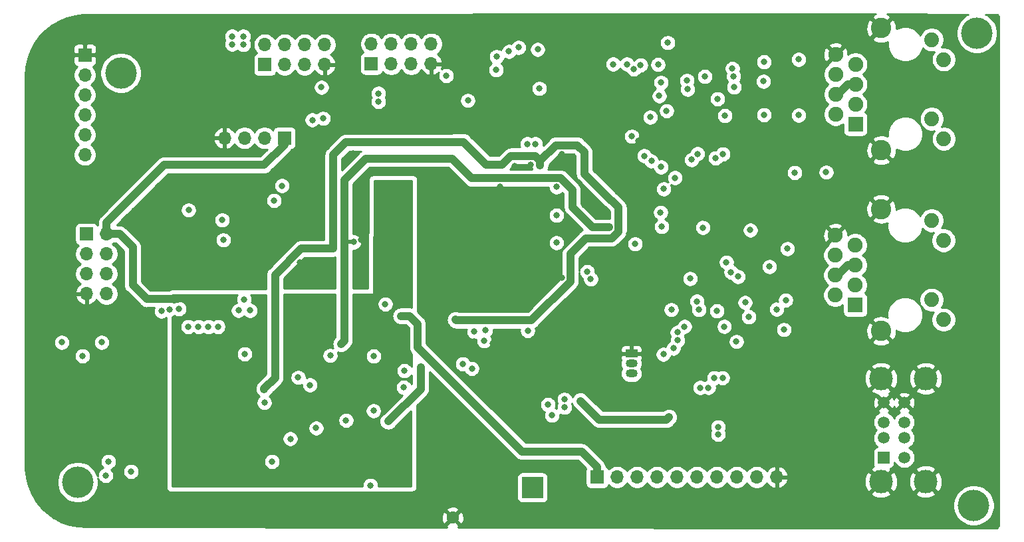
<source format=gbr>
G04 #@! TF.GenerationSoftware,KiCad,Pcbnew,5.1.10-88a1d61d58~90~ubuntu20.04.1*
G04 #@! TF.CreationDate,2021-09-12T22:34:26-04:00*
G04 #@! TF.ProjectId,UnwaryNuc,556e7761-7279-44e7-9563-2e6b69636164,rev?*
G04 #@! TF.SameCoordinates,Original*
G04 #@! TF.FileFunction,Copper,L2,Inr*
G04 #@! TF.FilePolarity,Positive*
%FSLAX46Y46*%
G04 Gerber Fmt 4.6, Leading zero omitted, Abs format (unit mm)*
G04 Created by KiCad (PCBNEW 5.1.10-88a1d61d58~90~ubuntu20.04.1) date 2021-09-12 22:34:26*
%MOMM*%
%LPD*%
G01*
G04 APERTURE LIST*
G04 #@! TA.AperFunction,ComponentPad*
%ADD10O,1.700000X1.700000*%
G04 #@! TD*
G04 #@! TA.AperFunction,ComponentPad*
%ADD11R,1.700000X1.700000*%
G04 #@! TD*
G04 #@! TA.AperFunction,ComponentPad*
%ADD12C,1.600000*%
G04 #@! TD*
G04 #@! TA.AperFunction,ComponentPad*
%ADD13R,2.700000X2.700000*%
G04 #@! TD*
G04 #@! TA.AperFunction,ComponentPad*
%ADD14C,3.000000*%
G04 #@! TD*
G04 #@! TA.AperFunction,ComponentPad*
%ADD15R,1.500000X1.500000*%
G04 #@! TD*
G04 #@! TA.AperFunction,ComponentPad*
%ADD16C,1.500000*%
G04 #@! TD*
G04 #@! TA.AperFunction,ComponentPad*
%ADD17C,2.600000*%
G04 #@! TD*
G04 #@! TA.AperFunction,ComponentPad*
%ADD18C,1.890000*%
G04 #@! TD*
G04 #@! TA.AperFunction,ComponentPad*
%ADD19C,1.900000*%
G04 #@! TD*
G04 #@! TA.AperFunction,ComponentPad*
%ADD20R,1.900000X1.900000*%
G04 #@! TD*
G04 #@! TA.AperFunction,ComponentPad*
%ADD21R,1.500000X1.050000*%
G04 #@! TD*
G04 #@! TA.AperFunction,ComponentPad*
%ADD22O,1.500000X1.050000*%
G04 #@! TD*
G04 #@! TA.AperFunction,ViaPad*
%ADD23C,4.000000*%
G04 #@! TD*
G04 #@! TA.AperFunction,ViaPad*
%ADD24C,0.800000*%
G04 #@! TD*
G04 #@! TA.AperFunction,Conductor*
%ADD25C,1.000000*%
G04 #@! TD*
G04 #@! TA.AperFunction,Conductor*
%ADD26C,0.508000*%
G04 #@! TD*
G04 #@! TA.AperFunction,Conductor*
%ADD27C,0.254000*%
G04 #@! TD*
G04 #@! TA.AperFunction,Conductor*
%ADD28C,0.100000*%
G04 #@! TD*
G04 APERTURE END LIST*
D10*
X179019200Y-119430800D03*
X176479200Y-119430800D03*
X173939200Y-119430800D03*
X171399200Y-119430800D03*
X168859200Y-119430800D03*
X166319200Y-119430800D03*
X163779200Y-119430800D03*
X161239200Y-119430800D03*
X158699200Y-119430800D03*
D11*
X156159200Y-119430800D03*
D10*
X108712000Y-76200000D03*
X111252000Y-76200000D03*
X113792000Y-76200000D03*
D11*
X116332000Y-76200000D03*
D10*
X135026400Y-64211200D03*
X135026400Y-66751200D03*
X132486400Y-64211200D03*
X132486400Y-66751200D03*
X129946400Y-64211200D03*
X129946400Y-66751200D03*
X127406400Y-64211200D03*
D11*
X127406400Y-66751200D03*
D10*
X121462800Y-64312800D03*
X121462800Y-66852800D03*
X118922800Y-64312800D03*
X118922800Y-66852800D03*
X116382800Y-64312800D03*
X116382800Y-66852800D03*
X113842800Y-64312800D03*
D11*
X113842800Y-66852800D03*
D10*
X93675200Y-96062800D03*
X91135200Y-96062800D03*
X93675200Y-93522800D03*
X91135200Y-93522800D03*
X93675200Y-90982800D03*
X91135200Y-90982800D03*
X93675200Y-88442800D03*
D11*
X91135200Y-88442800D03*
D10*
X90932000Y-78333600D03*
X90932000Y-75793600D03*
X90932000Y-73253600D03*
X90932000Y-70713600D03*
X90932000Y-68173600D03*
D11*
X90932000Y-65633600D03*
D12*
X137759600Y-124601600D03*
D13*
X147929600Y-120751600D03*
D14*
X192303200Y-106868000D03*
X192303200Y-120008000D03*
D15*
X192653200Y-116938000D03*
D16*
X192653200Y-114438000D03*
X192653200Y-112438000D03*
X192653200Y-109938000D03*
D14*
X197983200Y-120008000D03*
X197983200Y-106868000D03*
D16*
X195273200Y-116938000D03*
X195273200Y-114438000D03*
X195273200Y-112438000D03*
X195273200Y-109938000D03*
D17*
X192316800Y-85265200D03*
X192316800Y-100815200D03*
D18*
X200266800Y-99365200D03*
X198746800Y-96825200D03*
X200266800Y-89255200D03*
X198746800Y-86715200D03*
D19*
X186486800Y-88595200D03*
X189026800Y-89865200D03*
X186486800Y-91135200D03*
X189026800Y-92405200D03*
X186486800Y-93675200D03*
X189026800Y-94945200D03*
X186486800Y-96215200D03*
D20*
X189026800Y-97485200D03*
D17*
X192343200Y-62212400D03*
X192343200Y-77762400D03*
D18*
X200293200Y-76312400D03*
X198773200Y-73772400D03*
X200293200Y-66202400D03*
X198773200Y-63662400D03*
D19*
X186513200Y-65542400D03*
X189053200Y-66812400D03*
X186513200Y-68082400D03*
X189053200Y-69352400D03*
X186513200Y-70622400D03*
X189053200Y-71892400D03*
X186513200Y-73162400D03*
D20*
X189053200Y-74432400D03*
D21*
X160528000Y-103682800D03*
D22*
X160528000Y-106222800D03*
X160528000Y-104952800D03*
D23*
X90017600Y-120091200D03*
X204114400Y-123037600D03*
X204520800Y-62839600D03*
X95504000Y-67919600D03*
D24*
X169672000Y-72771000D03*
X168503600Y-73964800D03*
X169672000Y-75158600D03*
X167284400Y-75158600D03*
X167335200Y-72821800D03*
X160248600Y-88392000D03*
X160299400Y-79933800D03*
X152095200Y-69875400D03*
X146227800Y-71170800D03*
X141605000Y-70027800D03*
X138582400Y-68707000D03*
X118313200Y-92100400D03*
X118364000Y-84404200D03*
X118389400Y-87960200D03*
X135483600Y-87833200D03*
X135458200Y-84023200D03*
X143789400Y-86080600D03*
X143789400Y-82448400D03*
X143738600Y-89941400D03*
X140055600Y-95021400D03*
X143992600Y-94945200D03*
X137566400Y-105105200D03*
X147523200Y-94894400D03*
X111277400Y-103733600D03*
X113792000Y-109931200D03*
X118084600Y-106730800D03*
X119583200Y-107696000D03*
X120370600Y-113182400D03*
X127685800Y-110972600D03*
X124180600Y-112191800D03*
X96596200Y-104521000D03*
X168757600Y-67157600D03*
X98044000Y-89204800D03*
X145694400Y-79756000D03*
X147726400Y-79603600D03*
X151638000Y-78232000D03*
X150520400Y-79654400D03*
X170074616Y-94642434D03*
X165658800Y-99822000D03*
X173888400Y-100025200D03*
X178079400Y-99949000D03*
X168097200Y-106375200D03*
X179273200Y-84886800D03*
X183692800Y-84886800D03*
X188214000Y-81838800D03*
X176733200Y-100773000D03*
X166979600Y-109270800D03*
X180492400Y-69545200D03*
X183388000Y-97840800D03*
X177038000Y-75844400D03*
X131064000Y-73660000D03*
X153568400Y-111252000D03*
X152552400Y-114452400D03*
X184251600Y-109474000D03*
X111099600Y-82346800D03*
X95326200Y-82016600D03*
X125095000Y-78181200D03*
X179476400Y-105206800D03*
X179406525Y-106203725D03*
X105613200Y-71475600D03*
X87782400Y-108102400D03*
X93218000Y-108102400D03*
X97028000Y-112725200D03*
X90576400Y-106273600D03*
X90576400Y-110032800D03*
X97891600Y-63855600D03*
X105867200Y-63906400D03*
X99698800Y-102637600D03*
X113233200Y-123647200D03*
X109321600Y-123596400D03*
X114757200Y-117449600D03*
X117094000Y-114554000D03*
X100584000Y-65532000D03*
X168706800Y-101600000D03*
X171043600Y-101549200D03*
X169875200Y-102743000D03*
X168656000Y-103936800D03*
X171043600Y-103936800D03*
X142087600Y-105105200D03*
X146487320Y-102452028D03*
X151638000Y-101193600D03*
X186994800Y-122529600D03*
X177139600Y-74625200D03*
X177495200Y-71831200D03*
X153162000Y-65144889D03*
X163423600Y-63754000D03*
X155549600Y-69037200D03*
X154533600Y-75793600D03*
X178409600Y-77735200D03*
X177342800Y-86207600D03*
X177342800Y-89662000D03*
X154533600Y-84785200D03*
X151638000Y-93980000D03*
X142900000Y-102362000D03*
X126136400Y-89204800D03*
X150368002Y-87731600D03*
X136652000Y-75133200D03*
X162864800Y-69951600D03*
X129184400Y-97383600D03*
X135686800Y-91490800D03*
X184951595Y-118352796D03*
X161435009Y-76527421D03*
X166725600Y-77419200D03*
X131622800Y-69443600D03*
X118414800Y-69900800D03*
X140512800Y-102108000D03*
X138458789Y-102209600D03*
X127698234Y-104000567D03*
X104089200Y-100260112D03*
X107873800Y-100260112D03*
X105384600Y-100260112D03*
X106654600Y-100260112D03*
X118821200Y-93218000D03*
X118618000Y-94589600D03*
X135128000Y-101885710D03*
X136405689Y-101938421D03*
X143611600Y-120007010D03*
X127304800Y-120497600D03*
X160426396Y-115265200D03*
X131622800Y-105867200D03*
X133705600Y-105460800D03*
X129540000Y-112318800D03*
X138099800Y-99364800D03*
X145694400Y-99441000D03*
X154584400Y-80797400D03*
X154533600Y-79425800D03*
X113766600Y-108229400D03*
X115138200Y-106756200D03*
X122529600Y-82499200D03*
X122631200Y-86156800D03*
X122529600Y-90322400D03*
X133502400Y-76758800D03*
X137922000Y-76708000D03*
X144068800Y-79603600D03*
X154025600Y-109728000D03*
X148894800Y-79705200D03*
X165303200Y-111810800D03*
X154704440Y-89001331D03*
X147320000Y-100761800D03*
X119507000Y-110693200D03*
X124023800Y-115773200D03*
X121310400Y-118440200D03*
X113207800Y-117246400D03*
X111466300Y-114212700D03*
X109550200Y-115798600D03*
X112903000Y-118872000D03*
X167690800Y-70002400D03*
X129540000Y-83921600D03*
X129540000Y-87782400D03*
X129540000Y-91592400D03*
X150977600Y-82448400D03*
X150977600Y-86055200D03*
X150977600Y-89560400D03*
X169113200Y-98094800D03*
X160985200Y-89712800D03*
X174091600Y-93878400D03*
X178098200Y-92601800D03*
X171500800Y-71221600D03*
X163918166Y-66839366D03*
X177393600Y-66497200D03*
X173376838Y-67338235D03*
X169621200Y-87630000D03*
X175669500Y-87942278D03*
X185318400Y-80568800D03*
X181305200Y-80619600D03*
X95707200Y-85140800D03*
X104140000Y-85394800D03*
X165150800Y-64058800D03*
X167995600Y-94132400D03*
X131165600Y-98907600D03*
X160578800Y-75996800D03*
X162915600Y-73555300D03*
X122174000Y-103936800D03*
X123545600Y-102438200D03*
X125173524Y-89474746D03*
X157677355Y-87584067D03*
X109677200Y-64262000D03*
X109677200Y-63246000D03*
X111099600Y-63246000D03*
X111099600Y-64312800D03*
X90627200Y-103987600D03*
X93065600Y-102260400D03*
X87985600Y-102260400D03*
X147269200Y-76962000D03*
X115011200Y-84175600D03*
X148285200Y-76962000D03*
X116027200Y-82296000D03*
X155346400Y-94183200D03*
X171551600Y-113977790D03*
X171551600Y-113038400D03*
X154904832Y-93253168D03*
X164063643Y-70835557D03*
X136942554Y-68260954D03*
X161696400Y-66903600D03*
X148590000Y-64922400D03*
X159961223Y-66798900D03*
X146151600Y-64668400D03*
X144932400Y-65176400D03*
X158191200Y-66798900D03*
X143357600Y-65836800D03*
X160832800Y-67411600D03*
X139700000Y-71424800D03*
X173211853Y-93311526D03*
X166370000Y-100990400D03*
X172618400Y-92049600D03*
X167284400Y-100237998D03*
X164287200Y-79908400D03*
X164388800Y-87494382D03*
X162153600Y-78482900D03*
X164592000Y-103784400D03*
X163068000Y-79146400D03*
X165862000Y-103022400D03*
X166065200Y-81280000D03*
X167589200Y-68884800D03*
X148793200Y-69900800D03*
X164287200Y-69138800D03*
X173532800Y-68326000D03*
X143306800Y-67513200D03*
X169865715Y-68360288D03*
X172351700Y-100237998D03*
X173595742Y-69709389D03*
X181813200Y-66192400D03*
X181813200Y-73304400D03*
X180390800Y-90322400D03*
X180177000Y-96875600D03*
X168859200Y-97028000D03*
X164236400Y-85699600D03*
X165608000Y-98094800D03*
X179019200Y-98044000D03*
X177342800Y-68986400D03*
X175463200Y-99009200D03*
X171399200Y-98247200D03*
X175006000Y-97180400D03*
X164642800Y-82702400D03*
X164998400Y-72745600D03*
X166420800Y-102006400D03*
X108407200Y-86664800D03*
X151993600Y-109524800D03*
X151993600Y-110540800D03*
X150418800Y-111556800D03*
X108559600Y-89204800D03*
X149910800Y-110185200D03*
X173888400Y-102158800D03*
X179933600Y-100634800D03*
X172415200Y-73358300D03*
X177393600Y-73253600D03*
X131541066Y-107980364D03*
X171246800Y-78757579D03*
X172161200Y-78249000D03*
X168196155Y-78971819D03*
X168938619Y-78229355D03*
X171077400Y-106781600D03*
X172127400Y-106781600D03*
X169279615Y-108021431D03*
X170329615Y-108021431D03*
X128320800Y-71568800D03*
X128320800Y-70518800D03*
X140512799Y-100888800D03*
X141935200Y-100736400D03*
X140208000Y-105594100D03*
X121259600Y-73710800D03*
X121056400Y-69748400D03*
X141782800Y-102057200D03*
X139039600Y-105003600D03*
X119888000Y-73914000D03*
X93573600Y-119227600D03*
X100685600Y-98266300D03*
X111201200Y-96774000D03*
X102920800Y-97974100D03*
X93929200Y-117449600D03*
X110490000Y-98196400D03*
X111963200Y-98196400D03*
X96824800Y-118719600D03*
X101743818Y-98043176D03*
D25*
X129590800Y-112318800D02*
X129540000Y-112318800D01*
X133705600Y-108204000D02*
X129590800Y-112318800D01*
X133705600Y-105460800D02*
X133705600Y-108204000D01*
X154025600Y-109728000D02*
X156413200Y-112115600D01*
X164998400Y-112115600D02*
X165303200Y-111810800D01*
X156413200Y-112115600D02*
X164998400Y-112115600D01*
X115138200Y-93647398D02*
X115138200Y-106756200D01*
X118463198Y-90322400D02*
X115138200Y-93647398D01*
X122529600Y-90322400D02*
X118463198Y-90322400D01*
X113766600Y-108127800D02*
X115138200Y-106756200D01*
X113766600Y-108229400D02*
X113766600Y-108127800D01*
X122529600Y-90322400D02*
X122529600Y-82499200D01*
X122529600Y-82499200D02*
X122529600Y-78384400D01*
X124155200Y-76758800D02*
X133502400Y-76758800D01*
X122529600Y-78384400D02*
X124155200Y-76758800D01*
X137871200Y-76758800D02*
X137922000Y-76708000D01*
X133502400Y-76758800D02*
X137871200Y-76758800D01*
X137922000Y-76708000D02*
X139141200Y-76708000D01*
X142036800Y-79603600D02*
X144068800Y-79603600D01*
X139141200Y-76708000D02*
X142036800Y-79603600D01*
X148894800Y-79139515D02*
X148894800Y-79705200D01*
X148258884Y-78503599D02*
X148894800Y-79139515D01*
X145168801Y-78503599D02*
X148258884Y-78503599D01*
X144068800Y-79603600D02*
X145168801Y-78503599D01*
X154533600Y-78028800D02*
X154533600Y-79425800D01*
X150902316Y-77131999D02*
X153636799Y-77131999D01*
X153636799Y-77131999D02*
X154533600Y-78028800D01*
X148894800Y-79139515D02*
X150902316Y-77131999D01*
X154533600Y-80746600D02*
X154584400Y-80797400D01*
X154533600Y-79425800D02*
X154533600Y-80746600D01*
X138176000Y-99441000D02*
X138099800Y-99364800D01*
X145694400Y-99441000D02*
X138176000Y-99441000D01*
X152738001Y-90967770D02*
X154704440Y-89001331D01*
X147805002Y-99441000D02*
X152738001Y-94508001D01*
X145694400Y-99441000D02*
X147805002Y-99441000D01*
X152738001Y-94508001D02*
X152738001Y-90967770D01*
X157962600Y-84175600D02*
X154584400Y-80797400D01*
X158877365Y-85064965D02*
X157988000Y-84175600D01*
X157988000Y-84175600D02*
X157962600Y-84175600D01*
X158877365Y-88135233D02*
X158877365Y-85064965D01*
X158011267Y-89001331D02*
X158877365Y-88135233D01*
X154704440Y-89001331D02*
X158011267Y-89001331D01*
X95351600Y-88442800D02*
X93675200Y-88442800D01*
X97028000Y-90119200D02*
X95351600Y-88442800D01*
X97028000Y-94945200D02*
X97028000Y-90119200D01*
X98806000Y-96723200D02*
X97028000Y-94945200D01*
X102717600Y-96723200D02*
X98806000Y-96723200D01*
X93675200Y-87020400D02*
X93675200Y-88442800D01*
X101041200Y-79654400D02*
X93675200Y-87020400D01*
X113741200Y-79654400D02*
X101041200Y-79654400D01*
X116332000Y-77063600D02*
X113741200Y-79654400D01*
X116332000Y-76200000D02*
X116332000Y-77063600D01*
X154178000Y-116179600D02*
X156159200Y-118160800D01*
X146587438Y-116179600D02*
X154178000Y-116179600D01*
X133299200Y-102891362D02*
X146587438Y-116179600D01*
X156159200Y-118160800D02*
X156159200Y-119430800D01*
X132283200Y-98907600D02*
X133299200Y-99923600D01*
X133299200Y-99923600D02*
X133299200Y-102891362D01*
X131165600Y-98907600D02*
X132283200Y-98907600D01*
X123945599Y-102038201D02*
X123545600Y-102438200D01*
X126695200Y-78841600D02*
X123945599Y-81591201D01*
X137683602Y-78841600D02*
X126695200Y-78841600D01*
X140190401Y-81348399D02*
X137683602Y-78841600D01*
X153009600Y-82852398D02*
X151505601Y-81348399D01*
X153009600Y-85039200D02*
X153009600Y-82852398D01*
X155554467Y-87584067D02*
X153009600Y-85039200D01*
X151505601Y-81348399D02*
X140190401Y-81348399D01*
X157677355Y-87584067D02*
X155554467Y-87584067D01*
D26*
X124171146Y-89474746D02*
X123945599Y-89249199D01*
X125173524Y-89474746D02*
X124171146Y-89474746D01*
D25*
X123945599Y-89249199D02*
X123945599Y-102038201D01*
X123945599Y-81591201D02*
X123945599Y-89249199D01*
X186486800Y-93675200D02*
X186842400Y-93675200D01*
X188112400Y-92405200D02*
X189026800Y-92405200D01*
X186842400Y-93675200D02*
X188112400Y-92405200D01*
X186513200Y-70622400D02*
X186832000Y-70622400D01*
X188102000Y-69352400D02*
X189053200Y-69352400D01*
X186832000Y-70622400D02*
X188102000Y-69352400D01*
D27*
X191611318Y-60416538D02*
X191552510Y-60436067D01*
X191305517Y-60568088D01*
X191173581Y-60863176D01*
X192343200Y-62032795D01*
X193512819Y-60863176D01*
X193380883Y-60568088D01*
X193085357Y-60419906D01*
X203419871Y-60443516D01*
X203272659Y-60504493D01*
X202841085Y-60792862D01*
X202474062Y-61159885D01*
X202185693Y-61591459D01*
X201987061Y-62070999D01*
X201885800Y-62580075D01*
X201885800Y-63099125D01*
X201987061Y-63608201D01*
X202185693Y-64087741D01*
X202474062Y-64519315D01*
X202841085Y-64886338D01*
X203272659Y-65174707D01*
X203752199Y-65373339D01*
X204261275Y-65474600D01*
X204780325Y-65474600D01*
X205289401Y-65373339D01*
X205768941Y-65174707D01*
X206200515Y-64886338D01*
X206567538Y-64519315D01*
X206855907Y-64087741D01*
X207054539Y-63608201D01*
X207155800Y-63099125D01*
X207155800Y-62580075D01*
X207054539Y-62070999D01*
X206855907Y-61591459D01*
X206567538Y-61159885D01*
X206200515Y-60792862D01*
X205768941Y-60504493D01*
X205633940Y-60448574D01*
X206926164Y-60451526D01*
X207027733Y-60461485D01*
X207093657Y-60481389D01*
X207154455Y-60513715D01*
X207207819Y-60557239D01*
X207251712Y-60610296D01*
X207284466Y-60670871D01*
X207304828Y-60736653D01*
X207315179Y-60835127D01*
X207265233Y-123250722D01*
X207264400Y-123259182D01*
X207264401Y-125545310D01*
X207254515Y-125646131D01*
X207234611Y-125712058D01*
X207202285Y-125772855D01*
X207158762Y-125826218D01*
X207105700Y-125870115D01*
X207045127Y-125902866D01*
X206979347Y-125923228D01*
X206881262Y-125933538D01*
X188581142Y-125892075D01*
X188580770Y-125892038D01*
X188548640Y-125892001D01*
X188516677Y-125891929D01*
X188516307Y-125891965D01*
X138502067Y-125835022D01*
X138572697Y-125594302D01*
X137759600Y-124781205D01*
X136946503Y-125594302D01*
X137016636Y-125833331D01*
X91107032Y-125781061D01*
X90013686Y-125711471D01*
X88965699Y-125495551D01*
X87957943Y-125135875D01*
X87072427Y-124672112D01*
X136319383Y-124672112D01*
X136360813Y-124951730D01*
X136455997Y-125217892D01*
X136522929Y-125343114D01*
X136766898Y-125414697D01*
X137579995Y-124601600D01*
X137939205Y-124601600D01*
X138752302Y-125414697D01*
X138996271Y-125343114D01*
X139117171Y-125087604D01*
X139185900Y-124813416D01*
X139199817Y-124531088D01*
X139158387Y-124251470D01*
X139063203Y-123985308D01*
X138996271Y-123860086D01*
X138752302Y-123788503D01*
X137939205Y-124601600D01*
X137579995Y-124601600D01*
X136766898Y-123788503D01*
X136522929Y-123860086D01*
X136402029Y-124115596D01*
X136333300Y-124389784D01*
X136319383Y-124672112D01*
X87072427Y-124672112D01*
X87010065Y-124639452D01*
X86140504Y-124015946D01*
X85713688Y-123608898D01*
X136946503Y-123608898D01*
X137759600Y-124421995D01*
X138572697Y-123608898D01*
X138501114Y-123364929D01*
X138245604Y-123244029D01*
X137971416Y-123175300D01*
X137689088Y-123161383D01*
X137409470Y-123202813D01*
X137143308Y-123297997D01*
X137018086Y-123364929D01*
X136946503Y-123608898D01*
X85713688Y-123608898D01*
X85366168Y-123277475D01*
X84970943Y-122778075D01*
X201479400Y-122778075D01*
X201479400Y-123297125D01*
X201580661Y-123806201D01*
X201779293Y-124285741D01*
X202067662Y-124717315D01*
X202434685Y-125084338D01*
X202866259Y-125372707D01*
X203345799Y-125571339D01*
X203854875Y-125672600D01*
X204373925Y-125672600D01*
X204883001Y-125571339D01*
X205362541Y-125372707D01*
X205794115Y-125084338D01*
X206161138Y-124717315D01*
X206449507Y-124285741D01*
X206648139Y-123806201D01*
X206749400Y-123297125D01*
X206749400Y-122778075D01*
X206648139Y-122268999D01*
X206449507Y-121789459D01*
X206161138Y-121357885D01*
X205794115Y-120990862D01*
X205362541Y-120702493D01*
X204883001Y-120503861D01*
X204373925Y-120402600D01*
X203854875Y-120402600D01*
X203345799Y-120503861D01*
X202866259Y-120702493D01*
X202434685Y-120990862D01*
X202067662Y-121357885D01*
X201779293Y-121789459D01*
X201580661Y-122268999D01*
X201479400Y-122778075D01*
X84970943Y-122778075D01*
X84702153Y-122438437D01*
X84161367Y-121515143D01*
X83754344Y-120525577D01*
X83576722Y-119831675D01*
X87382600Y-119831675D01*
X87382600Y-120350725D01*
X87483861Y-120859801D01*
X87682493Y-121339341D01*
X87970862Y-121770915D01*
X88337885Y-122137938D01*
X88769459Y-122426307D01*
X89248999Y-122624939D01*
X89758075Y-122726200D01*
X90277125Y-122726200D01*
X90786201Y-122624939D01*
X91265741Y-122426307D01*
X91697315Y-122137938D01*
X92064338Y-121770915D01*
X92352707Y-121339341D01*
X92551339Y-120859801D01*
X92652600Y-120350725D01*
X92652600Y-119831675D01*
X92605538Y-119595077D01*
X92656395Y-119717856D01*
X92769663Y-119887374D01*
X92913826Y-120031537D01*
X93083344Y-120144805D01*
X93271702Y-120222826D01*
X93471661Y-120262600D01*
X93675539Y-120262600D01*
X93875498Y-120222826D01*
X94063856Y-120144805D01*
X94233374Y-120031537D01*
X94377537Y-119887374D01*
X94490805Y-119717856D01*
X94568826Y-119529498D01*
X94608600Y-119329539D01*
X94608600Y-119125661D01*
X94568826Y-118925702D01*
X94490805Y-118737344D01*
X94410836Y-118617661D01*
X95789800Y-118617661D01*
X95789800Y-118821539D01*
X95829574Y-119021498D01*
X95907595Y-119209856D01*
X96020863Y-119379374D01*
X96165026Y-119523537D01*
X96334544Y-119636805D01*
X96522902Y-119714826D01*
X96722861Y-119754600D01*
X96926739Y-119754600D01*
X97126698Y-119714826D01*
X97315056Y-119636805D01*
X97484574Y-119523537D01*
X97628737Y-119379374D01*
X97742005Y-119209856D01*
X97820026Y-119021498D01*
X97859800Y-118821539D01*
X97859800Y-118617661D01*
X97820026Y-118417702D01*
X97742005Y-118229344D01*
X97628737Y-118059826D01*
X97484574Y-117915663D01*
X97315056Y-117802395D01*
X97126698Y-117724374D01*
X96926739Y-117684600D01*
X96722861Y-117684600D01*
X96522902Y-117724374D01*
X96334544Y-117802395D01*
X96165026Y-117915663D01*
X96020863Y-118059826D01*
X95907595Y-118229344D01*
X95829574Y-118417702D01*
X95789800Y-118617661D01*
X94410836Y-118617661D01*
X94377537Y-118567826D01*
X94247672Y-118437961D01*
X94419456Y-118366805D01*
X94588974Y-118253537D01*
X94733137Y-118109374D01*
X94846405Y-117939856D01*
X94924426Y-117751498D01*
X94964200Y-117551539D01*
X94964200Y-117347661D01*
X94924426Y-117147702D01*
X94846405Y-116959344D01*
X94733137Y-116789826D01*
X94588974Y-116645663D01*
X94419456Y-116532395D01*
X94231098Y-116454374D01*
X94031139Y-116414600D01*
X93827261Y-116414600D01*
X93627302Y-116454374D01*
X93438944Y-116532395D01*
X93269426Y-116645663D01*
X93125263Y-116789826D01*
X93011995Y-116959344D01*
X92933974Y-117147702D01*
X92894200Y-117347661D01*
X92894200Y-117551539D01*
X92933974Y-117751498D01*
X93011995Y-117939856D01*
X93125263Y-118109374D01*
X93255128Y-118239239D01*
X93083344Y-118310395D01*
X92913826Y-118423663D01*
X92769663Y-118567826D01*
X92656395Y-118737344D01*
X92578374Y-118925702D01*
X92538600Y-119125661D01*
X92538600Y-119291844D01*
X92352707Y-118843059D01*
X92064338Y-118411485D01*
X91697315Y-118044462D01*
X91265741Y-117756093D01*
X90786201Y-117557461D01*
X90277125Y-117456200D01*
X89758075Y-117456200D01*
X89248999Y-117557461D01*
X88769459Y-117756093D01*
X88337885Y-118044462D01*
X87970862Y-118411485D01*
X87682493Y-118843059D01*
X87483861Y-119322599D01*
X87382600Y-119831675D01*
X83576722Y-119831675D01*
X83489001Y-119488986D01*
X83368701Y-118409364D01*
X83362399Y-118103177D01*
X83361347Y-103885661D01*
X89592200Y-103885661D01*
X89592200Y-104089539D01*
X89631974Y-104289498D01*
X89709995Y-104477856D01*
X89823263Y-104647374D01*
X89967426Y-104791537D01*
X90136944Y-104904805D01*
X90325302Y-104982826D01*
X90525261Y-105022600D01*
X90729139Y-105022600D01*
X90929098Y-104982826D01*
X91117456Y-104904805D01*
X91286974Y-104791537D01*
X91431137Y-104647374D01*
X91544405Y-104477856D01*
X91622426Y-104289498D01*
X91662200Y-104089539D01*
X91662200Y-103885661D01*
X91622426Y-103685702D01*
X91544405Y-103497344D01*
X91431137Y-103327826D01*
X91286974Y-103183663D01*
X91117456Y-103070395D01*
X90929098Y-102992374D01*
X90729139Y-102952600D01*
X90525261Y-102952600D01*
X90325302Y-102992374D01*
X90136944Y-103070395D01*
X89967426Y-103183663D01*
X89823263Y-103327826D01*
X89709995Y-103497344D01*
X89631974Y-103685702D01*
X89592200Y-103885661D01*
X83361347Y-103885661D01*
X83361219Y-102158461D01*
X86950600Y-102158461D01*
X86950600Y-102362339D01*
X86990374Y-102562298D01*
X87068395Y-102750656D01*
X87181663Y-102920174D01*
X87325826Y-103064337D01*
X87495344Y-103177605D01*
X87683702Y-103255626D01*
X87883661Y-103295400D01*
X88087539Y-103295400D01*
X88287498Y-103255626D01*
X88475856Y-103177605D01*
X88645374Y-103064337D01*
X88789537Y-102920174D01*
X88902805Y-102750656D01*
X88980826Y-102562298D01*
X89020600Y-102362339D01*
X89020600Y-102158461D01*
X92030600Y-102158461D01*
X92030600Y-102362339D01*
X92070374Y-102562298D01*
X92148395Y-102750656D01*
X92261663Y-102920174D01*
X92405826Y-103064337D01*
X92575344Y-103177605D01*
X92763702Y-103255626D01*
X92963661Y-103295400D01*
X93167539Y-103295400D01*
X93367498Y-103255626D01*
X93555856Y-103177605D01*
X93725374Y-103064337D01*
X93869537Y-102920174D01*
X93982805Y-102750656D01*
X94060826Y-102562298D01*
X94100600Y-102362339D01*
X94100600Y-102158461D01*
X94060826Y-101958502D01*
X93982805Y-101770144D01*
X93869537Y-101600626D01*
X93725374Y-101456463D01*
X93555856Y-101343195D01*
X93367498Y-101265174D01*
X93167539Y-101225400D01*
X92963661Y-101225400D01*
X92763702Y-101265174D01*
X92575344Y-101343195D01*
X92405826Y-101456463D01*
X92261663Y-101600626D01*
X92148395Y-101770144D01*
X92070374Y-101958502D01*
X92030600Y-102158461D01*
X89020600Y-102158461D01*
X88980826Y-101958502D01*
X88902805Y-101770144D01*
X88789537Y-101600626D01*
X88645374Y-101456463D01*
X88475856Y-101343195D01*
X88287498Y-101265174D01*
X88087539Y-101225400D01*
X87883661Y-101225400D01*
X87683702Y-101265174D01*
X87495344Y-101343195D01*
X87325826Y-101456463D01*
X87181663Y-101600626D01*
X87068395Y-101770144D01*
X86990374Y-101958502D01*
X86950600Y-102158461D01*
X83361219Y-102158461D01*
X83360795Y-96419690D01*
X89693724Y-96419690D01*
X89738375Y-96566899D01*
X89863559Y-96829720D01*
X90037612Y-97063069D01*
X90253845Y-97257978D01*
X90503948Y-97406957D01*
X90778309Y-97504281D01*
X91008200Y-97383614D01*
X91008200Y-96189800D01*
X89815045Y-96189800D01*
X89693724Y-96419690D01*
X83360795Y-96419690D01*
X83360141Y-87592800D01*
X89647128Y-87592800D01*
X89647128Y-89292800D01*
X89659388Y-89417282D01*
X89695698Y-89536980D01*
X89754663Y-89647294D01*
X89834015Y-89743985D01*
X89930706Y-89823337D01*
X90041020Y-89882302D01*
X90113580Y-89904313D01*
X89981725Y-90036168D01*
X89819210Y-90279389D01*
X89707268Y-90549642D01*
X89650200Y-90836540D01*
X89650200Y-91129060D01*
X89707268Y-91415958D01*
X89819210Y-91686211D01*
X89981725Y-91929432D01*
X90188568Y-92136275D01*
X90362960Y-92252800D01*
X90188568Y-92369325D01*
X89981725Y-92576168D01*
X89819210Y-92819389D01*
X89707268Y-93089642D01*
X89650200Y-93376540D01*
X89650200Y-93669060D01*
X89707268Y-93955958D01*
X89819210Y-94226211D01*
X89981725Y-94469432D01*
X90188568Y-94676275D01*
X90370734Y-94797995D01*
X90253845Y-94867622D01*
X90037612Y-95062531D01*
X89863559Y-95295880D01*
X89738375Y-95558701D01*
X89693724Y-95705910D01*
X89815045Y-95935800D01*
X91008200Y-95935800D01*
X91008200Y-95915800D01*
X91262200Y-95915800D01*
X91262200Y-95935800D01*
X91282200Y-95935800D01*
X91282200Y-96189800D01*
X91262200Y-96189800D01*
X91262200Y-97383614D01*
X91492091Y-97504281D01*
X91766452Y-97406957D01*
X92016555Y-97257978D01*
X92232788Y-97063069D01*
X92404100Y-96833394D01*
X92521725Y-97009432D01*
X92728568Y-97216275D01*
X92971789Y-97378790D01*
X93242042Y-97490732D01*
X93528940Y-97547800D01*
X93821460Y-97547800D01*
X94108358Y-97490732D01*
X94378611Y-97378790D01*
X94621832Y-97216275D01*
X94828675Y-97009432D01*
X94991190Y-96766211D01*
X95103132Y-96495958D01*
X95160200Y-96209060D01*
X95160200Y-95916540D01*
X95103132Y-95629642D01*
X94991190Y-95359389D01*
X94828675Y-95116168D01*
X94621832Y-94909325D01*
X94447440Y-94792800D01*
X94621832Y-94676275D01*
X94828675Y-94469432D01*
X94991190Y-94226211D01*
X95103132Y-93955958D01*
X95160200Y-93669060D01*
X95160200Y-93376540D01*
X95103132Y-93089642D01*
X94991190Y-92819389D01*
X94828675Y-92576168D01*
X94621832Y-92369325D01*
X94447440Y-92252800D01*
X94621832Y-92136275D01*
X94828675Y-91929432D01*
X94991190Y-91686211D01*
X95103132Y-91415958D01*
X95160200Y-91129060D01*
X95160200Y-90836540D01*
X95103132Y-90549642D01*
X94991190Y-90279389D01*
X94828675Y-90036168D01*
X94621832Y-89829325D01*
X94447440Y-89712800D01*
X94621832Y-89596275D01*
X94640307Y-89577800D01*
X94881469Y-89577800D01*
X95893001Y-90589333D01*
X95893000Y-94889448D01*
X95887509Y-94945200D01*
X95893000Y-95000951D01*
X95909423Y-95167698D01*
X95974324Y-95381646D01*
X96079716Y-95578823D01*
X96221551Y-95751649D01*
X96264864Y-95787195D01*
X97964013Y-97486346D01*
X97999551Y-97529649D01*
X98042854Y-97565187D01*
X98042856Y-97565189D01*
X98172377Y-97671484D01*
X98369553Y-97776876D01*
X98583501Y-97841777D01*
X98806000Y-97863691D01*
X98861752Y-97858200D01*
X99734365Y-97858200D01*
X99690374Y-97964402D01*
X99650600Y-98164361D01*
X99650600Y-98368239D01*
X99690374Y-98568198D01*
X99768395Y-98756556D01*
X99881663Y-98926074D01*
X100025826Y-99070237D01*
X100195344Y-99183505D01*
X100383702Y-99261526D01*
X100583661Y-99301300D01*
X100787539Y-99301300D01*
X100987498Y-99261526D01*
X101175856Y-99183505D01*
X101314460Y-99090893D01*
X101269801Y-120750291D01*
X101282001Y-120875482D01*
X101318136Y-120994604D01*
X101376817Y-121104387D01*
X101455787Y-121200613D01*
X101552013Y-121279583D01*
X101661796Y-121338264D01*
X101780918Y-121374399D01*
X101904800Y-121386600D01*
X129743200Y-121386600D01*
X129754537Y-121386499D01*
X132599337Y-121335699D01*
X132710266Y-121323918D01*
X132829481Y-121288092D01*
X132939416Y-121229697D01*
X133035847Y-121150976D01*
X133115066Y-121054956D01*
X133174031Y-120945325D01*
X133210475Y-120826297D01*
X133222998Y-120702447D01*
X133226372Y-119401600D01*
X145941528Y-119401600D01*
X145941528Y-122101600D01*
X145953788Y-122226082D01*
X145990098Y-122345780D01*
X146049063Y-122456094D01*
X146128415Y-122552785D01*
X146225106Y-122632137D01*
X146335420Y-122691102D01*
X146455118Y-122727412D01*
X146579600Y-122739672D01*
X149279600Y-122739672D01*
X149404082Y-122727412D01*
X149523780Y-122691102D01*
X149634094Y-122632137D01*
X149730785Y-122552785D01*
X149810137Y-122456094D01*
X149869102Y-122345780D01*
X149905412Y-122226082D01*
X149917672Y-122101600D01*
X149917672Y-121499653D01*
X190991152Y-121499653D01*
X191147162Y-121815214D01*
X191521945Y-122006020D01*
X191926751Y-122120044D01*
X192346024Y-122152902D01*
X192763651Y-122103334D01*
X193163583Y-121973243D01*
X193459238Y-121815214D01*
X193615248Y-121499653D01*
X196671152Y-121499653D01*
X196827162Y-121815214D01*
X197201945Y-122006020D01*
X197606751Y-122120044D01*
X198026024Y-122152902D01*
X198443651Y-122103334D01*
X198843583Y-121973243D01*
X199139238Y-121815214D01*
X199295248Y-121499653D01*
X197983200Y-120187605D01*
X196671152Y-121499653D01*
X193615248Y-121499653D01*
X192303200Y-120187605D01*
X190991152Y-121499653D01*
X149917672Y-121499653D01*
X149917672Y-119401600D01*
X149905412Y-119277118D01*
X149869102Y-119157420D01*
X149810137Y-119047106D01*
X149730785Y-118950415D01*
X149634094Y-118871063D01*
X149523780Y-118812098D01*
X149404082Y-118775788D01*
X149279600Y-118763528D01*
X146579600Y-118763528D01*
X146455118Y-118775788D01*
X146335420Y-118812098D01*
X146225106Y-118871063D01*
X146128415Y-118950415D01*
X146049063Y-119047106D01*
X145990098Y-119157420D01*
X145953788Y-119277118D01*
X145941528Y-119401600D01*
X133226372Y-119401600D01*
X133250074Y-110264658D01*
X134468741Y-109045991D01*
X134512049Y-109010449D01*
X134653884Y-108837623D01*
X134759276Y-108640447D01*
X134824177Y-108426499D01*
X134840600Y-108259752D01*
X134846091Y-108204000D01*
X134840600Y-108148249D01*
X134840600Y-106037893D01*
X145745447Y-116942741D01*
X145780989Y-116986049D01*
X145953815Y-117127884D01*
X146150991Y-117233276D01*
X146364939Y-117298177D01*
X146531686Y-117314600D01*
X146531695Y-117314600D01*
X146587437Y-117320090D01*
X146643179Y-117314600D01*
X153707869Y-117314600D01*
X154723248Y-118329979D01*
X154719698Y-118336620D01*
X154683388Y-118456318D01*
X154671128Y-118580800D01*
X154671128Y-120280800D01*
X154683388Y-120405282D01*
X154719698Y-120524980D01*
X154778663Y-120635294D01*
X154858015Y-120731985D01*
X154954706Y-120811337D01*
X155065020Y-120870302D01*
X155184718Y-120906612D01*
X155309200Y-120918872D01*
X157009200Y-120918872D01*
X157133682Y-120906612D01*
X157253380Y-120870302D01*
X157363694Y-120811337D01*
X157460385Y-120731985D01*
X157539737Y-120635294D01*
X157598702Y-120524980D01*
X157620713Y-120452420D01*
X157752568Y-120584275D01*
X157995789Y-120746790D01*
X158266042Y-120858732D01*
X158552940Y-120915800D01*
X158845460Y-120915800D01*
X159132358Y-120858732D01*
X159402611Y-120746790D01*
X159645832Y-120584275D01*
X159852675Y-120377432D01*
X159969200Y-120203040D01*
X160085725Y-120377432D01*
X160292568Y-120584275D01*
X160535789Y-120746790D01*
X160806042Y-120858732D01*
X161092940Y-120915800D01*
X161385460Y-120915800D01*
X161672358Y-120858732D01*
X161942611Y-120746790D01*
X162185832Y-120584275D01*
X162392675Y-120377432D01*
X162509200Y-120203040D01*
X162625725Y-120377432D01*
X162832568Y-120584275D01*
X163075789Y-120746790D01*
X163346042Y-120858732D01*
X163632940Y-120915800D01*
X163925460Y-120915800D01*
X164212358Y-120858732D01*
X164482611Y-120746790D01*
X164725832Y-120584275D01*
X164932675Y-120377432D01*
X165049200Y-120203040D01*
X165165725Y-120377432D01*
X165372568Y-120584275D01*
X165615789Y-120746790D01*
X165886042Y-120858732D01*
X166172940Y-120915800D01*
X166465460Y-120915800D01*
X166752358Y-120858732D01*
X167022611Y-120746790D01*
X167265832Y-120584275D01*
X167472675Y-120377432D01*
X167589200Y-120203040D01*
X167705725Y-120377432D01*
X167912568Y-120584275D01*
X168155789Y-120746790D01*
X168426042Y-120858732D01*
X168712940Y-120915800D01*
X169005460Y-120915800D01*
X169292358Y-120858732D01*
X169562611Y-120746790D01*
X169805832Y-120584275D01*
X170012675Y-120377432D01*
X170129200Y-120203040D01*
X170245725Y-120377432D01*
X170452568Y-120584275D01*
X170695789Y-120746790D01*
X170966042Y-120858732D01*
X171252940Y-120915800D01*
X171545460Y-120915800D01*
X171832358Y-120858732D01*
X172102611Y-120746790D01*
X172345832Y-120584275D01*
X172552675Y-120377432D01*
X172669200Y-120203040D01*
X172785725Y-120377432D01*
X172992568Y-120584275D01*
X173235789Y-120746790D01*
X173506042Y-120858732D01*
X173792940Y-120915800D01*
X174085460Y-120915800D01*
X174372358Y-120858732D01*
X174642611Y-120746790D01*
X174885832Y-120584275D01*
X175092675Y-120377432D01*
X175209200Y-120203040D01*
X175325725Y-120377432D01*
X175532568Y-120584275D01*
X175775789Y-120746790D01*
X176046042Y-120858732D01*
X176332940Y-120915800D01*
X176625460Y-120915800D01*
X176912358Y-120858732D01*
X177182611Y-120746790D01*
X177425832Y-120584275D01*
X177632675Y-120377432D01*
X177754395Y-120195266D01*
X177824022Y-120312155D01*
X178018931Y-120528388D01*
X178252280Y-120702441D01*
X178515101Y-120827625D01*
X178662310Y-120872276D01*
X178892200Y-120750955D01*
X178892200Y-119557800D01*
X179146200Y-119557800D01*
X179146200Y-120750955D01*
X179376090Y-120872276D01*
X179523299Y-120827625D01*
X179786120Y-120702441D01*
X180019469Y-120528388D01*
X180214378Y-120312155D01*
X180363357Y-120062052D01*
X180367339Y-120050824D01*
X190158298Y-120050824D01*
X190207866Y-120468451D01*
X190337957Y-120868383D01*
X190495986Y-121164038D01*
X190811547Y-121320048D01*
X192123595Y-120008000D01*
X192482805Y-120008000D01*
X193794853Y-121320048D01*
X194110414Y-121164038D01*
X194301220Y-120789255D01*
X194415244Y-120384449D01*
X194441389Y-120050824D01*
X195838298Y-120050824D01*
X195887866Y-120468451D01*
X196017957Y-120868383D01*
X196175986Y-121164038D01*
X196491547Y-121320048D01*
X197803595Y-120008000D01*
X198162805Y-120008000D01*
X199474853Y-121320048D01*
X199790414Y-121164038D01*
X199981220Y-120789255D01*
X200095244Y-120384449D01*
X200128102Y-119965176D01*
X200078534Y-119547549D01*
X199948443Y-119147617D01*
X199790414Y-118851962D01*
X199474853Y-118695952D01*
X198162805Y-120008000D01*
X197803595Y-120008000D01*
X196491547Y-118695952D01*
X196175986Y-118851962D01*
X195985180Y-119226745D01*
X195871156Y-119631551D01*
X195838298Y-120050824D01*
X194441389Y-120050824D01*
X194448102Y-119965176D01*
X194398534Y-119547549D01*
X194268443Y-119147617D01*
X194110414Y-118851962D01*
X193794853Y-118695952D01*
X192482805Y-120008000D01*
X192123595Y-120008000D01*
X190811547Y-118695952D01*
X190495986Y-118851962D01*
X190305180Y-119226745D01*
X190191156Y-119631551D01*
X190158298Y-120050824D01*
X180367339Y-120050824D01*
X180460681Y-119787691D01*
X180340014Y-119557800D01*
X179146200Y-119557800D01*
X178892200Y-119557800D01*
X178872200Y-119557800D01*
X178872200Y-119303800D01*
X178892200Y-119303800D01*
X178892200Y-118110645D01*
X179146200Y-118110645D01*
X179146200Y-119303800D01*
X180340014Y-119303800D01*
X180460681Y-119073909D01*
X180363357Y-118799548D01*
X180214378Y-118549445D01*
X180184544Y-118516347D01*
X190991152Y-118516347D01*
X192303200Y-119828395D01*
X193615248Y-118516347D01*
X196671152Y-118516347D01*
X197983200Y-119828395D01*
X199295248Y-118516347D01*
X199139238Y-118200786D01*
X198764455Y-118009980D01*
X198359649Y-117895956D01*
X197940376Y-117863098D01*
X197522749Y-117912666D01*
X197122817Y-118042757D01*
X196827162Y-118200786D01*
X196671152Y-118516347D01*
X193615248Y-118516347D01*
X193515700Y-118314992D01*
X193527682Y-118313812D01*
X193647380Y-118277502D01*
X193757694Y-118218537D01*
X193854385Y-118139185D01*
X193933737Y-118042494D01*
X193992702Y-117932180D01*
X194029012Y-117812482D01*
X194041272Y-117688000D01*
X194041272Y-117583041D01*
X194045829Y-117594043D01*
X194197401Y-117820886D01*
X194390314Y-118013799D01*
X194617157Y-118165371D01*
X194869211Y-118269775D01*
X195136789Y-118323000D01*
X195409611Y-118323000D01*
X195677189Y-118269775D01*
X195929243Y-118165371D01*
X196156086Y-118013799D01*
X196348999Y-117820886D01*
X196500571Y-117594043D01*
X196604975Y-117341989D01*
X196658200Y-117074411D01*
X196658200Y-116801589D01*
X196604975Y-116534011D01*
X196500571Y-116281957D01*
X196348999Y-116055114D01*
X196156086Y-115862201D01*
X195929243Y-115710629D01*
X195874612Y-115688000D01*
X195929243Y-115665371D01*
X196156086Y-115513799D01*
X196348999Y-115320886D01*
X196500571Y-115094043D01*
X196604975Y-114841989D01*
X196658200Y-114574411D01*
X196658200Y-114301589D01*
X196604975Y-114034011D01*
X196500571Y-113781957D01*
X196348999Y-113555114D01*
X196231885Y-113438000D01*
X196348999Y-113320886D01*
X196500571Y-113094043D01*
X196604975Y-112841989D01*
X196658200Y-112574411D01*
X196658200Y-112301589D01*
X196604975Y-112034011D01*
X196500571Y-111781957D01*
X196348999Y-111555114D01*
X196156086Y-111362201D01*
X195929243Y-111210629D01*
X195879774Y-111190139D01*
X195985063Y-111133860D01*
X196050588Y-110894993D01*
X195273200Y-110117605D01*
X194495812Y-110894993D01*
X194561337Y-111133860D01*
X194674401Y-111186918D01*
X194617157Y-111210629D01*
X194390314Y-111362201D01*
X194197401Y-111555114D01*
X194045829Y-111781957D01*
X193963200Y-111981441D01*
X193880571Y-111781957D01*
X193728999Y-111555114D01*
X193536086Y-111362201D01*
X193309243Y-111210629D01*
X193259774Y-111190139D01*
X193365063Y-111133860D01*
X193430588Y-110894993D01*
X192653200Y-110117605D01*
X191875812Y-110894993D01*
X191941337Y-111133860D01*
X192054401Y-111186918D01*
X191997157Y-111210629D01*
X191770314Y-111362201D01*
X191577401Y-111555114D01*
X191425829Y-111781957D01*
X191321425Y-112034011D01*
X191268200Y-112301589D01*
X191268200Y-112574411D01*
X191321425Y-112841989D01*
X191425829Y-113094043D01*
X191577401Y-113320886D01*
X191694515Y-113438000D01*
X191577401Y-113555114D01*
X191425829Y-113781957D01*
X191321425Y-114034011D01*
X191268200Y-114301589D01*
X191268200Y-114574411D01*
X191321425Y-114841989D01*
X191425829Y-115094043D01*
X191577401Y-115320886D01*
X191770314Y-115513799D01*
X191834510Y-115556693D01*
X191778718Y-115562188D01*
X191659020Y-115598498D01*
X191548706Y-115657463D01*
X191452015Y-115736815D01*
X191372663Y-115833506D01*
X191313698Y-115943820D01*
X191277388Y-116063518D01*
X191265128Y-116188000D01*
X191265128Y-117688000D01*
X191277388Y-117812482D01*
X191313698Y-117932180D01*
X191372663Y-118042494D01*
X191394203Y-118068741D01*
X191147162Y-118200786D01*
X190991152Y-118516347D01*
X180184544Y-118516347D01*
X180019469Y-118333212D01*
X179786120Y-118159159D01*
X179523299Y-118033975D01*
X179376090Y-117989324D01*
X179146200Y-118110645D01*
X178892200Y-118110645D01*
X178662310Y-117989324D01*
X178515101Y-118033975D01*
X178252280Y-118159159D01*
X178018931Y-118333212D01*
X177824022Y-118549445D01*
X177754395Y-118666334D01*
X177632675Y-118484168D01*
X177425832Y-118277325D01*
X177182611Y-118114810D01*
X176912358Y-118002868D01*
X176625460Y-117945800D01*
X176332940Y-117945800D01*
X176046042Y-118002868D01*
X175775789Y-118114810D01*
X175532568Y-118277325D01*
X175325725Y-118484168D01*
X175209200Y-118658560D01*
X175092675Y-118484168D01*
X174885832Y-118277325D01*
X174642611Y-118114810D01*
X174372358Y-118002868D01*
X174085460Y-117945800D01*
X173792940Y-117945800D01*
X173506042Y-118002868D01*
X173235789Y-118114810D01*
X172992568Y-118277325D01*
X172785725Y-118484168D01*
X172669200Y-118658560D01*
X172552675Y-118484168D01*
X172345832Y-118277325D01*
X172102611Y-118114810D01*
X171832358Y-118002868D01*
X171545460Y-117945800D01*
X171252940Y-117945800D01*
X170966042Y-118002868D01*
X170695789Y-118114810D01*
X170452568Y-118277325D01*
X170245725Y-118484168D01*
X170129200Y-118658560D01*
X170012675Y-118484168D01*
X169805832Y-118277325D01*
X169562611Y-118114810D01*
X169292358Y-118002868D01*
X169005460Y-117945800D01*
X168712940Y-117945800D01*
X168426042Y-118002868D01*
X168155789Y-118114810D01*
X167912568Y-118277325D01*
X167705725Y-118484168D01*
X167589200Y-118658560D01*
X167472675Y-118484168D01*
X167265832Y-118277325D01*
X167022611Y-118114810D01*
X166752358Y-118002868D01*
X166465460Y-117945800D01*
X166172940Y-117945800D01*
X165886042Y-118002868D01*
X165615789Y-118114810D01*
X165372568Y-118277325D01*
X165165725Y-118484168D01*
X165049200Y-118658560D01*
X164932675Y-118484168D01*
X164725832Y-118277325D01*
X164482611Y-118114810D01*
X164212358Y-118002868D01*
X163925460Y-117945800D01*
X163632940Y-117945800D01*
X163346042Y-118002868D01*
X163075789Y-118114810D01*
X162832568Y-118277325D01*
X162625725Y-118484168D01*
X162509200Y-118658560D01*
X162392675Y-118484168D01*
X162185832Y-118277325D01*
X161942611Y-118114810D01*
X161672358Y-118002868D01*
X161385460Y-117945800D01*
X161092940Y-117945800D01*
X160806042Y-118002868D01*
X160535789Y-118114810D01*
X160292568Y-118277325D01*
X160085725Y-118484168D01*
X159969200Y-118658560D01*
X159852675Y-118484168D01*
X159645832Y-118277325D01*
X159402611Y-118114810D01*
X159132358Y-118002868D01*
X158845460Y-117945800D01*
X158552940Y-117945800D01*
X158266042Y-118002868D01*
X157995789Y-118114810D01*
X157752568Y-118277325D01*
X157620713Y-118409180D01*
X157598702Y-118336620D01*
X157539737Y-118226306D01*
X157460385Y-118129615D01*
X157363694Y-118050263D01*
X157284643Y-118008008D01*
X157279402Y-117954795D01*
X157277777Y-117938301D01*
X157212876Y-117724353D01*
X157107484Y-117527177D01*
X156965649Y-117354351D01*
X156922341Y-117318809D01*
X155019996Y-115416465D01*
X154984449Y-115373151D01*
X154811623Y-115231316D01*
X154614447Y-115125924D01*
X154400499Y-115061023D01*
X154233752Y-115044600D01*
X154233751Y-115044600D01*
X154178000Y-115039109D01*
X154122249Y-115044600D01*
X147057570Y-115044600D01*
X142096231Y-110083261D01*
X148875800Y-110083261D01*
X148875800Y-110287139D01*
X148915574Y-110487098D01*
X148993595Y-110675456D01*
X149106863Y-110844974D01*
X149251026Y-110989137D01*
X149420544Y-111102405D01*
X149477046Y-111125809D01*
X149423574Y-111254902D01*
X149383800Y-111454861D01*
X149383800Y-111658739D01*
X149423574Y-111858698D01*
X149501595Y-112047056D01*
X149614863Y-112216574D01*
X149759026Y-112360737D01*
X149928544Y-112474005D01*
X150116902Y-112552026D01*
X150316861Y-112591800D01*
X150520739Y-112591800D01*
X150720698Y-112552026D01*
X150909056Y-112474005D01*
X151078574Y-112360737D01*
X151222737Y-112216574D01*
X151336005Y-112047056D01*
X151414026Y-111858698D01*
X151453800Y-111658739D01*
X151453800Y-111454861D01*
X151446927Y-111420309D01*
X151503344Y-111458005D01*
X151691702Y-111536026D01*
X151891661Y-111575800D01*
X152095539Y-111575800D01*
X152295498Y-111536026D01*
X152483856Y-111458005D01*
X152653374Y-111344737D01*
X152797537Y-111200574D01*
X152910805Y-111031056D01*
X152988826Y-110842698D01*
X153028600Y-110642739D01*
X153028600Y-110438861D01*
X152988826Y-110238902D01*
X152910805Y-110050544D01*
X152898949Y-110032800D01*
X152910805Y-110015056D01*
X152919927Y-109993035D01*
X152971924Y-110164446D01*
X153077317Y-110361622D01*
X153183612Y-110491143D01*
X155571209Y-112878741D01*
X155606751Y-112922049D01*
X155779577Y-113063884D01*
X155976753Y-113169276D01*
X156190701Y-113234177D01*
X156357448Y-113250600D01*
X156357457Y-113250600D01*
X156413199Y-113256090D01*
X156468941Y-113250600D01*
X164942649Y-113250600D01*
X164998400Y-113256091D01*
X165054151Y-113250600D01*
X165054152Y-113250600D01*
X165220899Y-113234177D01*
X165434847Y-113169276D01*
X165632023Y-113063884D01*
X165787287Y-112936461D01*
X170516600Y-112936461D01*
X170516600Y-113140339D01*
X170556374Y-113340298D01*
X170625878Y-113508095D01*
X170556374Y-113675892D01*
X170516600Y-113875851D01*
X170516600Y-114079729D01*
X170556374Y-114279688D01*
X170634395Y-114468046D01*
X170747663Y-114637564D01*
X170891826Y-114781727D01*
X171061344Y-114894995D01*
X171249702Y-114973016D01*
X171449661Y-115012790D01*
X171653539Y-115012790D01*
X171853498Y-114973016D01*
X172041856Y-114894995D01*
X172211374Y-114781727D01*
X172355537Y-114637564D01*
X172468805Y-114468046D01*
X172546826Y-114279688D01*
X172586600Y-114079729D01*
X172586600Y-113875851D01*
X172546826Y-113675892D01*
X172477322Y-113508095D01*
X172546826Y-113340298D01*
X172586600Y-113140339D01*
X172586600Y-112936461D01*
X172546826Y-112736502D01*
X172468805Y-112548144D01*
X172355537Y-112378626D01*
X172211374Y-112234463D01*
X172041856Y-112121195D01*
X171853498Y-112043174D01*
X171653539Y-112003400D01*
X171449661Y-112003400D01*
X171249702Y-112043174D01*
X171061344Y-112121195D01*
X170891826Y-112234463D01*
X170747663Y-112378626D01*
X170634395Y-112548144D01*
X170556374Y-112736502D01*
X170516600Y-112936461D01*
X165787287Y-112936461D01*
X165804849Y-112922049D01*
X165840396Y-112878735D01*
X166145188Y-112573943D01*
X166251483Y-112444423D01*
X166356875Y-112247247D01*
X166421776Y-112033300D01*
X166443690Y-111810801D01*
X166421776Y-111588302D01*
X166356875Y-111374354D01*
X166251483Y-111177178D01*
X166109648Y-111004352D01*
X165936822Y-110862517D01*
X165739646Y-110757125D01*
X165525698Y-110692224D01*
X165303199Y-110670310D01*
X165080700Y-110692224D01*
X164866753Y-110757125D01*
X164669577Y-110862517D01*
X164540057Y-110968812D01*
X164528269Y-110980600D01*
X156883332Y-110980600D01*
X155913224Y-110010492D01*
X191263388Y-110010492D01*
X191304235Y-110280238D01*
X191396923Y-110536832D01*
X191457340Y-110649863D01*
X191696207Y-110715388D01*
X192473595Y-109938000D01*
X192832805Y-109938000D01*
X193610193Y-110715388D01*
X193849060Y-110649863D01*
X193964960Y-110402884D01*
X193966414Y-110397004D01*
X194016923Y-110536832D01*
X194077340Y-110649863D01*
X194316207Y-110715388D01*
X195093595Y-109938000D01*
X195452805Y-109938000D01*
X196230193Y-110715388D01*
X196469060Y-110649863D01*
X196584960Y-110402884D01*
X196650450Y-110138040D01*
X196663012Y-109865508D01*
X196622165Y-109595762D01*
X196529477Y-109339168D01*
X196469060Y-109226137D01*
X196230193Y-109160612D01*
X195452805Y-109938000D01*
X195093595Y-109938000D01*
X194316207Y-109160612D01*
X194077340Y-109226137D01*
X193961440Y-109473116D01*
X193959986Y-109478996D01*
X193909477Y-109339168D01*
X193849060Y-109226137D01*
X193610193Y-109160612D01*
X192832805Y-109938000D01*
X192473595Y-109938000D01*
X191696207Y-109160612D01*
X191457340Y-109226137D01*
X191341440Y-109473116D01*
X191275950Y-109737960D01*
X191263388Y-110010492D01*
X155913224Y-110010492D01*
X154788743Y-108886012D01*
X154659222Y-108779717D01*
X154462046Y-108674324D01*
X154248098Y-108609423D01*
X154025600Y-108587509D01*
X153803102Y-108609423D01*
X153589154Y-108674324D01*
X153391978Y-108779717D01*
X153219152Y-108921552D01*
X153077317Y-109094378D01*
X152994194Y-109249890D01*
X152988826Y-109222902D01*
X152910805Y-109034544D01*
X152797537Y-108865026D01*
X152653374Y-108720863D01*
X152483856Y-108607595D01*
X152295498Y-108529574D01*
X152095539Y-108489800D01*
X151891661Y-108489800D01*
X151691702Y-108529574D01*
X151503344Y-108607595D01*
X151333826Y-108720863D01*
X151189663Y-108865026D01*
X151076395Y-109034544D01*
X150998374Y-109222902D01*
X150958600Y-109422861D01*
X150958600Y-109626739D01*
X150998374Y-109826698D01*
X151076395Y-110015056D01*
X151088251Y-110032800D01*
X151076395Y-110050544D01*
X150998374Y-110238902D01*
X150958600Y-110438861D01*
X150958600Y-110642739D01*
X150965473Y-110677291D01*
X150909056Y-110639595D01*
X150852554Y-110616191D01*
X150906026Y-110487098D01*
X150945800Y-110287139D01*
X150945800Y-110083261D01*
X150906026Y-109883302D01*
X150828005Y-109694944D01*
X150714737Y-109525426D01*
X150570574Y-109381263D01*
X150401056Y-109267995D01*
X150212698Y-109189974D01*
X150012739Y-109150200D01*
X149808861Y-109150200D01*
X149608902Y-109189974D01*
X149420544Y-109267995D01*
X149251026Y-109381263D01*
X149106863Y-109525426D01*
X148993595Y-109694944D01*
X148915574Y-109883302D01*
X148875800Y-110083261D01*
X142096231Y-110083261D01*
X139932462Y-107919492D01*
X168244615Y-107919492D01*
X168244615Y-108123370D01*
X168284389Y-108323329D01*
X168362410Y-108511687D01*
X168475678Y-108681205D01*
X168619841Y-108825368D01*
X168789359Y-108938636D01*
X168977717Y-109016657D01*
X169177676Y-109056431D01*
X169381554Y-109056431D01*
X169581513Y-109016657D01*
X169769871Y-108938636D01*
X169804615Y-108915421D01*
X169839359Y-108938636D01*
X170027717Y-109016657D01*
X170227676Y-109056431D01*
X170431554Y-109056431D01*
X170631513Y-109016657D01*
X170819871Y-108938636D01*
X170989389Y-108825368D01*
X171133552Y-108681205D01*
X171246820Y-108511687D01*
X171309794Y-108359653D01*
X190991152Y-108359653D01*
X191147162Y-108675214D01*
X191521945Y-108866020D01*
X191879711Y-108966794D01*
X191875812Y-108981007D01*
X192653200Y-109758395D01*
X193430588Y-108981007D01*
X194495812Y-108981007D01*
X195273200Y-109758395D01*
X196050588Y-108981007D01*
X195985063Y-108742140D01*
X195738084Y-108626240D01*
X195473240Y-108560750D01*
X195200708Y-108548188D01*
X194930962Y-108589035D01*
X194674368Y-108681723D01*
X194561337Y-108742140D01*
X194495812Y-108981007D01*
X193430588Y-108981007D01*
X193365063Y-108742140D01*
X193348536Y-108734385D01*
X193459238Y-108675214D01*
X193615248Y-108359653D01*
X196671152Y-108359653D01*
X196827162Y-108675214D01*
X197201945Y-108866020D01*
X197606751Y-108980044D01*
X198026024Y-109012902D01*
X198443651Y-108963334D01*
X198843583Y-108833243D01*
X199139238Y-108675214D01*
X199295248Y-108359653D01*
X197983200Y-107047605D01*
X196671152Y-108359653D01*
X193615248Y-108359653D01*
X192303200Y-107047605D01*
X190991152Y-108359653D01*
X171309794Y-108359653D01*
X171324841Y-108323329D01*
X171364615Y-108123370D01*
X171364615Y-107919492D01*
X171337876Y-107785065D01*
X171379298Y-107776826D01*
X171567656Y-107698805D01*
X171602400Y-107675590D01*
X171637144Y-107698805D01*
X171825502Y-107776826D01*
X172025461Y-107816600D01*
X172229339Y-107816600D01*
X172429298Y-107776826D01*
X172617656Y-107698805D01*
X172787174Y-107585537D01*
X172931337Y-107441374D01*
X173044605Y-107271856D01*
X173122626Y-107083498D01*
X173156972Y-106910824D01*
X190158298Y-106910824D01*
X190207866Y-107328451D01*
X190337957Y-107728383D01*
X190495986Y-108024038D01*
X190811547Y-108180048D01*
X192123595Y-106868000D01*
X192482805Y-106868000D01*
X193794853Y-108180048D01*
X194110414Y-108024038D01*
X194301220Y-107649255D01*
X194415244Y-107244449D01*
X194441389Y-106910824D01*
X195838298Y-106910824D01*
X195887866Y-107328451D01*
X196017957Y-107728383D01*
X196175986Y-108024038D01*
X196491547Y-108180048D01*
X197803595Y-106868000D01*
X198162805Y-106868000D01*
X199474853Y-108180048D01*
X199790414Y-108024038D01*
X199981220Y-107649255D01*
X200095244Y-107244449D01*
X200128102Y-106825176D01*
X200078534Y-106407549D01*
X199948443Y-106007617D01*
X199790414Y-105711962D01*
X199474853Y-105555952D01*
X198162805Y-106868000D01*
X197803595Y-106868000D01*
X196491547Y-105555952D01*
X196175986Y-105711962D01*
X195985180Y-106086745D01*
X195871156Y-106491551D01*
X195838298Y-106910824D01*
X194441389Y-106910824D01*
X194448102Y-106825176D01*
X194398534Y-106407549D01*
X194268443Y-106007617D01*
X194110414Y-105711962D01*
X193794853Y-105555952D01*
X192482805Y-106868000D01*
X192123595Y-106868000D01*
X190811547Y-105555952D01*
X190495986Y-105711962D01*
X190305180Y-106086745D01*
X190191156Y-106491551D01*
X190158298Y-106910824D01*
X173156972Y-106910824D01*
X173162400Y-106883539D01*
X173162400Y-106679661D01*
X173122626Y-106479702D01*
X173044605Y-106291344D01*
X172931337Y-106121826D01*
X172787174Y-105977663D01*
X172617656Y-105864395D01*
X172429298Y-105786374D01*
X172229339Y-105746600D01*
X172025461Y-105746600D01*
X171825502Y-105786374D01*
X171637144Y-105864395D01*
X171602400Y-105887610D01*
X171567656Y-105864395D01*
X171379298Y-105786374D01*
X171179339Y-105746600D01*
X170975461Y-105746600D01*
X170775502Y-105786374D01*
X170587144Y-105864395D01*
X170417626Y-105977663D01*
X170273463Y-106121826D01*
X170160195Y-106291344D01*
X170082174Y-106479702D01*
X170042400Y-106679661D01*
X170042400Y-106883539D01*
X170069139Y-107017966D01*
X170027717Y-107026205D01*
X169839359Y-107104226D01*
X169804615Y-107127441D01*
X169769871Y-107104226D01*
X169581513Y-107026205D01*
X169381554Y-106986431D01*
X169177676Y-106986431D01*
X168977717Y-107026205D01*
X168789359Y-107104226D01*
X168619841Y-107217494D01*
X168475678Y-107361657D01*
X168362410Y-107531175D01*
X168284389Y-107719533D01*
X168244615Y-107919492D01*
X139932462Y-107919492D01*
X136914631Y-104901661D01*
X138004600Y-104901661D01*
X138004600Y-105105539D01*
X138044374Y-105305498D01*
X138122395Y-105493856D01*
X138235663Y-105663374D01*
X138379826Y-105807537D01*
X138549344Y-105920805D01*
X138737702Y-105998826D01*
X138937661Y-106038600D01*
X139141539Y-106038600D01*
X139261923Y-106014654D01*
X139290795Y-106084356D01*
X139404063Y-106253874D01*
X139548226Y-106398037D01*
X139717744Y-106511305D01*
X139906102Y-106589326D01*
X140106061Y-106629100D01*
X140309939Y-106629100D01*
X140509898Y-106589326D01*
X140698256Y-106511305D01*
X140867774Y-106398037D01*
X141011937Y-106253874D01*
X141125205Y-106084356D01*
X141203226Y-105895998D01*
X141243000Y-105696039D01*
X141243000Y-105492161D01*
X141203226Y-105292202D01*
X141125205Y-105103844D01*
X141024281Y-104952800D01*
X159137388Y-104952800D01*
X159159785Y-105180200D01*
X159226115Y-105398860D01*
X159327105Y-105587800D01*
X159226115Y-105776740D01*
X159159785Y-105995400D01*
X159137388Y-106222800D01*
X159159785Y-106450200D01*
X159226115Y-106668860D01*
X159333829Y-106870379D01*
X159478788Y-107047012D01*
X159655421Y-107191971D01*
X159856940Y-107299685D01*
X160075600Y-107366015D01*
X160246021Y-107382800D01*
X160809979Y-107382800D01*
X160980400Y-107366015D01*
X161199060Y-107299685D01*
X161400579Y-107191971D01*
X161577212Y-107047012D01*
X161722171Y-106870379D01*
X161829885Y-106668860D01*
X161896215Y-106450200D01*
X161918612Y-106222800D01*
X161896215Y-105995400D01*
X161829885Y-105776740D01*
X161728895Y-105587800D01*
X161829885Y-105398860D01*
X161836714Y-105376347D01*
X190991152Y-105376347D01*
X192303200Y-106688395D01*
X193615248Y-105376347D01*
X196671152Y-105376347D01*
X197983200Y-106688395D01*
X199295248Y-105376347D01*
X199139238Y-105060786D01*
X198764455Y-104869980D01*
X198359649Y-104755956D01*
X197940376Y-104723098D01*
X197522749Y-104772666D01*
X197122817Y-104902757D01*
X196827162Y-105060786D01*
X196671152Y-105376347D01*
X193615248Y-105376347D01*
X193459238Y-105060786D01*
X193084455Y-104869980D01*
X192679649Y-104755956D01*
X192260376Y-104723098D01*
X191842749Y-104772666D01*
X191442817Y-104902757D01*
X191147162Y-105060786D01*
X190991152Y-105376347D01*
X161836714Y-105376347D01*
X161896215Y-105180200D01*
X161918612Y-104952800D01*
X161896215Y-104725400D01*
X161832907Y-104516702D01*
X161867502Y-104451980D01*
X161903812Y-104332282D01*
X161916072Y-104207800D01*
X161913000Y-103968550D01*
X161754250Y-103809800D01*
X160981109Y-103809800D01*
X160980400Y-103809585D01*
X160809979Y-103792800D01*
X160246021Y-103792800D01*
X160075600Y-103809585D01*
X160074891Y-103809800D01*
X159301750Y-103809800D01*
X159143000Y-103968550D01*
X159139928Y-104207800D01*
X159152188Y-104332282D01*
X159188498Y-104451980D01*
X159223093Y-104516702D01*
X159159785Y-104725400D01*
X159137388Y-104952800D01*
X141024281Y-104952800D01*
X141011937Y-104934326D01*
X140867774Y-104790163D01*
X140698256Y-104676895D01*
X140509898Y-104598874D01*
X140309939Y-104559100D01*
X140106061Y-104559100D01*
X139985677Y-104583046D01*
X139956805Y-104513344D01*
X139843537Y-104343826D01*
X139699374Y-104199663D01*
X139529856Y-104086395D01*
X139341498Y-104008374D01*
X139141539Y-103968600D01*
X138937661Y-103968600D01*
X138737702Y-104008374D01*
X138549344Y-104086395D01*
X138379826Y-104199663D01*
X138235663Y-104343826D01*
X138122395Y-104513344D01*
X138044374Y-104701702D01*
X138004600Y-104901661D01*
X136914631Y-104901661D01*
X135695431Y-103682461D01*
X163557000Y-103682461D01*
X163557000Y-103886339D01*
X163596774Y-104086298D01*
X163674795Y-104274656D01*
X163788063Y-104444174D01*
X163932226Y-104588337D01*
X164101744Y-104701605D01*
X164290102Y-104779626D01*
X164490061Y-104819400D01*
X164693939Y-104819400D01*
X164893898Y-104779626D01*
X165082256Y-104701605D01*
X165251774Y-104588337D01*
X165395937Y-104444174D01*
X165509205Y-104274656D01*
X165587226Y-104086298D01*
X165599333Y-104025430D01*
X165760061Y-104057400D01*
X165963939Y-104057400D01*
X166163898Y-104017626D01*
X166352256Y-103939605D01*
X166521774Y-103826337D01*
X166665937Y-103682174D01*
X166779205Y-103512656D01*
X166857226Y-103324298D01*
X166897000Y-103124339D01*
X166897000Y-102929427D01*
X166911056Y-102923605D01*
X167080574Y-102810337D01*
X167224737Y-102666174D01*
X167338005Y-102496656D01*
X167416026Y-102308298D01*
X167455800Y-102108339D01*
X167455800Y-102056861D01*
X172853400Y-102056861D01*
X172853400Y-102260739D01*
X172893174Y-102460698D01*
X172971195Y-102649056D01*
X173084463Y-102818574D01*
X173228626Y-102962737D01*
X173398144Y-103076005D01*
X173586502Y-103154026D01*
X173786461Y-103193800D01*
X173990339Y-103193800D01*
X174190298Y-103154026D01*
X174378656Y-103076005D01*
X174548174Y-102962737D01*
X174692337Y-102818574D01*
X174805605Y-102649056D01*
X174883626Y-102460698D01*
X174923400Y-102260739D01*
X174923400Y-102164424D01*
X191147181Y-102164424D01*
X191279117Y-102459512D01*
X191619845Y-102630359D01*
X191987357Y-102731450D01*
X192367529Y-102758901D01*
X192745751Y-102711657D01*
X193107490Y-102591533D01*
X193354483Y-102459512D01*
X193486419Y-102164424D01*
X192316800Y-100994805D01*
X191147181Y-102164424D01*
X174923400Y-102164424D01*
X174923400Y-102056861D01*
X174883626Y-101856902D01*
X174805605Y-101668544D01*
X174692337Y-101499026D01*
X174548174Y-101354863D01*
X174378656Y-101241595D01*
X174190298Y-101163574D01*
X173990339Y-101123800D01*
X173786461Y-101123800D01*
X173586502Y-101163574D01*
X173398144Y-101241595D01*
X173228626Y-101354863D01*
X173084463Y-101499026D01*
X172971195Y-101668544D01*
X172893174Y-101856902D01*
X172853400Y-102056861D01*
X167455800Y-102056861D01*
X167455800Y-101904461D01*
X167416026Y-101704502D01*
X167338005Y-101516144D01*
X167297571Y-101455630D01*
X167365226Y-101292298D01*
X167369065Y-101272998D01*
X167386339Y-101272998D01*
X167586298Y-101233224D01*
X167774656Y-101155203D01*
X167944174Y-101041935D01*
X168088337Y-100897772D01*
X168201605Y-100728254D01*
X168279626Y-100539896D01*
X168319400Y-100339937D01*
X168319400Y-100136059D01*
X171316700Y-100136059D01*
X171316700Y-100339937D01*
X171356474Y-100539896D01*
X171434495Y-100728254D01*
X171547763Y-100897772D01*
X171691926Y-101041935D01*
X171861444Y-101155203D01*
X172049802Y-101233224D01*
X172249761Y-101272998D01*
X172453639Y-101272998D01*
X172653598Y-101233224D01*
X172841956Y-101155203D01*
X173011474Y-101041935D01*
X173155637Y-100897772D01*
X173268905Y-100728254D01*
X173346926Y-100539896D01*
X173348325Y-100532861D01*
X178898600Y-100532861D01*
X178898600Y-100736739D01*
X178938374Y-100936698D01*
X179016395Y-101125056D01*
X179129663Y-101294574D01*
X179273826Y-101438737D01*
X179443344Y-101552005D01*
X179631702Y-101630026D01*
X179831661Y-101669800D01*
X180035539Y-101669800D01*
X180235498Y-101630026D01*
X180423856Y-101552005D01*
X180593374Y-101438737D01*
X180737537Y-101294574D01*
X180850805Y-101125056D01*
X180928826Y-100936698D01*
X180942902Y-100865929D01*
X190373099Y-100865929D01*
X190420343Y-101244151D01*
X190540467Y-101605890D01*
X190672488Y-101852883D01*
X190967576Y-101984819D01*
X192137195Y-100815200D01*
X190967576Y-99645581D01*
X190672488Y-99777517D01*
X190501641Y-100118245D01*
X190400550Y-100485757D01*
X190373099Y-100865929D01*
X180942902Y-100865929D01*
X180968600Y-100736739D01*
X180968600Y-100532861D01*
X180928826Y-100332902D01*
X180850805Y-100144544D01*
X180737537Y-99975026D01*
X180593374Y-99830863D01*
X180423856Y-99717595D01*
X180235498Y-99639574D01*
X180035539Y-99599800D01*
X179831661Y-99599800D01*
X179631702Y-99639574D01*
X179443344Y-99717595D01*
X179273826Y-99830863D01*
X179129663Y-99975026D01*
X179016395Y-100144544D01*
X178938374Y-100332902D01*
X178898600Y-100532861D01*
X173348325Y-100532861D01*
X173386700Y-100339937D01*
X173386700Y-100136059D01*
X173346926Y-99936100D01*
X173268905Y-99747742D01*
X173155637Y-99578224D01*
X173011474Y-99434061D01*
X172841956Y-99320793D01*
X172653598Y-99242772D01*
X172453639Y-99202998D01*
X172249761Y-99202998D01*
X172049802Y-99242772D01*
X171861444Y-99320793D01*
X171691926Y-99434061D01*
X171547763Y-99578224D01*
X171434495Y-99747742D01*
X171356474Y-99936100D01*
X171316700Y-100136059D01*
X168319400Y-100136059D01*
X168279626Y-99936100D01*
X168201605Y-99747742D01*
X168088337Y-99578224D01*
X167944174Y-99434061D01*
X167774656Y-99320793D01*
X167586298Y-99242772D01*
X167386339Y-99202998D01*
X167182461Y-99202998D01*
X166982502Y-99242772D01*
X166794144Y-99320793D01*
X166624626Y-99434061D01*
X166480463Y-99578224D01*
X166367195Y-99747742D01*
X166289174Y-99936100D01*
X166285335Y-99955400D01*
X166268061Y-99955400D01*
X166068102Y-99995174D01*
X165879744Y-100073195D01*
X165710226Y-100186463D01*
X165566063Y-100330626D01*
X165452795Y-100500144D01*
X165374774Y-100688502D01*
X165335000Y-100888461D01*
X165335000Y-101092339D01*
X165374774Y-101292298D01*
X165452795Y-101480656D01*
X165493229Y-101541170D01*
X165425574Y-101704502D01*
X165385800Y-101904461D01*
X165385800Y-102099373D01*
X165371744Y-102105195D01*
X165202226Y-102218463D01*
X165058063Y-102362626D01*
X164944795Y-102532144D01*
X164866774Y-102720502D01*
X164854667Y-102781370D01*
X164693939Y-102749400D01*
X164490061Y-102749400D01*
X164290102Y-102789174D01*
X164101744Y-102867195D01*
X163932226Y-102980463D01*
X163788063Y-103124626D01*
X163674795Y-103294144D01*
X163596774Y-103482502D01*
X163557000Y-103682461D01*
X135695431Y-103682461D01*
X135170770Y-103157800D01*
X159139928Y-103157800D01*
X159143000Y-103397050D01*
X159301750Y-103555800D01*
X160401000Y-103555800D01*
X160401000Y-102681550D01*
X160655000Y-102681550D01*
X160655000Y-103555800D01*
X161754250Y-103555800D01*
X161913000Y-103397050D01*
X161916072Y-103157800D01*
X161903812Y-103033318D01*
X161867502Y-102913620D01*
X161808537Y-102803306D01*
X161729185Y-102706615D01*
X161632494Y-102627263D01*
X161522180Y-102568298D01*
X161402482Y-102531988D01*
X161278000Y-102519728D01*
X160813750Y-102522800D01*
X160655000Y-102681550D01*
X160401000Y-102681550D01*
X160242250Y-102522800D01*
X159778000Y-102519728D01*
X159653518Y-102531988D01*
X159533820Y-102568298D01*
X159423506Y-102627263D01*
X159326815Y-102706615D01*
X159247463Y-102803306D01*
X159188498Y-102913620D01*
X159152188Y-103033318D01*
X159139928Y-103157800D01*
X135170770Y-103157800D01*
X134434200Y-102421231D01*
X134434200Y-99979351D01*
X134439691Y-99923600D01*
X134419402Y-99717595D01*
X134417777Y-99701101D01*
X134352876Y-99487153D01*
X134247484Y-99289977D01*
X134105649Y-99117151D01*
X134062340Y-99081608D01*
X133281110Y-98300379D01*
X133304046Y-89458461D01*
X149942600Y-89458461D01*
X149942600Y-89662339D01*
X149982374Y-89862298D01*
X150060395Y-90050656D01*
X150173663Y-90220174D01*
X150317826Y-90364337D01*
X150487344Y-90477605D01*
X150675702Y-90555626D01*
X150875661Y-90595400D01*
X151079539Y-90595400D01*
X151279498Y-90555626D01*
X151467856Y-90477605D01*
X151637374Y-90364337D01*
X151781537Y-90220174D01*
X151894805Y-90050656D01*
X151972826Y-89862298D01*
X152012600Y-89662339D01*
X152012600Y-89458461D01*
X151972826Y-89258502D01*
X151894805Y-89070144D01*
X151781537Y-88900626D01*
X151637374Y-88756463D01*
X151467856Y-88643195D01*
X151279498Y-88565174D01*
X151079539Y-88525400D01*
X150875661Y-88525400D01*
X150675702Y-88565174D01*
X150487344Y-88643195D01*
X150317826Y-88756463D01*
X150173663Y-88900626D01*
X150060395Y-89070144D01*
X149982374Y-89258502D01*
X149942600Y-89458461D01*
X133304046Y-89458461D01*
X133313138Y-85953261D01*
X149942600Y-85953261D01*
X149942600Y-86157139D01*
X149982374Y-86357098D01*
X150060395Y-86545456D01*
X150173663Y-86714974D01*
X150317826Y-86859137D01*
X150487344Y-86972405D01*
X150675702Y-87050426D01*
X150875661Y-87090200D01*
X151079539Y-87090200D01*
X151279498Y-87050426D01*
X151467856Y-86972405D01*
X151637374Y-86859137D01*
X151781537Y-86714974D01*
X151894805Y-86545456D01*
X151972826Y-86357098D01*
X152012600Y-86157139D01*
X152012600Y-85953261D01*
X151972826Y-85753302D01*
X151894805Y-85564944D01*
X151781537Y-85395426D01*
X151637374Y-85251263D01*
X151467856Y-85137995D01*
X151279498Y-85059974D01*
X151079539Y-85020200D01*
X150875661Y-85020200D01*
X150675702Y-85059974D01*
X150487344Y-85137995D01*
X150317826Y-85251263D01*
X150173663Y-85395426D01*
X150060395Y-85564944D01*
X149982374Y-85753302D01*
X149942600Y-85953261D01*
X133313138Y-85953261D01*
X133324598Y-81535647D01*
X133312399Y-81410118D01*
X133276264Y-81290996D01*
X133217583Y-81181213D01*
X133138613Y-81084987D01*
X133042387Y-81006017D01*
X132932604Y-80947336D01*
X132813482Y-80911201D01*
X132689600Y-80899000D01*
X127660400Y-80899000D01*
X127540907Y-80910344D01*
X127421533Y-80945640D01*
X127311340Y-81003546D01*
X127214560Y-81081836D01*
X127134914Y-81177504D01*
X127075462Y-81286871D01*
X127038489Y-81405735D01*
X127025416Y-81529528D01*
X126928230Y-95329942D01*
X125080599Y-95340940D01*
X125080599Y-90509746D01*
X125275463Y-90509746D01*
X125475422Y-90469972D01*
X125663780Y-90391951D01*
X125833298Y-90278683D01*
X125977461Y-90134520D01*
X126090729Y-89965002D01*
X126168750Y-89776644D01*
X126208524Y-89576685D01*
X126208524Y-89372807D01*
X126168750Y-89172848D01*
X126090729Y-88984490D01*
X125977461Y-88814972D01*
X125833298Y-88670809D01*
X125663780Y-88557541D01*
X125475422Y-88479520D01*
X125275463Y-88439746D01*
X125080599Y-88439746D01*
X125080599Y-82061332D01*
X127165332Y-79976600D01*
X137213471Y-79976600D01*
X139348410Y-82111540D01*
X139383952Y-82154848D01*
X139556778Y-82296683D01*
X139753954Y-82402075D01*
X139918106Y-82451870D01*
X139967901Y-82466976D01*
X140190400Y-82488890D01*
X140246152Y-82483399D01*
X149942600Y-82483399D01*
X149942600Y-82550339D01*
X149982374Y-82750298D01*
X150060395Y-82938656D01*
X150173663Y-83108174D01*
X150317826Y-83252337D01*
X150487344Y-83365605D01*
X150675702Y-83443626D01*
X150875661Y-83483400D01*
X151079539Y-83483400D01*
X151279498Y-83443626D01*
X151467856Y-83365605D01*
X151637374Y-83252337D01*
X151720891Y-83168820D01*
X151874601Y-83322531D01*
X151874600Y-84983448D01*
X151869109Y-85039200D01*
X151877450Y-85123884D01*
X151891023Y-85261698D01*
X151955924Y-85475646D01*
X152061316Y-85672823D01*
X152203151Y-85845649D01*
X152246465Y-85881196D01*
X154302466Y-87937198D01*
X154267993Y-87947655D01*
X154070817Y-88053047D01*
X153941296Y-88159342D01*
X153941294Y-88159344D01*
X153897991Y-88194882D01*
X153862453Y-88238185D01*
X151974861Y-90125779D01*
X151931553Y-90161321D01*
X151789718Y-90334147D01*
X151741510Y-90424339D01*
X151684325Y-90531324D01*
X151619424Y-90745272D01*
X151597510Y-90967770D01*
X151603002Y-91023531D01*
X151603001Y-94037869D01*
X147334871Y-98306000D01*
X138519355Y-98306000D01*
X138322298Y-98246223D01*
X138099800Y-98224309D01*
X137877302Y-98246223D01*
X137663354Y-98311124D01*
X137466178Y-98416517D01*
X137293352Y-98558352D01*
X137151517Y-98731178D01*
X137046124Y-98928354D01*
X136981223Y-99142302D01*
X136959309Y-99364800D01*
X136981223Y-99587298D01*
X137046124Y-99801246D01*
X137151517Y-99998422D01*
X137257812Y-100127943D01*
X137334004Y-100204135D01*
X137369551Y-100247449D01*
X137542377Y-100389284D01*
X137739553Y-100494676D01*
X137953501Y-100559577D01*
X138120248Y-100576000D01*
X138175999Y-100581491D01*
X138231751Y-100576000D01*
X139522089Y-100576000D01*
X139517573Y-100586902D01*
X139477799Y-100786861D01*
X139477799Y-100990739D01*
X139517573Y-101190698D01*
X139595594Y-101379056D01*
X139708862Y-101548574D01*
X139853025Y-101692737D01*
X140022543Y-101806005D01*
X140210901Y-101884026D01*
X140410860Y-101923800D01*
X140614738Y-101923800D01*
X140759797Y-101894946D01*
X140747800Y-101955261D01*
X140747800Y-102159139D01*
X140787574Y-102359098D01*
X140865595Y-102547456D01*
X140978863Y-102716974D01*
X141123026Y-102861137D01*
X141292544Y-102974405D01*
X141480902Y-103052426D01*
X141680861Y-103092200D01*
X141884739Y-103092200D01*
X142084698Y-103052426D01*
X142273056Y-102974405D01*
X142442574Y-102861137D01*
X142586737Y-102716974D01*
X142700005Y-102547456D01*
X142778026Y-102359098D01*
X142817800Y-102159139D01*
X142817800Y-101955261D01*
X142778026Y-101755302D01*
X142700005Y-101566944D01*
X142647278Y-101488033D01*
X142739137Y-101396174D01*
X142852405Y-101226656D01*
X142930426Y-101038298D01*
X142970200Y-100838339D01*
X142970200Y-100634461D01*
X142958571Y-100576000D01*
X146301681Y-100576000D01*
X146285000Y-100659861D01*
X146285000Y-100863739D01*
X146324774Y-101063698D01*
X146402795Y-101252056D01*
X146516063Y-101421574D01*
X146660226Y-101565737D01*
X146829744Y-101679005D01*
X147018102Y-101757026D01*
X147218061Y-101796800D01*
X147421939Y-101796800D01*
X147621898Y-101757026D01*
X147810256Y-101679005D01*
X147979774Y-101565737D01*
X148123937Y-101421574D01*
X148237205Y-101252056D01*
X148315226Y-101063698D01*
X148355000Y-100863739D01*
X148355000Y-100659861D01*
X148315226Y-100459902D01*
X148313646Y-100456086D01*
X148438625Y-100389284D01*
X148611451Y-100247449D01*
X148646998Y-100204135D01*
X150858272Y-97992861D01*
X164573000Y-97992861D01*
X164573000Y-98196739D01*
X164612774Y-98396698D01*
X164690795Y-98585056D01*
X164804063Y-98754574D01*
X164948226Y-98898737D01*
X165117744Y-99012005D01*
X165306102Y-99090026D01*
X165506061Y-99129800D01*
X165709939Y-99129800D01*
X165909898Y-99090026D01*
X166098256Y-99012005D01*
X166267774Y-98898737D01*
X166411937Y-98754574D01*
X166525205Y-98585056D01*
X166603226Y-98396698D01*
X166643000Y-98196739D01*
X166643000Y-97992861D01*
X166603226Y-97792902D01*
X166525205Y-97604544D01*
X166411937Y-97435026D01*
X166267774Y-97290863D01*
X166098256Y-97177595D01*
X165909898Y-97099574D01*
X165709939Y-97059800D01*
X165506061Y-97059800D01*
X165306102Y-97099574D01*
X165117744Y-97177595D01*
X164948226Y-97290863D01*
X164804063Y-97435026D01*
X164690795Y-97604544D01*
X164612774Y-97792902D01*
X164573000Y-97992861D01*
X150858272Y-97992861D01*
X151925072Y-96926061D01*
X167824200Y-96926061D01*
X167824200Y-97129939D01*
X167863974Y-97329898D01*
X167941995Y-97518256D01*
X168055263Y-97687774D01*
X168130398Y-97762909D01*
X168117974Y-97792902D01*
X168078200Y-97992861D01*
X168078200Y-98196739D01*
X168117974Y-98396698D01*
X168195995Y-98585056D01*
X168309263Y-98754574D01*
X168453426Y-98898737D01*
X168622944Y-99012005D01*
X168811302Y-99090026D01*
X169011261Y-99129800D01*
X169215139Y-99129800D01*
X169415098Y-99090026D01*
X169603456Y-99012005D01*
X169772974Y-98898737D01*
X169917137Y-98754574D01*
X170030405Y-98585056D01*
X170108426Y-98396698D01*
X170148200Y-98196739D01*
X170148200Y-98145261D01*
X170364200Y-98145261D01*
X170364200Y-98349139D01*
X170403974Y-98549098D01*
X170481995Y-98737456D01*
X170595263Y-98906974D01*
X170739426Y-99051137D01*
X170908944Y-99164405D01*
X171097302Y-99242426D01*
X171297261Y-99282200D01*
X171501139Y-99282200D01*
X171701098Y-99242426D01*
X171889456Y-99164405D01*
X172058974Y-99051137D01*
X172203137Y-98906974D01*
X172316405Y-98737456D01*
X172394426Y-98549098D01*
X172434200Y-98349139D01*
X172434200Y-98145261D01*
X172394426Y-97945302D01*
X172316405Y-97756944D01*
X172203137Y-97587426D01*
X172058974Y-97443263D01*
X171889456Y-97329995D01*
X171701098Y-97251974D01*
X171501139Y-97212200D01*
X171297261Y-97212200D01*
X171097302Y-97251974D01*
X170908944Y-97329995D01*
X170739426Y-97443263D01*
X170595263Y-97587426D01*
X170481995Y-97756944D01*
X170403974Y-97945302D01*
X170364200Y-98145261D01*
X170148200Y-98145261D01*
X170148200Y-97992861D01*
X170108426Y-97792902D01*
X170030405Y-97604544D01*
X169917137Y-97435026D01*
X169842002Y-97359891D01*
X169854426Y-97329898D01*
X169894200Y-97129939D01*
X169894200Y-97078461D01*
X173971000Y-97078461D01*
X173971000Y-97282339D01*
X174010774Y-97482298D01*
X174088795Y-97670656D01*
X174202063Y-97840174D01*
X174346226Y-97984337D01*
X174515744Y-98097605D01*
X174704102Y-98175626D01*
X174814821Y-98197649D01*
X174803426Y-98205263D01*
X174659263Y-98349426D01*
X174545995Y-98518944D01*
X174467974Y-98707302D01*
X174428200Y-98907261D01*
X174428200Y-99111139D01*
X174467974Y-99311098D01*
X174545995Y-99499456D01*
X174659263Y-99668974D01*
X174803426Y-99813137D01*
X174972944Y-99926405D01*
X175161302Y-100004426D01*
X175361261Y-100044200D01*
X175565139Y-100044200D01*
X175765098Y-100004426D01*
X175953456Y-99926405D01*
X176122974Y-99813137D01*
X176267137Y-99668974D01*
X176380405Y-99499456D01*
X176394272Y-99465976D01*
X191147181Y-99465976D01*
X192316800Y-100635595D01*
X192330943Y-100621453D01*
X192510548Y-100801058D01*
X192496405Y-100815200D01*
X193666024Y-101984819D01*
X193961112Y-101852883D01*
X194131959Y-101512155D01*
X194233050Y-101144643D01*
X194260501Y-100764471D01*
X194256358Y-100731305D01*
X194296289Y-100757986D01*
X194707582Y-100928349D01*
X195144209Y-101015200D01*
X195589391Y-101015200D01*
X196026018Y-100928349D01*
X196437311Y-100757986D01*
X196807466Y-100510656D01*
X197122256Y-100195866D01*
X197369586Y-99825711D01*
X197539949Y-99414418D01*
X197626800Y-98977791D01*
X197626800Y-98532609D01*
X197539949Y-98095982D01*
X197369586Y-97684689D01*
X197122256Y-97314534D01*
X196807466Y-96999744D01*
X196437311Y-96752414D01*
X196237342Y-96669584D01*
X197166800Y-96669584D01*
X197166800Y-96980816D01*
X197227518Y-97286069D01*
X197346622Y-97573611D01*
X197519534Y-97832391D01*
X197739609Y-98052466D01*
X197998389Y-98225378D01*
X198285931Y-98344482D01*
X198591184Y-98405200D01*
X198902416Y-98405200D01*
X199024186Y-98380979D01*
X198866622Y-98616789D01*
X198747518Y-98904331D01*
X198686800Y-99209584D01*
X198686800Y-99520816D01*
X198747518Y-99826069D01*
X198866622Y-100113611D01*
X199039534Y-100372391D01*
X199259609Y-100592466D01*
X199518389Y-100765378D01*
X199805931Y-100884482D01*
X200111184Y-100945200D01*
X200422416Y-100945200D01*
X200727669Y-100884482D01*
X201015211Y-100765378D01*
X201273991Y-100592466D01*
X201494066Y-100372391D01*
X201666978Y-100113611D01*
X201786082Y-99826069D01*
X201846800Y-99520816D01*
X201846800Y-99209584D01*
X201786082Y-98904331D01*
X201666978Y-98616789D01*
X201494066Y-98358009D01*
X201273991Y-98137934D01*
X201015211Y-97965022D01*
X200727669Y-97845918D01*
X200422416Y-97785200D01*
X200111184Y-97785200D01*
X199989414Y-97809421D01*
X200146978Y-97573611D01*
X200266082Y-97286069D01*
X200326800Y-96980816D01*
X200326800Y-96669584D01*
X200266082Y-96364331D01*
X200146978Y-96076789D01*
X199974066Y-95818009D01*
X199753991Y-95597934D01*
X199495211Y-95425022D01*
X199207669Y-95305918D01*
X198902416Y-95245200D01*
X198591184Y-95245200D01*
X198285931Y-95305918D01*
X197998389Y-95425022D01*
X197739609Y-95597934D01*
X197519534Y-95818009D01*
X197346622Y-96076789D01*
X197227518Y-96364331D01*
X197166800Y-96669584D01*
X196237342Y-96669584D01*
X196026018Y-96582051D01*
X195589391Y-96495200D01*
X195144209Y-96495200D01*
X194707582Y-96582051D01*
X194296289Y-96752414D01*
X193926134Y-96999744D01*
X193611344Y-97314534D01*
X193364014Y-97684689D01*
X193193651Y-98095982D01*
X193106800Y-98532609D01*
X193106800Y-98977791D01*
X193122024Y-99054329D01*
X193013755Y-99000041D01*
X192646243Y-98898950D01*
X192266071Y-98871499D01*
X191887849Y-98918743D01*
X191526110Y-99038867D01*
X191279117Y-99170888D01*
X191147181Y-99465976D01*
X176394272Y-99465976D01*
X176458426Y-99311098D01*
X176498200Y-99111139D01*
X176498200Y-98907261D01*
X176458426Y-98707302D01*
X176380405Y-98518944D01*
X176267137Y-98349426D01*
X176122974Y-98205263D01*
X175953456Y-98091995D01*
X175765098Y-98013974D01*
X175654379Y-97991951D01*
X175665774Y-97984337D01*
X175708050Y-97942061D01*
X177984200Y-97942061D01*
X177984200Y-98145939D01*
X178023974Y-98345898D01*
X178101995Y-98534256D01*
X178215263Y-98703774D01*
X178359426Y-98847937D01*
X178528944Y-98961205D01*
X178717302Y-99039226D01*
X178917261Y-99079000D01*
X179121139Y-99079000D01*
X179321098Y-99039226D01*
X179509456Y-98961205D01*
X179678974Y-98847937D01*
X179823137Y-98703774D01*
X179936405Y-98534256D01*
X180014426Y-98345898D01*
X180054200Y-98145939D01*
X180054200Y-97942061D01*
X180046825Y-97904984D01*
X180075061Y-97910600D01*
X180278939Y-97910600D01*
X180478898Y-97870826D01*
X180667256Y-97792805D01*
X180836774Y-97679537D01*
X180980937Y-97535374D01*
X181094205Y-97365856D01*
X181172226Y-97177498D01*
X181212000Y-96977539D01*
X181212000Y-96773661D01*
X181172226Y-96573702D01*
X181094205Y-96385344D01*
X180980937Y-96215826D01*
X180836774Y-96071663D01*
X180667256Y-95958395D01*
X180478898Y-95880374D01*
X180278939Y-95840600D01*
X180075061Y-95840600D01*
X179875102Y-95880374D01*
X179686744Y-95958395D01*
X179517226Y-96071663D01*
X179373063Y-96215826D01*
X179259795Y-96385344D01*
X179181774Y-96573702D01*
X179142000Y-96773661D01*
X179142000Y-96977539D01*
X179149375Y-97014616D01*
X179121139Y-97009000D01*
X178917261Y-97009000D01*
X178717302Y-97048774D01*
X178528944Y-97126795D01*
X178359426Y-97240063D01*
X178215263Y-97384226D01*
X178101995Y-97553744D01*
X178023974Y-97742102D01*
X177984200Y-97942061D01*
X175708050Y-97942061D01*
X175809937Y-97840174D01*
X175923205Y-97670656D01*
X176001226Y-97482298D01*
X176041000Y-97282339D01*
X176041000Y-97078461D01*
X176001226Y-96878502D01*
X175923205Y-96690144D01*
X175809937Y-96520626D01*
X175665774Y-96376463D01*
X175496256Y-96263195D01*
X175307898Y-96185174D01*
X175107939Y-96145400D01*
X174904061Y-96145400D01*
X174704102Y-96185174D01*
X174515744Y-96263195D01*
X174346226Y-96376463D01*
X174202063Y-96520626D01*
X174088795Y-96690144D01*
X174010774Y-96878502D01*
X173971000Y-97078461D01*
X169894200Y-97078461D01*
X169894200Y-96926061D01*
X169854426Y-96726102D01*
X169776405Y-96537744D01*
X169663137Y-96368226D01*
X169518974Y-96224063D01*
X169349456Y-96110795D01*
X169161098Y-96032774D01*
X168961139Y-95993000D01*
X168757261Y-95993000D01*
X168557302Y-96032774D01*
X168368944Y-96110795D01*
X168199426Y-96224063D01*
X168055263Y-96368226D01*
X167941995Y-96537744D01*
X167863974Y-96726102D01*
X167824200Y-96926061D01*
X151925072Y-96926061D01*
X153501142Y-95349992D01*
X153544450Y-95314450D01*
X153686285Y-95141624D01*
X153791677Y-94944448D01*
X153856578Y-94730500D01*
X153873001Y-94563753D01*
X153873001Y-94563752D01*
X153878492Y-94508002D01*
X153873001Y-94452250D01*
X153873001Y-93371039D01*
X153909606Y-93555066D01*
X153987627Y-93743424D01*
X154100895Y-93912942D01*
X154245058Y-94057105D01*
X154311400Y-94101433D01*
X154311400Y-94285139D01*
X154351174Y-94485098D01*
X154429195Y-94673456D01*
X154542463Y-94842974D01*
X154686626Y-94987137D01*
X154856144Y-95100405D01*
X155044502Y-95178426D01*
X155244461Y-95218200D01*
X155448339Y-95218200D01*
X155648298Y-95178426D01*
X155836656Y-95100405D01*
X156006174Y-94987137D01*
X156150337Y-94842974D01*
X156263605Y-94673456D01*
X156341626Y-94485098D01*
X156381400Y-94285139D01*
X156381400Y-94081261D01*
X156371296Y-94030461D01*
X166960600Y-94030461D01*
X166960600Y-94234339D01*
X167000374Y-94434298D01*
X167078395Y-94622656D01*
X167191663Y-94792174D01*
X167335826Y-94936337D01*
X167505344Y-95049605D01*
X167693702Y-95127626D01*
X167893661Y-95167400D01*
X168097539Y-95167400D01*
X168297498Y-95127626D01*
X168485856Y-95049605D01*
X168655374Y-94936337D01*
X168799537Y-94792174D01*
X168912805Y-94622656D01*
X168990826Y-94434298D01*
X169030600Y-94234339D01*
X169030600Y-94030461D01*
X168990826Y-93830502D01*
X168912805Y-93642144D01*
X168799537Y-93472626D01*
X168655374Y-93328463D01*
X168485856Y-93215195D01*
X168297498Y-93137174D01*
X168097539Y-93097400D01*
X167893661Y-93097400D01*
X167693702Y-93137174D01*
X167505344Y-93215195D01*
X167335826Y-93328463D01*
X167191663Y-93472626D01*
X167078395Y-93642144D01*
X167000374Y-93830502D01*
X166960600Y-94030461D01*
X156371296Y-94030461D01*
X156341626Y-93881302D01*
X156263605Y-93692944D01*
X156150337Y-93523426D01*
X156006174Y-93379263D01*
X155939832Y-93334935D01*
X155939832Y-93151229D01*
X155900058Y-92951270D01*
X155822037Y-92762912D01*
X155708769Y-92593394D01*
X155564606Y-92449231D01*
X155395088Y-92335963D01*
X155206730Y-92257942D01*
X155006771Y-92218168D01*
X154802893Y-92218168D01*
X154602934Y-92257942D01*
X154414576Y-92335963D01*
X154245058Y-92449231D01*
X154100895Y-92593394D01*
X153987627Y-92762912D01*
X153909606Y-92951270D01*
X153873001Y-93135297D01*
X153873001Y-91947661D01*
X171583400Y-91947661D01*
X171583400Y-92151539D01*
X171623174Y-92351498D01*
X171701195Y-92539856D01*
X171814463Y-92709374D01*
X171958626Y-92853537D01*
X172128144Y-92966805D01*
X172218809Y-93004360D01*
X172216627Y-93009628D01*
X172176853Y-93209587D01*
X172176853Y-93413465D01*
X172216627Y-93613424D01*
X172294648Y-93801782D01*
X172407916Y-93971300D01*
X172552079Y-94115463D01*
X172721597Y-94228731D01*
X172909955Y-94306752D01*
X173109914Y-94346526D01*
X173165228Y-94346526D01*
X173174395Y-94368656D01*
X173287663Y-94538174D01*
X173431826Y-94682337D01*
X173601344Y-94795605D01*
X173789702Y-94873626D01*
X173989661Y-94913400D01*
X174193539Y-94913400D01*
X174393498Y-94873626D01*
X174581856Y-94795605D01*
X174751374Y-94682337D01*
X174895537Y-94538174D01*
X175008805Y-94368656D01*
X175086826Y-94180298D01*
X175126600Y-93980339D01*
X175126600Y-93776461D01*
X175086826Y-93576502D01*
X175008805Y-93388144D01*
X174895537Y-93218626D01*
X174751374Y-93074463D01*
X174581856Y-92961195D01*
X174393498Y-92883174D01*
X174193539Y-92843400D01*
X174138225Y-92843400D01*
X174129058Y-92821270D01*
X174015790Y-92651752D01*
X173871627Y-92507589D01*
X173860062Y-92499861D01*
X177063200Y-92499861D01*
X177063200Y-92703739D01*
X177102974Y-92903698D01*
X177180995Y-93092056D01*
X177294263Y-93261574D01*
X177438426Y-93405737D01*
X177607944Y-93519005D01*
X177796302Y-93597026D01*
X177996261Y-93636800D01*
X178200139Y-93636800D01*
X178400098Y-93597026D01*
X178588456Y-93519005D01*
X178757974Y-93405737D01*
X178902137Y-93261574D01*
X179015405Y-93092056D01*
X179093426Y-92903698D01*
X179133200Y-92703739D01*
X179133200Y-92499861D01*
X179093426Y-92299902D01*
X179015405Y-92111544D01*
X178902137Y-91942026D01*
X178757974Y-91797863D01*
X178588456Y-91684595D01*
X178400098Y-91606574D01*
X178200139Y-91566800D01*
X177996261Y-91566800D01*
X177796302Y-91606574D01*
X177607944Y-91684595D01*
X177438426Y-91797863D01*
X177294263Y-91942026D01*
X177180995Y-92111544D01*
X177102974Y-92299902D01*
X177063200Y-92499861D01*
X173860062Y-92499861D01*
X173702109Y-92394321D01*
X173611444Y-92356766D01*
X173613626Y-92351498D01*
X173653400Y-92151539D01*
X173653400Y-91947661D01*
X173613626Y-91747702D01*
X173535605Y-91559344D01*
X173422337Y-91389826D01*
X173278174Y-91245663D01*
X173108656Y-91132395D01*
X172920298Y-91054374D01*
X172720339Y-91014600D01*
X172516461Y-91014600D01*
X172316502Y-91054374D01*
X172128144Y-91132395D01*
X171958626Y-91245663D01*
X171814463Y-91389826D01*
X171701195Y-91559344D01*
X171623174Y-91747702D01*
X171583400Y-91947661D01*
X153873001Y-91947661D01*
X153873001Y-91437901D01*
X155174573Y-90136331D01*
X157955516Y-90136331D01*
X158011267Y-90141822D01*
X158067018Y-90136331D01*
X158067019Y-90136331D01*
X158233766Y-90119908D01*
X158447714Y-90055007D01*
X158644890Y-89949615D01*
X158817716Y-89807780D01*
X158853262Y-89764467D01*
X159006868Y-89610861D01*
X159950200Y-89610861D01*
X159950200Y-89814739D01*
X159989974Y-90014698D01*
X160067995Y-90203056D01*
X160181263Y-90372574D01*
X160325426Y-90516737D01*
X160494944Y-90630005D01*
X160683302Y-90708026D01*
X160883261Y-90747800D01*
X161087139Y-90747800D01*
X161287098Y-90708026D01*
X161475456Y-90630005D01*
X161644974Y-90516737D01*
X161789137Y-90372574D01*
X161890775Y-90220461D01*
X179355800Y-90220461D01*
X179355800Y-90424339D01*
X179395574Y-90624298D01*
X179473595Y-90812656D01*
X179586863Y-90982174D01*
X179731026Y-91126337D01*
X179900544Y-91239605D01*
X180088902Y-91317626D01*
X180288861Y-91357400D01*
X180492739Y-91357400D01*
X180692698Y-91317626D01*
X180881056Y-91239605D01*
X181050574Y-91126337D01*
X181194737Y-90982174D01*
X181196796Y-90979091D01*
X184901800Y-90979091D01*
X184901800Y-91291309D01*
X184962711Y-91597527D01*
X185082191Y-91885979D01*
X185255650Y-92145579D01*
X185476421Y-92366350D01*
X185534564Y-92405200D01*
X185476421Y-92444050D01*
X185255650Y-92664821D01*
X185082191Y-92924421D01*
X184962711Y-93212873D01*
X184901800Y-93519091D01*
X184901800Y-93831309D01*
X184962711Y-94137527D01*
X185082191Y-94425979D01*
X185255650Y-94685579D01*
X185476421Y-94906350D01*
X185534564Y-94945200D01*
X185476421Y-94984050D01*
X185255650Y-95204821D01*
X185082191Y-95464421D01*
X184962711Y-95752873D01*
X184901800Y-96059091D01*
X184901800Y-96371309D01*
X184962711Y-96677527D01*
X185082191Y-96965979D01*
X185255650Y-97225579D01*
X185476421Y-97446350D01*
X185736021Y-97619809D01*
X186024473Y-97739289D01*
X186330691Y-97800200D01*
X186642909Y-97800200D01*
X186949127Y-97739289D01*
X187237579Y-97619809D01*
X187438728Y-97485406D01*
X187438728Y-98435200D01*
X187450988Y-98559682D01*
X187487298Y-98679380D01*
X187546263Y-98789694D01*
X187625615Y-98886385D01*
X187722306Y-98965737D01*
X187832620Y-99024702D01*
X187952318Y-99061012D01*
X188076800Y-99073272D01*
X189976800Y-99073272D01*
X190101282Y-99061012D01*
X190220980Y-99024702D01*
X190331294Y-98965737D01*
X190427985Y-98886385D01*
X190507337Y-98789694D01*
X190566302Y-98679380D01*
X190602612Y-98559682D01*
X190614872Y-98435200D01*
X190614872Y-96535200D01*
X190602612Y-96410718D01*
X190566302Y-96291020D01*
X190507337Y-96180706D01*
X190427985Y-96084015D01*
X190331294Y-96004663D01*
X190251511Y-95962018D01*
X190257950Y-95955579D01*
X190431409Y-95695979D01*
X190550889Y-95407527D01*
X190611800Y-95101309D01*
X190611800Y-94789091D01*
X190550889Y-94482873D01*
X190431409Y-94194421D01*
X190257950Y-93934821D01*
X190037179Y-93714050D01*
X189979036Y-93675200D01*
X190037179Y-93636350D01*
X190257950Y-93415579D01*
X190431409Y-93155979D01*
X190550889Y-92867527D01*
X190611800Y-92561309D01*
X190611800Y-92249091D01*
X190550889Y-91942873D01*
X190431409Y-91654421D01*
X190257950Y-91394821D01*
X190037179Y-91174050D01*
X189979036Y-91135200D01*
X190037179Y-91096350D01*
X190257950Y-90875579D01*
X190431409Y-90615979D01*
X190550889Y-90327527D01*
X190611800Y-90021309D01*
X190611800Y-89709091D01*
X190550889Y-89402873D01*
X190431409Y-89114421D01*
X190257950Y-88854821D01*
X190037179Y-88634050D01*
X189777579Y-88460591D01*
X189489127Y-88341111D01*
X189182909Y-88280200D01*
X188870691Y-88280200D01*
X188564473Y-88341111D01*
X188276021Y-88460591D01*
X188074429Y-88595290D01*
X188078159Y-88530627D01*
X188034984Y-88221409D01*
X187932313Y-87926556D01*
X187845842Y-87764779D01*
X187586552Y-87675053D01*
X186666405Y-88595200D01*
X186680548Y-88609343D01*
X186500943Y-88788948D01*
X186486800Y-88774805D01*
X185566653Y-89694952D01*
X185608476Y-89815813D01*
X185476421Y-89904050D01*
X185255650Y-90124821D01*
X185082191Y-90384421D01*
X184962711Y-90672873D01*
X184901800Y-90979091D01*
X181196796Y-90979091D01*
X181308005Y-90812656D01*
X181386026Y-90624298D01*
X181425800Y-90424339D01*
X181425800Y-90220461D01*
X181386026Y-90020502D01*
X181308005Y-89832144D01*
X181194737Y-89662626D01*
X181050574Y-89518463D01*
X180881056Y-89405195D01*
X180692698Y-89327174D01*
X180492739Y-89287400D01*
X180288861Y-89287400D01*
X180088902Y-89327174D01*
X179900544Y-89405195D01*
X179731026Y-89518463D01*
X179586863Y-89662626D01*
X179473595Y-89832144D01*
X179395574Y-90020502D01*
X179355800Y-90220461D01*
X161890775Y-90220461D01*
X161902405Y-90203056D01*
X161980426Y-90014698D01*
X162020200Y-89814739D01*
X162020200Y-89610861D01*
X161980426Y-89410902D01*
X161902405Y-89222544D01*
X161789137Y-89053026D01*
X161644974Y-88908863D01*
X161475456Y-88795595D01*
X161287098Y-88717574D01*
X161087139Y-88677800D01*
X160883261Y-88677800D01*
X160683302Y-88717574D01*
X160494944Y-88795595D01*
X160325426Y-88908863D01*
X160181263Y-89053026D01*
X160067995Y-89222544D01*
X159989974Y-89410902D01*
X159950200Y-89610861D01*
X159006868Y-89610861D01*
X159640510Y-88977220D01*
X159683814Y-88941682D01*
X159735054Y-88879247D01*
X159825649Y-88768856D01*
X159931041Y-88571680D01*
X159995942Y-88357732D01*
X160008081Y-88234482D01*
X160012365Y-88190985D01*
X160012365Y-88190984D01*
X160017856Y-88135233D01*
X160012365Y-88079481D01*
X160012365Y-85597661D01*
X163201400Y-85597661D01*
X163201400Y-85801539D01*
X163241174Y-86001498D01*
X163319195Y-86189856D01*
X163432463Y-86359374D01*
X163576626Y-86503537D01*
X163746144Y-86616805D01*
X163803611Y-86640609D01*
X163729026Y-86690445D01*
X163584863Y-86834608D01*
X163471595Y-87004126D01*
X163393574Y-87192484D01*
X163353800Y-87392443D01*
X163353800Y-87596321D01*
X163393574Y-87796280D01*
X163471595Y-87984638D01*
X163584863Y-88154156D01*
X163729026Y-88298319D01*
X163898544Y-88411587D01*
X164086902Y-88489608D01*
X164286861Y-88529382D01*
X164490739Y-88529382D01*
X164690698Y-88489608D01*
X164879056Y-88411587D01*
X165048574Y-88298319D01*
X165192737Y-88154156D01*
X165306005Y-87984638D01*
X165384026Y-87796280D01*
X165423800Y-87596321D01*
X165423800Y-87528061D01*
X168586200Y-87528061D01*
X168586200Y-87731939D01*
X168625974Y-87931898D01*
X168703995Y-88120256D01*
X168817263Y-88289774D01*
X168961426Y-88433937D01*
X169130944Y-88547205D01*
X169319302Y-88625226D01*
X169519261Y-88665000D01*
X169723139Y-88665000D01*
X169923098Y-88625226D01*
X170111456Y-88547205D01*
X170280974Y-88433937D01*
X170425137Y-88289774D01*
X170538405Y-88120256D01*
X170616426Y-87931898D01*
X170634638Y-87840339D01*
X174634500Y-87840339D01*
X174634500Y-88044217D01*
X174674274Y-88244176D01*
X174752295Y-88432534D01*
X174865563Y-88602052D01*
X175009726Y-88746215D01*
X175179244Y-88859483D01*
X175367602Y-88937504D01*
X175567561Y-88977278D01*
X175771439Y-88977278D01*
X175971398Y-88937504D01*
X176159756Y-88859483D01*
X176329274Y-88746215D01*
X176415716Y-88659773D01*
X184895441Y-88659773D01*
X184938616Y-88968991D01*
X185041287Y-89263844D01*
X185127758Y-89425621D01*
X185387048Y-89515347D01*
X186307195Y-88595200D01*
X185387048Y-87675053D01*
X185127758Y-87764779D01*
X184991865Y-88045871D01*
X184913421Y-88348073D01*
X184895441Y-88659773D01*
X176415716Y-88659773D01*
X176473437Y-88602052D01*
X176586705Y-88432534D01*
X176664726Y-88244176D01*
X176704500Y-88044217D01*
X176704500Y-87840339D01*
X176664726Y-87640380D01*
X176604693Y-87495448D01*
X185566653Y-87495448D01*
X186486800Y-88415595D01*
X187406947Y-87495448D01*
X187317221Y-87236158D01*
X187036129Y-87100265D01*
X186733927Y-87021821D01*
X186422227Y-87003841D01*
X186113009Y-87047016D01*
X185818156Y-87149687D01*
X185656379Y-87236158D01*
X185566653Y-87495448D01*
X176604693Y-87495448D01*
X176586705Y-87452022D01*
X176473437Y-87282504D01*
X176329274Y-87138341D01*
X176159756Y-87025073D01*
X175971398Y-86947052D01*
X175771439Y-86907278D01*
X175567561Y-86907278D01*
X175367602Y-86947052D01*
X175179244Y-87025073D01*
X175009726Y-87138341D01*
X174865563Y-87282504D01*
X174752295Y-87452022D01*
X174674274Y-87640380D01*
X174634500Y-87840339D01*
X170634638Y-87840339D01*
X170656200Y-87731939D01*
X170656200Y-87528061D01*
X170616426Y-87328102D01*
X170538405Y-87139744D01*
X170425137Y-86970226D01*
X170280974Y-86826063D01*
X170111456Y-86712795D01*
X169923098Y-86634774D01*
X169820791Y-86614424D01*
X191147181Y-86614424D01*
X191279117Y-86909512D01*
X191619845Y-87080359D01*
X191987357Y-87181450D01*
X192367529Y-87208901D01*
X192745751Y-87161657D01*
X193107490Y-87041533D01*
X193120312Y-87034679D01*
X193106800Y-87102609D01*
X193106800Y-87547791D01*
X193193651Y-87984418D01*
X193364014Y-88395711D01*
X193611344Y-88765866D01*
X193926134Y-89080656D01*
X194296289Y-89327986D01*
X194707582Y-89498349D01*
X195144209Y-89585200D01*
X195589391Y-89585200D01*
X196026018Y-89498349D01*
X196437311Y-89327986D01*
X196807466Y-89080656D01*
X197122256Y-88765866D01*
X197369586Y-88395711D01*
X197539949Y-87984418D01*
X197580035Y-87782892D01*
X197739609Y-87942466D01*
X197998389Y-88115378D01*
X198285931Y-88234482D01*
X198591184Y-88295200D01*
X198902416Y-88295200D01*
X199024186Y-88270979D01*
X198866622Y-88506789D01*
X198747518Y-88794331D01*
X198686800Y-89099584D01*
X198686800Y-89410816D01*
X198747518Y-89716069D01*
X198866622Y-90003611D01*
X199039534Y-90262391D01*
X199259609Y-90482466D01*
X199518389Y-90655378D01*
X199805931Y-90774482D01*
X200111184Y-90835200D01*
X200422416Y-90835200D01*
X200727669Y-90774482D01*
X201015211Y-90655378D01*
X201273991Y-90482466D01*
X201494066Y-90262391D01*
X201666978Y-90003611D01*
X201786082Y-89716069D01*
X201846800Y-89410816D01*
X201846800Y-89099584D01*
X201786082Y-88794331D01*
X201666978Y-88506789D01*
X201494066Y-88248009D01*
X201273991Y-88027934D01*
X201015211Y-87855022D01*
X200727669Y-87735918D01*
X200422416Y-87675200D01*
X200111184Y-87675200D01*
X199989414Y-87699421D01*
X200146978Y-87463611D01*
X200266082Y-87176069D01*
X200326800Y-86870816D01*
X200326800Y-86559584D01*
X200266082Y-86254331D01*
X200146978Y-85966789D01*
X199974066Y-85708009D01*
X199753991Y-85487934D01*
X199495211Y-85315022D01*
X199207669Y-85195918D01*
X198902416Y-85135200D01*
X198591184Y-85135200D01*
X198285931Y-85195918D01*
X197998389Y-85315022D01*
X197739609Y-85487934D01*
X197519534Y-85708009D01*
X197346622Y-85966789D01*
X197281794Y-86123298D01*
X197122256Y-85884534D01*
X196807466Y-85569744D01*
X196437311Y-85322414D01*
X196026018Y-85152051D01*
X195589391Y-85065200D01*
X195144209Y-85065200D01*
X194707582Y-85152051D01*
X194296289Y-85322414D01*
X194250497Y-85353011D01*
X194260501Y-85214471D01*
X194213257Y-84836249D01*
X194093133Y-84474510D01*
X193961112Y-84227517D01*
X193666024Y-84095581D01*
X192496405Y-85265200D01*
X192510548Y-85279343D01*
X192330943Y-85458948D01*
X192316800Y-85444805D01*
X191147181Y-86614424D01*
X169820791Y-86614424D01*
X169723139Y-86595000D01*
X169519261Y-86595000D01*
X169319302Y-86634774D01*
X169130944Y-86712795D01*
X168961426Y-86826063D01*
X168817263Y-86970226D01*
X168703995Y-87139744D01*
X168625974Y-87328102D01*
X168586200Y-87528061D01*
X165423800Y-87528061D01*
X165423800Y-87392443D01*
X165384026Y-87192484D01*
X165306005Y-87004126D01*
X165192737Y-86834608D01*
X165048574Y-86690445D01*
X164879056Y-86577177D01*
X164821589Y-86553373D01*
X164896174Y-86503537D01*
X165040337Y-86359374D01*
X165153605Y-86189856D01*
X165231626Y-86001498D01*
X165271400Y-85801539D01*
X165271400Y-85597661D01*
X165231626Y-85397702D01*
X165197755Y-85315929D01*
X190373099Y-85315929D01*
X190420343Y-85694151D01*
X190540467Y-86055890D01*
X190672488Y-86302883D01*
X190967576Y-86434819D01*
X192137195Y-85265200D01*
X190967576Y-84095581D01*
X190672488Y-84227517D01*
X190501641Y-84568245D01*
X190400550Y-84935757D01*
X190373099Y-85315929D01*
X165197755Y-85315929D01*
X165153605Y-85209344D01*
X165040337Y-85039826D01*
X164896174Y-84895663D01*
X164726656Y-84782395D01*
X164538298Y-84704374D01*
X164338339Y-84664600D01*
X164134461Y-84664600D01*
X163934502Y-84704374D01*
X163746144Y-84782395D01*
X163576626Y-84895663D01*
X163432463Y-85039826D01*
X163319195Y-85209344D01*
X163241174Y-85397702D01*
X163201400Y-85597661D01*
X160012365Y-85597661D01*
X160012365Y-85120716D01*
X160017856Y-85064964D01*
X159995942Y-84842466D01*
X159931041Y-84628518D01*
X159905842Y-84581374D01*
X159825649Y-84431342D01*
X159683814Y-84258516D01*
X159640505Y-84222973D01*
X159333508Y-83915976D01*
X191147181Y-83915976D01*
X192316800Y-85085595D01*
X193486419Y-83915976D01*
X193354483Y-83620888D01*
X193013755Y-83450041D01*
X192646243Y-83348950D01*
X192266071Y-83321499D01*
X191887849Y-83368743D01*
X191526110Y-83488867D01*
X191279117Y-83620888D01*
X191147181Y-83915976D01*
X159333508Y-83915976D01*
X158829995Y-83412464D01*
X158794449Y-83369151D01*
X158621623Y-83227316D01*
X158616950Y-83224818D01*
X157992593Y-82600461D01*
X163607800Y-82600461D01*
X163607800Y-82804339D01*
X163647574Y-83004298D01*
X163725595Y-83192656D01*
X163838863Y-83362174D01*
X163983026Y-83506337D01*
X164152544Y-83619605D01*
X164340902Y-83697626D01*
X164540861Y-83737400D01*
X164744739Y-83737400D01*
X164944698Y-83697626D01*
X165133056Y-83619605D01*
X165302574Y-83506337D01*
X165446737Y-83362174D01*
X165560005Y-83192656D01*
X165638026Y-83004298D01*
X165677800Y-82804339D01*
X165677800Y-82600461D01*
X165638026Y-82400502D01*
X165560005Y-82212144D01*
X165529923Y-82167123D01*
X165574944Y-82197205D01*
X165763302Y-82275226D01*
X165963261Y-82315000D01*
X166167139Y-82315000D01*
X166367098Y-82275226D01*
X166555456Y-82197205D01*
X166724974Y-82083937D01*
X166869137Y-81939774D01*
X166982405Y-81770256D01*
X167060426Y-81581898D01*
X167100200Y-81381939D01*
X167100200Y-81178061D01*
X167060426Y-80978102D01*
X166982405Y-80789744D01*
X166869137Y-80620226D01*
X166766572Y-80517661D01*
X180270200Y-80517661D01*
X180270200Y-80721539D01*
X180309974Y-80921498D01*
X180387995Y-81109856D01*
X180501263Y-81279374D01*
X180645426Y-81423537D01*
X180814944Y-81536805D01*
X181003302Y-81614826D01*
X181203261Y-81654600D01*
X181407139Y-81654600D01*
X181607098Y-81614826D01*
X181795456Y-81536805D01*
X181964974Y-81423537D01*
X182109137Y-81279374D01*
X182222405Y-81109856D01*
X182300426Y-80921498D01*
X182340200Y-80721539D01*
X182340200Y-80517661D01*
X182330096Y-80466861D01*
X184283400Y-80466861D01*
X184283400Y-80670739D01*
X184323174Y-80870698D01*
X184401195Y-81059056D01*
X184514463Y-81228574D01*
X184658626Y-81372737D01*
X184828144Y-81486005D01*
X185016502Y-81564026D01*
X185216461Y-81603800D01*
X185420339Y-81603800D01*
X185620298Y-81564026D01*
X185808656Y-81486005D01*
X185978174Y-81372737D01*
X186122337Y-81228574D01*
X186235605Y-81059056D01*
X186313626Y-80870698D01*
X186353400Y-80670739D01*
X186353400Y-80466861D01*
X186313626Y-80266902D01*
X186235605Y-80078544D01*
X186122337Y-79909026D01*
X185978174Y-79764863D01*
X185808656Y-79651595D01*
X185620298Y-79573574D01*
X185420339Y-79533800D01*
X185216461Y-79533800D01*
X185016502Y-79573574D01*
X184828144Y-79651595D01*
X184658626Y-79764863D01*
X184514463Y-79909026D01*
X184401195Y-80078544D01*
X184323174Y-80266902D01*
X184283400Y-80466861D01*
X182330096Y-80466861D01*
X182300426Y-80317702D01*
X182222405Y-80129344D01*
X182109137Y-79959826D01*
X181964974Y-79815663D01*
X181795456Y-79702395D01*
X181607098Y-79624374D01*
X181407139Y-79584600D01*
X181203261Y-79584600D01*
X181003302Y-79624374D01*
X180814944Y-79702395D01*
X180645426Y-79815663D01*
X180501263Y-79959826D01*
X180387995Y-80129344D01*
X180309974Y-80317702D01*
X180270200Y-80517661D01*
X166766572Y-80517661D01*
X166724974Y-80476063D01*
X166555456Y-80362795D01*
X166367098Y-80284774D01*
X166167139Y-80245000D01*
X165963261Y-80245000D01*
X165763302Y-80284774D01*
X165574944Y-80362795D01*
X165405426Y-80476063D01*
X165261263Y-80620226D01*
X165147995Y-80789744D01*
X165069974Y-80978102D01*
X165030200Y-81178061D01*
X165030200Y-81381939D01*
X165069974Y-81581898D01*
X165147995Y-81770256D01*
X165178077Y-81815277D01*
X165133056Y-81785195D01*
X164944698Y-81707174D01*
X164744739Y-81667400D01*
X164540861Y-81667400D01*
X164340902Y-81707174D01*
X164152544Y-81785195D01*
X163983026Y-81898463D01*
X163838863Y-82042626D01*
X163725595Y-82212144D01*
X163647574Y-82400502D01*
X163607800Y-82600461D01*
X157992593Y-82600461D01*
X155668600Y-80276469D01*
X155668600Y-78380961D01*
X161118600Y-78380961D01*
X161118600Y-78584839D01*
X161158374Y-78784798D01*
X161236395Y-78973156D01*
X161349663Y-79142674D01*
X161493826Y-79286837D01*
X161663344Y-79400105D01*
X161851702Y-79478126D01*
X162051661Y-79517900D01*
X162101604Y-79517900D01*
X162150795Y-79636656D01*
X162264063Y-79806174D01*
X162408226Y-79950337D01*
X162577744Y-80063605D01*
X162766102Y-80141626D01*
X162966061Y-80181400D01*
X163169939Y-80181400D01*
X163281800Y-80159150D01*
X163291974Y-80210298D01*
X163369995Y-80398656D01*
X163483263Y-80568174D01*
X163627426Y-80712337D01*
X163796944Y-80825605D01*
X163985302Y-80903626D01*
X164185261Y-80943400D01*
X164389139Y-80943400D01*
X164589098Y-80903626D01*
X164777456Y-80825605D01*
X164946974Y-80712337D01*
X165091137Y-80568174D01*
X165204405Y-80398656D01*
X165282426Y-80210298D01*
X165322200Y-80010339D01*
X165322200Y-79806461D01*
X165282426Y-79606502D01*
X165204405Y-79418144D01*
X165091137Y-79248626D01*
X164946974Y-79104463D01*
X164777456Y-78991195D01*
X164589098Y-78913174D01*
X164389139Y-78873400D01*
X164185261Y-78873400D01*
X164073400Y-78895650D01*
X164068275Y-78869880D01*
X167161155Y-78869880D01*
X167161155Y-79073758D01*
X167200929Y-79273717D01*
X167278950Y-79462075D01*
X167392218Y-79631593D01*
X167536381Y-79775756D01*
X167705899Y-79889024D01*
X167894257Y-79967045D01*
X168094216Y-80006819D01*
X168298094Y-80006819D01*
X168498053Y-79967045D01*
X168686411Y-79889024D01*
X168855929Y-79775756D01*
X169000092Y-79631593D01*
X169113360Y-79462075D01*
X169191381Y-79273717D01*
X169199533Y-79232733D01*
X169240517Y-79224581D01*
X169428875Y-79146560D01*
X169598393Y-79033292D01*
X169742556Y-78889129D01*
X169855824Y-78719611D01*
X169882321Y-78655640D01*
X170211800Y-78655640D01*
X170211800Y-78859518D01*
X170251574Y-79059477D01*
X170329595Y-79247835D01*
X170442863Y-79417353D01*
X170587026Y-79561516D01*
X170756544Y-79674784D01*
X170944902Y-79752805D01*
X171144861Y-79792579D01*
X171348739Y-79792579D01*
X171548698Y-79752805D01*
X171737056Y-79674784D01*
X171906574Y-79561516D01*
X172050737Y-79417353D01*
X172139840Y-79284000D01*
X172263139Y-79284000D01*
X172463098Y-79244226D01*
X172651456Y-79166205D01*
X172733142Y-79111624D01*
X191173581Y-79111624D01*
X191305517Y-79406712D01*
X191646245Y-79577559D01*
X192013757Y-79678650D01*
X192393929Y-79706101D01*
X192772151Y-79658857D01*
X193133890Y-79538733D01*
X193380883Y-79406712D01*
X193512819Y-79111624D01*
X192343200Y-77942005D01*
X191173581Y-79111624D01*
X172733142Y-79111624D01*
X172820974Y-79052937D01*
X172965137Y-78908774D01*
X173078405Y-78739256D01*
X173156426Y-78550898D01*
X173196200Y-78350939D01*
X173196200Y-78147061D01*
X173156426Y-77947102D01*
X173100933Y-77813129D01*
X190399499Y-77813129D01*
X190446743Y-78191351D01*
X190566867Y-78553090D01*
X190698888Y-78800083D01*
X190993976Y-78932019D01*
X192163595Y-77762400D01*
X190993976Y-76592781D01*
X190698888Y-76724717D01*
X190528041Y-77065445D01*
X190426950Y-77432957D01*
X190399499Y-77813129D01*
X173100933Y-77813129D01*
X173078405Y-77758744D01*
X172965137Y-77589226D01*
X172820974Y-77445063D01*
X172651456Y-77331795D01*
X172463098Y-77253774D01*
X172263139Y-77214000D01*
X172059261Y-77214000D01*
X171859302Y-77253774D01*
X171670944Y-77331795D01*
X171501426Y-77445063D01*
X171357263Y-77589226D01*
X171268160Y-77722579D01*
X171144861Y-77722579D01*
X170944902Y-77762353D01*
X170756544Y-77840374D01*
X170587026Y-77953642D01*
X170442863Y-78097805D01*
X170329595Y-78267323D01*
X170251574Y-78455681D01*
X170211800Y-78655640D01*
X169882321Y-78655640D01*
X169933845Y-78531253D01*
X169973619Y-78331294D01*
X169973619Y-78127416D01*
X169933845Y-77927457D01*
X169855824Y-77739099D01*
X169742556Y-77569581D01*
X169598393Y-77425418D01*
X169428875Y-77312150D01*
X169240517Y-77234129D01*
X169040558Y-77194355D01*
X168836680Y-77194355D01*
X168636721Y-77234129D01*
X168448363Y-77312150D01*
X168278845Y-77425418D01*
X168134682Y-77569581D01*
X168021414Y-77739099D01*
X167943393Y-77927457D01*
X167935241Y-77968441D01*
X167894257Y-77976593D01*
X167705899Y-78054614D01*
X167536381Y-78167882D01*
X167392218Y-78312045D01*
X167278950Y-78481563D01*
X167200929Y-78669921D01*
X167161155Y-78869880D01*
X164068275Y-78869880D01*
X164063226Y-78844502D01*
X163985205Y-78656144D01*
X163871937Y-78486626D01*
X163727774Y-78342463D01*
X163558256Y-78229195D01*
X163369898Y-78151174D01*
X163169939Y-78111400D01*
X163119996Y-78111400D01*
X163070805Y-77992644D01*
X162957537Y-77823126D01*
X162813374Y-77678963D01*
X162643856Y-77565695D01*
X162455498Y-77487674D01*
X162255539Y-77447900D01*
X162051661Y-77447900D01*
X161851702Y-77487674D01*
X161663344Y-77565695D01*
X161493826Y-77678963D01*
X161349663Y-77823126D01*
X161236395Y-77992644D01*
X161158374Y-78181002D01*
X161118600Y-78380961D01*
X155668600Y-78380961D01*
X155668600Y-78084551D01*
X155674091Y-78028799D01*
X155652177Y-77806300D01*
X155631791Y-77739099D01*
X155587276Y-77592353D01*
X155481884Y-77395177D01*
X155340049Y-77222351D01*
X155296740Y-77186808D01*
X154478794Y-76368863D01*
X154443248Y-76325550D01*
X154270422Y-76183715D01*
X154073246Y-76078323D01*
X153859298Y-76013422D01*
X153692551Y-75996999D01*
X153692550Y-75996999D01*
X153636799Y-75991508D01*
X153581048Y-75996999D01*
X150958057Y-75996999D01*
X150902315Y-75991509D01*
X150846573Y-75996999D01*
X150846564Y-75996999D01*
X150679817Y-76013422D01*
X150465869Y-76078323D01*
X150268693Y-76183715D01*
X150095867Y-76325550D01*
X150060325Y-76368858D01*
X149309015Y-77120168D01*
X149320200Y-77063939D01*
X149320200Y-76860061D01*
X149280426Y-76660102D01*
X149202405Y-76471744D01*
X149089137Y-76302226D01*
X148944974Y-76158063D01*
X148775456Y-76044795D01*
X148587098Y-75966774D01*
X148387139Y-75927000D01*
X148183261Y-75927000D01*
X147983302Y-75966774D01*
X147794944Y-76044795D01*
X147777200Y-76056651D01*
X147759456Y-76044795D01*
X147571098Y-75966774D01*
X147371139Y-75927000D01*
X147167261Y-75927000D01*
X146967302Y-75966774D01*
X146778944Y-76044795D01*
X146609426Y-76158063D01*
X146465263Y-76302226D01*
X146351995Y-76471744D01*
X146273974Y-76660102D01*
X146234200Y-76860061D01*
X146234200Y-77063939D01*
X146273974Y-77263898D01*
X146317343Y-77368599D01*
X145224542Y-77368599D01*
X145168800Y-77363109D01*
X145113058Y-77368599D01*
X145113049Y-77368599D01*
X144946302Y-77385022D01*
X144732354Y-77449923D01*
X144535178Y-77555315D01*
X144362352Y-77697150D01*
X144326809Y-77740459D01*
X143598669Y-78468600D01*
X142506932Y-78468600D01*
X139983196Y-75944865D01*
X139947649Y-75901551D01*
X139939498Y-75894861D01*
X159543800Y-75894861D01*
X159543800Y-76098739D01*
X159583574Y-76298698D01*
X159661595Y-76487056D01*
X159774863Y-76656574D01*
X159919026Y-76800737D01*
X160088544Y-76914005D01*
X160276902Y-76992026D01*
X160476861Y-77031800D01*
X160680739Y-77031800D01*
X160880698Y-76992026D01*
X161069056Y-76914005D01*
X161238574Y-76800737D01*
X161382737Y-76656574D01*
X161496005Y-76487056D01*
X161526607Y-76413176D01*
X191173581Y-76413176D01*
X192343200Y-77582795D01*
X192357343Y-77568653D01*
X192536948Y-77748258D01*
X192522805Y-77762400D01*
X193692424Y-78932019D01*
X193987512Y-78800083D01*
X194158359Y-78459355D01*
X194259450Y-78091843D01*
X194286901Y-77711671D01*
X194282758Y-77678505D01*
X194322689Y-77705186D01*
X194733982Y-77875549D01*
X195170609Y-77962400D01*
X195615791Y-77962400D01*
X196052418Y-77875549D01*
X196463711Y-77705186D01*
X196833866Y-77457856D01*
X197148656Y-77143066D01*
X197395986Y-76772911D01*
X197566349Y-76361618D01*
X197653200Y-75924991D01*
X197653200Y-75479809D01*
X197566349Y-75043182D01*
X197395986Y-74631889D01*
X197148656Y-74261734D01*
X196833866Y-73946944D01*
X196463711Y-73699614D01*
X196263742Y-73616784D01*
X197193200Y-73616784D01*
X197193200Y-73928016D01*
X197253918Y-74233269D01*
X197373022Y-74520811D01*
X197545934Y-74779591D01*
X197766009Y-74999666D01*
X198024789Y-75172578D01*
X198312331Y-75291682D01*
X198617584Y-75352400D01*
X198928816Y-75352400D01*
X199050586Y-75328179D01*
X198893022Y-75563989D01*
X198773918Y-75851531D01*
X198713200Y-76156784D01*
X198713200Y-76468016D01*
X198773918Y-76773269D01*
X198893022Y-77060811D01*
X199065934Y-77319591D01*
X199286009Y-77539666D01*
X199544789Y-77712578D01*
X199832331Y-77831682D01*
X200137584Y-77892400D01*
X200448816Y-77892400D01*
X200754069Y-77831682D01*
X201041611Y-77712578D01*
X201300391Y-77539666D01*
X201520466Y-77319591D01*
X201693378Y-77060811D01*
X201812482Y-76773269D01*
X201873200Y-76468016D01*
X201873200Y-76156784D01*
X201812482Y-75851531D01*
X201693378Y-75563989D01*
X201520466Y-75305209D01*
X201300391Y-75085134D01*
X201041611Y-74912222D01*
X200754069Y-74793118D01*
X200448816Y-74732400D01*
X200137584Y-74732400D01*
X200015814Y-74756621D01*
X200173378Y-74520811D01*
X200292482Y-74233269D01*
X200353200Y-73928016D01*
X200353200Y-73616784D01*
X200292482Y-73311531D01*
X200173378Y-73023989D01*
X200000466Y-72765209D01*
X199780391Y-72545134D01*
X199521611Y-72372222D01*
X199234069Y-72253118D01*
X198928816Y-72192400D01*
X198617584Y-72192400D01*
X198312331Y-72253118D01*
X198024789Y-72372222D01*
X197766009Y-72545134D01*
X197545934Y-72765209D01*
X197373022Y-73023989D01*
X197253918Y-73311531D01*
X197193200Y-73616784D01*
X196263742Y-73616784D01*
X196052418Y-73529251D01*
X195615791Y-73442400D01*
X195170609Y-73442400D01*
X194733982Y-73529251D01*
X194322689Y-73699614D01*
X193952534Y-73946944D01*
X193637744Y-74261734D01*
X193390414Y-74631889D01*
X193220051Y-75043182D01*
X193133200Y-75479809D01*
X193133200Y-75924991D01*
X193148424Y-76001529D01*
X193040155Y-75947241D01*
X192672643Y-75846150D01*
X192292471Y-75818699D01*
X191914249Y-75865943D01*
X191552510Y-75986067D01*
X191305517Y-76118088D01*
X191173581Y-76413176D01*
X161526607Y-76413176D01*
X161574026Y-76298698D01*
X161613800Y-76098739D01*
X161613800Y-75894861D01*
X161574026Y-75694902D01*
X161496005Y-75506544D01*
X161382737Y-75337026D01*
X161238574Y-75192863D01*
X161069056Y-75079595D01*
X160880698Y-75001574D01*
X160680739Y-74961800D01*
X160476861Y-74961800D01*
X160276902Y-75001574D01*
X160088544Y-75079595D01*
X159919026Y-75192863D01*
X159774863Y-75337026D01*
X159661595Y-75506544D01*
X159583574Y-75694902D01*
X159543800Y-75894861D01*
X139939498Y-75894861D01*
X139774823Y-75759716D01*
X139577647Y-75654324D01*
X139363699Y-75589423D01*
X139196952Y-75573000D01*
X139196951Y-75573000D01*
X139141200Y-75567509D01*
X139085449Y-75573000D01*
X137977751Y-75573000D01*
X137921999Y-75567509D01*
X137866248Y-75573000D01*
X137699501Y-75589423D01*
X137586176Y-75623800D01*
X124210952Y-75623800D01*
X124155200Y-75618309D01*
X123932701Y-75640223D01*
X123718753Y-75705124D01*
X123521577Y-75810516D01*
X123392056Y-75916811D01*
X123392054Y-75916813D01*
X123348751Y-75952351D01*
X123313213Y-75995654D01*
X121766460Y-77542409D01*
X121723152Y-77577951D01*
X121581317Y-77750777D01*
X121540712Y-77826744D01*
X121475924Y-77947954D01*
X121411023Y-78161902D01*
X121389109Y-78384400D01*
X121394601Y-78440161D01*
X121394600Y-82554951D01*
X121394601Y-82554961D01*
X121394600Y-89187400D01*
X118518939Y-89187400D01*
X118463197Y-89181910D01*
X118407455Y-89187400D01*
X118407446Y-89187400D01*
X118240699Y-89203823D01*
X118026751Y-89268724D01*
X117829575Y-89374116D01*
X117656749Y-89515951D01*
X117621207Y-89559259D01*
X114375065Y-92805402D01*
X114331751Y-92840949D01*
X114189916Y-93013775D01*
X114096806Y-93187974D01*
X114084524Y-93210952D01*
X114019623Y-93424900D01*
X113997709Y-93647398D01*
X114003200Y-93703150D01*
X114003200Y-95406877D01*
X101951820Y-95478611D01*
X101833002Y-95490547D01*
X101713806Y-95526437D01*
X101603902Y-95584891D01*
X101599853Y-95588200D01*
X99276133Y-95588200D01*
X98163000Y-94475069D01*
X98163000Y-90174952D01*
X98168491Y-90119200D01*
X98146577Y-89896701D01*
X98081676Y-89682753D01*
X97976284Y-89485577D01*
X97869989Y-89356056D01*
X97869987Y-89356054D01*
X97834449Y-89312751D01*
X97791146Y-89277213D01*
X97616794Y-89102861D01*
X107524600Y-89102861D01*
X107524600Y-89306739D01*
X107564374Y-89506698D01*
X107642395Y-89695056D01*
X107755663Y-89864574D01*
X107899826Y-90008737D01*
X108069344Y-90122005D01*
X108257702Y-90200026D01*
X108457661Y-90239800D01*
X108661539Y-90239800D01*
X108861498Y-90200026D01*
X109049856Y-90122005D01*
X109219374Y-90008737D01*
X109363537Y-89864574D01*
X109476805Y-89695056D01*
X109554826Y-89506698D01*
X109594600Y-89306739D01*
X109594600Y-89102861D01*
X109554826Y-88902902D01*
X109476805Y-88714544D01*
X109363537Y-88545026D01*
X109219374Y-88400863D01*
X109049856Y-88287595D01*
X108861498Y-88209574D01*
X108661539Y-88169800D01*
X108457661Y-88169800D01*
X108257702Y-88209574D01*
X108069344Y-88287595D01*
X107899826Y-88400863D01*
X107755663Y-88545026D01*
X107642395Y-88714544D01*
X107564374Y-88902902D01*
X107524600Y-89102861D01*
X97616794Y-89102861D01*
X96193595Y-87679664D01*
X96158049Y-87636351D01*
X95985223Y-87494516D01*
X95788047Y-87389124D01*
X95574099Y-87324223D01*
X95407352Y-87307800D01*
X95407351Y-87307800D01*
X95351600Y-87302309D01*
X95295849Y-87307800D01*
X94992931Y-87307800D01*
X95737870Y-86562861D01*
X107372200Y-86562861D01*
X107372200Y-86766739D01*
X107411974Y-86966698D01*
X107489995Y-87155056D01*
X107603263Y-87324574D01*
X107747426Y-87468737D01*
X107916944Y-87582005D01*
X108105302Y-87660026D01*
X108305261Y-87699800D01*
X108509139Y-87699800D01*
X108709098Y-87660026D01*
X108897456Y-87582005D01*
X109066974Y-87468737D01*
X109211137Y-87324574D01*
X109324405Y-87155056D01*
X109402426Y-86966698D01*
X109442200Y-86766739D01*
X109442200Y-86562861D01*
X109402426Y-86362902D01*
X109324405Y-86174544D01*
X109211137Y-86005026D01*
X109066974Y-85860863D01*
X108897456Y-85747595D01*
X108709098Y-85669574D01*
X108509139Y-85629800D01*
X108305261Y-85629800D01*
X108105302Y-85669574D01*
X107916944Y-85747595D01*
X107747426Y-85860863D01*
X107603263Y-86005026D01*
X107489995Y-86174544D01*
X107411974Y-86362902D01*
X107372200Y-86562861D01*
X95737870Y-86562861D01*
X96333885Y-85966846D01*
X96366974Y-85944737D01*
X96511137Y-85800574D01*
X96533246Y-85767485D01*
X97007870Y-85292861D01*
X103105000Y-85292861D01*
X103105000Y-85496739D01*
X103144774Y-85696698D01*
X103222795Y-85885056D01*
X103336063Y-86054574D01*
X103480226Y-86198737D01*
X103649744Y-86312005D01*
X103838102Y-86390026D01*
X104038061Y-86429800D01*
X104241939Y-86429800D01*
X104441898Y-86390026D01*
X104630256Y-86312005D01*
X104799774Y-86198737D01*
X104943937Y-86054574D01*
X105057205Y-85885056D01*
X105135226Y-85696698D01*
X105175000Y-85496739D01*
X105175000Y-85292861D01*
X105135226Y-85092902D01*
X105057205Y-84904544D01*
X104943937Y-84735026D01*
X104799774Y-84590863D01*
X104630256Y-84477595D01*
X104441898Y-84399574D01*
X104241939Y-84359800D01*
X104038061Y-84359800D01*
X103838102Y-84399574D01*
X103649744Y-84477595D01*
X103480226Y-84590863D01*
X103336063Y-84735026D01*
X103222795Y-84904544D01*
X103144774Y-85092902D01*
X103105000Y-85292861D01*
X97007870Y-85292861D01*
X98227070Y-84073661D01*
X113976200Y-84073661D01*
X113976200Y-84277539D01*
X114015974Y-84477498D01*
X114093995Y-84665856D01*
X114207263Y-84835374D01*
X114351426Y-84979537D01*
X114520944Y-85092805D01*
X114709302Y-85170826D01*
X114909261Y-85210600D01*
X115113139Y-85210600D01*
X115313098Y-85170826D01*
X115501456Y-85092805D01*
X115670974Y-84979537D01*
X115815137Y-84835374D01*
X115928405Y-84665856D01*
X116006426Y-84477498D01*
X116046200Y-84277539D01*
X116046200Y-84073661D01*
X116006426Y-83873702D01*
X115928405Y-83685344D01*
X115815137Y-83515826D01*
X115670974Y-83371663D01*
X115501456Y-83258395D01*
X115313098Y-83180374D01*
X115113139Y-83140600D01*
X114909261Y-83140600D01*
X114709302Y-83180374D01*
X114520944Y-83258395D01*
X114351426Y-83371663D01*
X114207263Y-83515826D01*
X114093995Y-83685344D01*
X114015974Y-83873702D01*
X113976200Y-84073661D01*
X98227070Y-84073661D01*
X100106670Y-82194061D01*
X114992200Y-82194061D01*
X114992200Y-82397939D01*
X115031974Y-82597898D01*
X115109995Y-82786256D01*
X115223263Y-82955774D01*
X115367426Y-83099937D01*
X115536944Y-83213205D01*
X115725302Y-83291226D01*
X115925261Y-83331000D01*
X116129139Y-83331000D01*
X116329098Y-83291226D01*
X116517456Y-83213205D01*
X116686974Y-83099937D01*
X116831137Y-82955774D01*
X116944405Y-82786256D01*
X117022426Y-82597898D01*
X117062200Y-82397939D01*
X117062200Y-82194061D01*
X117022426Y-81994102D01*
X116944405Y-81805744D01*
X116831137Y-81636226D01*
X116686974Y-81492063D01*
X116517456Y-81378795D01*
X116329098Y-81300774D01*
X116129139Y-81261000D01*
X115925261Y-81261000D01*
X115725302Y-81300774D01*
X115536944Y-81378795D01*
X115367426Y-81492063D01*
X115223263Y-81636226D01*
X115109995Y-81805744D01*
X115031974Y-81994102D01*
X114992200Y-82194061D01*
X100106670Y-82194061D01*
X101511332Y-80789400D01*
X113685449Y-80789400D01*
X113741200Y-80794891D01*
X113796951Y-80789400D01*
X113796952Y-80789400D01*
X113963699Y-80772977D01*
X114177647Y-80708076D01*
X114374823Y-80602684D01*
X114547649Y-80460849D01*
X114583196Y-80417535D01*
X117095141Y-77905591D01*
X117138449Y-77870049D01*
X117280284Y-77697223D01*
X117290909Y-77677346D01*
X117306482Y-77675812D01*
X117426180Y-77639502D01*
X117536494Y-77580537D01*
X117633185Y-77501185D01*
X117712537Y-77404494D01*
X117771502Y-77294180D01*
X117807812Y-77174482D01*
X117820072Y-77050000D01*
X117820072Y-75350000D01*
X117807812Y-75225518D01*
X117771502Y-75105820D01*
X117712537Y-74995506D01*
X117633185Y-74898815D01*
X117536494Y-74819463D01*
X117426180Y-74760498D01*
X117306482Y-74724188D01*
X117182000Y-74711928D01*
X115482000Y-74711928D01*
X115357518Y-74724188D01*
X115237820Y-74760498D01*
X115127506Y-74819463D01*
X115030815Y-74898815D01*
X114951463Y-74995506D01*
X114892498Y-75105820D01*
X114870487Y-75178380D01*
X114738632Y-75046525D01*
X114495411Y-74884010D01*
X114225158Y-74772068D01*
X113938260Y-74715000D01*
X113645740Y-74715000D01*
X113358842Y-74772068D01*
X113088589Y-74884010D01*
X112845368Y-75046525D01*
X112638525Y-75253368D01*
X112522000Y-75427760D01*
X112405475Y-75253368D01*
X112198632Y-75046525D01*
X111955411Y-74884010D01*
X111685158Y-74772068D01*
X111398260Y-74715000D01*
X111105740Y-74715000D01*
X110818842Y-74772068D01*
X110548589Y-74884010D01*
X110305368Y-75046525D01*
X110098525Y-75253368D01*
X109976805Y-75435534D01*
X109907178Y-75318645D01*
X109712269Y-75102412D01*
X109478920Y-74928359D01*
X109216099Y-74803175D01*
X109068890Y-74758524D01*
X108839000Y-74879845D01*
X108839000Y-76073000D01*
X108859000Y-76073000D01*
X108859000Y-76327000D01*
X108839000Y-76327000D01*
X108839000Y-77520155D01*
X109068890Y-77641476D01*
X109216099Y-77596825D01*
X109478920Y-77471641D01*
X109712269Y-77297588D01*
X109907178Y-77081355D01*
X109976805Y-76964466D01*
X110098525Y-77146632D01*
X110305368Y-77353475D01*
X110548589Y-77515990D01*
X110818842Y-77627932D01*
X111105740Y-77685000D01*
X111398260Y-77685000D01*
X111685158Y-77627932D01*
X111955411Y-77515990D01*
X112198632Y-77353475D01*
X112405475Y-77146632D01*
X112522000Y-76972240D01*
X112638525Y-77146632D01*
X112845368Y-77353475D01*
X113088589Y-77515990D01*
X113358842Y-77627932D01*
X113645740Y-77685000D01*
X113938260Y-77685000D01*
X114146987Y-77643481D01*
X113271069Y-78519400D01*
X101096951Y-78519400D01*
X101041199Y-78513909D01*
X100985448Y-78519400D01*
X100818701Y-78535823D01*
X100604753Y-78600724D01*
X100407577Y-78706116D01*
X100234751Y-78847951D01*
X100199211Y-78891257D01*
X92912065Y-86178404D01*
X92868751Y-86213951D01*
X92726916Y-86386777D01*
X92634550Y-86559584D01*
X92621524Y-86583954D01*
X92556623Y-86797902D01*
X92534709Y-87020400D01*
X92540200Y-87076151D01*
X92540200Y-87284072D01*
X92515737Y-87238306D01*
X92436385Y-87141615D01*
X92339694Y-87062263D01*
X92229380Y-87003298D01*
X92109682Y-86966988D01*
X91985200Y-86954728D01*
X90285200Y-86954728D01*
X90160718Y-86966988D01*
X90041020Y-87003298D01*
X89930706Y-87062263D01*
X89834015Y-87141615D01*
X89754663Y-87238306D01*
X89695698Y-87348620D01*
X89659388Y-87468318D01*
X89647128Y-87592800D01*
X83360141Y-87592800D01*
X83360000Y-85701648D01*
X83362559Y-68246709D01*
X83432129Y-67153686D01*
X83570188Y-66483600D01*
X89443928Y-66483600D01*
X89456188Y-66608082D01*
X89492498Y-66727780D01*
X89551463Y-66838094D01*
X89630815Y-66934785D01*
X89727506Y-67014137D01*
X89837820Y-67073102D01*
X89910380Y-67095113D01*
X89778525Y-67226968D01*
X89616010Y-67470189D01*
X89504068Y-67740442D01*
X89447000Y-68027340D01*
X89447000Y-68319860D01*
X89504068Y-68606758D01*
X89616010Y-68877011D01*
X89778525Y-69120232D01*
X89985368Y-69327075D01*
X90159760Y-69443600D01*
X89985368Y-69560125D01*
X89778525Y-69766968D01*
X89616010Y-70010189D01*
X89504068Y-70280442D01*
X89447000Y-70567340D01*
X89447000Y-70859860D01*
X89504068Y-71146758D01*
X89616010Y-71417011D01*
X89778525Y-71660232D01*
X89985368Y-71867075D01*
X90159760Y-71983600D01*
X89985368Y-72100125D01*
X89778525Y-72306968D01*
X89616010Y-72550189D01*
X89504068Y-72820442D01*
X89447000Y-73107340D01*
X89447000Y-73399860D01*
X89504068Y-73686758D01*
X89616010Y-73957011D01*
X89778525Y-74200232D01*
X89985368Y-74407075D01*
X90159760Y-74523600D01*
X89985368Y-74640125D01*
X89778525Y-74846968D01*
X89616010Y-75090189D01*
X89504068Y-75360442D01*
X89447000Y-75647340D01*
X89447000Y-75939860D01*
X89504068Y-76226758D01*
X89616010Y-76497011D01*
X89778525Y-76740232D01*
X89985368Y-76947075D01*
X90159760Y-77063600D01*
X89985368Y-77180125D01*
X89778525Y-77386968D01*
X89616010Y-77630189D01*
X89504068Y-77900442D01*
X89447000Y-78187340D01*
X89447000Y-78479860D01*
X89504068Y-78766758D01*
X89616010Y-79037011D01*
X89778525Y-79280232D01*
X89985368Y-79487075D01*
X90228589Y-79649590D01*
X90498842Y-79761532D01*
X90785740Y-79818600D01*
X91078260Y-79818600D01*
X91365158Y-79761532D01*
X91635411Y-79649590D01*
X91878632Y-79487075D01*
X92085475Y-79280232D01*
X92247990Y-79037011D01*
X92359932Y-78766758D01*
X92417000Y-78479860D01*
X92417000Y-78187340D01*
X92359932Y-77900442D01*
X92247990Y-77630189D01*
X92085475Y-77386968D01*
X91878632Y-77180125D01*
X91704240Y-77063600D01*
X91878632Y-76947075D01*
X92085475Y-76740232D01*
X92207979Y-76556891D01*
X107270519Y-76556891D01*
X107367843Y-76831252D01*
X107516822Y-77081355D01*
X107711731Y-77297588D01*
X107945080Y-77471641D01*
X108207901Y-77596825D01*
X108355110Y-77641476D01*
X108585000Y-77520155D01*
X108585000Y-76327000D01*
X107391186Y-76327000D01*
X107270519Y-76556891D01*
X92207979Y-76556891D01*
X92247990Y-76497011D01*
X92359932Y-76226758D01*
X92417000Y-75939860D01*
X92417000Y-75843109D01*
X107270519Y-75843109D01*
X107391186Y-76073000D01*
X108585000Y-76073000D01*
X108585000Y-74879845D01*
X108355110Y-74758524D01*
X108207901Y-74803175D01*
X107945080Y-74928359D01*
X107711731Y-75102412D01*
X107516822Y-75318645D01*
X107367843Y-75568748D01*
X107270519Y-75843109D01*
X92417000Y-75843109D01*
X92417000Y-75647340D01*
X92359932Y-75360442D01*
X92247990Y-75090189D01*
X92085475Y-74846968D01*
X91878632Y-74640125D01*
X91704240Y-74523600D01*
X91878632Y-74407075D01*
X92085475Y-74200232D01*
X92247990Y-73957011D01*
X92308030Y-73812061D01*
X118853000Y-73812061D01*
X118853000Y-74015939D01*
X118892774Y-74215898D01*
X118970795Y-74404256D01*
X119084063Y-74573774D01*
X119228226Y-74717937D01*
X119397744Y-74831205D01*
X119586102Y-74909226D01*
X119786061Y-74949000D01*
X119989939Y-74949000D01*
X120189898Y-74909226D01*
X120378256Y-74831205D01*
X120547774Y-74717937D01*
X120690433Y-74575278D01*
X120769344Y-74628005D01*
X120957702Y-74706026D01*
X121157661Y-74745800D01*
X121361539Y-74745800D01*
X121561498Y-74706026D01*
X121749856Y-74628005D01*
X121919374Y-74514737D01*
X122063537Y-74370574D01*
X122176805Y-74201056D01*
X122254826Y-74012698D01*
X122294600Y-73812739D01*
X122294600Y-73608861D01*
X122263670Y-73453361D01*
X161880600Y-73453361D01*
X161880600Y-73657239D01*
X161920374Y-73857198D01*
X161998395Y-74045556D01*
X162111663Y-74215074D01*
X162255826Y-74359237D01*
X162425344Y-74472505D01*
X162613702Y-74550526D01*
X162813661Y-74590300D01*
X163017539Y-74590300D01*
X163217498Y-74550526D01*
X163405856Y-74472505D01*
X163575374Y-74359237D01*
X163719537Y-74215074D01*
X163832805Y-74045556D01*
X163910826Y-73857198D01*
X163950600Y-73657239D01*
X163950600Y-73453361D01*
X163910826Y-73253402D01*
X163832805Y-73065044D01*
X163719537Y-72895526D01*
X163575374Y-72751363D01*
X163414187Y-72643661D01*
X163963400Y-72643661D01*
X163963400Y-72847539D01*
X164003174Y-73047498D01*
X164081195Y-73235856D01*
X164194463Y-73405374D01*
X164338626Y-73549537D01*
X164508144Y-73662805D01*
X164696502Y-73740826D01*
X164896461Y-73780600D01*
X165100339Y-73780600D01*
X165300298Y-73740826D01*
X165488656Y-73662805D01*
X165658174Y-73549537D01*
X165802337Y-73405374D01*
X165901904Y-73256361D01*
X171380200Y-73256361D01*
X171380200Y-73460239D01*
X171419974Y-73660198D01*
X171497995Y-73848556D01*
X171611263Y-74018074D01*
X171755426Y-74162237D01*
X171924944Y-74275505D01*
X172113302Y-74353526D01*
X172313261Y-74393300D01*
X172517139Y-74393300D01*
X172717098Y-74353526D01*
X172905456Y-74275505D01*
X173074974Y-74162237D01*
X173219137Y-74018074D01*
X173332405Y-73848556D01*
X173410426Y-73660198D01*
X173450200Y-73460239D01*
X173450200Y-73256361D01*
X173429375Y-73151661D01*
X176358600Y-73151661D01*
X176358600Y-73355539D01*
X176398374Y-73555498D01*
X176476395Y-73743856D01*
X176589663Y-73913374D01*
X176733826Y-74057537D01*
X176903344Y-74170805D01*
X177091702Y-74248826D01*
X177291661Y-74288600D01*
X177495539Y-74288600D01*
X177695498Y-74248826D01*
X177883856Y-74170805D01*
X178053374Y-74057537D01*
X178197537Y-73913374D01*
X178310805Y-73743856D01*
X178388826Y-73555498D01*
X178428600Y-73355539D01*
X178428600Y-73202461D01*
X180778200Y-73202461D01*
X180778200Y-73406339D01*
X180817974Y-73606298D01*
X180895995Y-73794656D01*
X181009263Y-73964174D01*
X181153426Y-74108337D01*
X181322944Y-74221605D01*
X181511302Y-74299626D01*
X181711261Y-74339400D01*
X181915139Y-74339400D01*
X182115098Y-74299626D01*
X182303456Y-74221605D01*
X182472974Y-74108337D01*
X182617137Y-73964174D01*
X182730405Y-73794656D01*
X182808426Y-73606298D01*
X182848200Y-73406339D01*
X182848200Y-73202461D01*
X182808426Y-73002502D01*
X182730405Y-72814144D01*
X182617137Y-72644626D01*
X182472974Y-72500463D01*
X182303456Y-72387195D01*
X182115098Y-72309174D01*
X181915139Y-72269400D01*
X181711261Y-72269400D01*
X181511302Y-72309174D01*
X181322944Y-72387195D01*
X181153426Y-72500463D01*
X181009263Y-72644626D01*
X180895995Y-72814144D01*
X180817974Y-73002502D01*
X180778200Y-73202461D01*
X178428600Y-73202461D01*
X178428600Y-73151661D01*
X178388826Y-72951702D01*
X178310805Y-72763344D01*
X178197537Y-72593826D01*
X178053374Y-72449663D01*
X177883856Y-72336395D01*
X177695498Y-72258374D01*
X177495539Y-72218600D01*
X177291661Y-72218600D01*
X177091702Y-72258374D01*
X176903344Y-72336395D01*
X176733826Y-72449663D01*
X176589663Y-72593826D01*
X176476395Y-72763344D01*
X176398374Y-72951702D01*
X176358600Y-73151661D01*
X173429375Y-73151661D01*
X173410426Y-73056402D01*
X173332405Y-72868044D01*
X173219137Y-72698526D01*
X173074974Y-72554363D01*
X172905456Y-72441095D01*
X172717098Y-72363074D01*
X172517139Y-72323300D01*
X172313261Y-72323300D01*
X172113302Y-72363074D01*
X171924944Y-72441095D01*
X171755426Y-72554363D01*
X171611263Y-72698526D01*
X171497995Y-72868044D01*
X171419974Y-73056402D01*
X171380200Y-73256361D01*
X165901904Y-73256361D01*
X165915605Y-73235856D01*
X165993626Y-73047498D01*
X166033400Y-72847539D01*
X166033400Y-72643661D01*
X165993626Y-72443702D01*
X165915605Y-72255344D01*
X165802337Y-72085826D01*
X165658174Y-71941663D01*
X165488656Y-71828395D01*
X165300298Y-71750374D01*
X165100339Y-71710600D01*
X164896461Y-71710600D01*
X164696502Y-71750374D01*
X164508144Y-71828395D01*
X164338626Y-71941663D01*
X164194463Y-72085826D01*
X164081195Y-72255344D01*
X164003174Y-72443702D01*
X163963400Y-72643661D01*
X163414187Y-72643661D01*
X163405856Y-72638095D01*
X163217498Y-72560074D01*
X163017539Y-72520300D01*
X162813661Y-72520300D01*
X162613702Y-72560074D01*
X162425344Y-72638095D01*
X162255826Y-72751363D01*
X162111663Y-72895526D01*
X161998395Y-73065044D01*
X161920374Y-73253402D01*
X161880600Y-73453361D01*
X122263670Y-73453361D01*
X122254826Y-73408902D01*
X122176805Y-73220544D01*
X122063537Y-73051026D01*
X121919374Y-72906863D01*
X121749856Y-72793595D01*
X121561498Y-72715574D01*
X121361539Y-72675800D01*
X121157661Y-72675800D01*
X120957702Y-72715574D01*
X120769344Y-72793595D01*
X120599826Y-72906863D01*
X120457167Y-73049522D01*
X120378256Y-72996795D01*
X120189898Y-72918774D01*
X119989939Y-72879000D01*
X119786061Y-72879000D01*
X119586102Y-72918774D01*
X119397744Y-72996795D01*
X119228226Y-73110063D01*
X119084063Y-73254226D01*
X118970795Y-73423744D01*
X118892774Y-73612102D01*
X118853000Y-73812061D01*
X92308030Y-73812061D01*
X92359932Y-73686758D01*
X92417000Y-73399860D01*
X92417000Y-73107340D01*
X92359932Y-72820442D01*
X92247990Y-72550189D01*
X92085475Y-72306968D01*
X91878632Y-72100125D01*
X91704240Y-71983600D01*
X91878632Y-71867075D01*
X92085475Y-71660232D01*
X92247990Y-71417011D01*
X92359932Y-71146758D01*
X92417000Y-70859860D01*
X92417000Y-70567340D01*
X92359932Y-70280442D01*
X92247990Y-70010189D01*
X92085475Y-69766968D01*
X91878632Y-69560125D01*
X91704240Y-69443600D01*
X91878632Y-69327075D01*
X92085475Y-69120232D01*
X92247990Y-68877011D01*
X92359932Y-68606758D01*
X92417000Y-68319860D01*
X92417000Y-68027340D01*
X92359932Y-67740442D01*
X92326644Y-67660075D01*
X92869000Y-67660075D01*
X92869000Y-68179125D01*
X92970261Y-68688201D01*
X93168893Y-69167741D01*
X93457262Y-69599315D01*
X93824285Y-69966338D01*
X94255859Y-70254707D01*
X94735399Y-70453339D01*
X95244475Y-70554600D01*
X95763525Y-70554600D01*
X96272601Y-70453339D01*
X96752141Y-70254707D01*
X97183715Y-69966338D01*
X97503592Y-69646461D01*
X120021400Y-69646461D01*
X120021400Y-69850339D01*
X120061174Y-70050298D01*
X120139195Y-70238656D01*
X120252463Y-70408174D01*
X120396626Y-70552337D01*
X120566144Y-70665605D01*
X120754502Y-70743626D01*
X120954461Y-70783400D01*
X121158339Y-70783400D01*
X121358298Y-70743626D01*
X121546656Y-70665605D01*
X121716174Y-70552337D01*
X121851650Y-70416861D01*
X127285800Y-70416861D01*
X127285800Y-70620739D01*
X127325574Y-70820698D01*
X127403595Y-71009056D01*
X127426810Y-71043800D01*
X127403595Y-71078544D01*
X127325574Y-71266902D01*
X127285800Y-71466861D01*
X127285800Y-71670739D01*
X127325574Y-71870698D01*
X127403595Y-72059056D01*
X127516863Y-72228574D01*
X127661026Y-72372737D01*
X127830544Y-72486005D01*
X128018902Y-72564026D01*
X128218861Y-72603800D01*
X128422739Y-72603800D01*
X128622698Y-72564026D01*
X128811056Y-72486005D01*
X128980574Y-72372737D01*
X129124737Y-72228574D01*
X129238005Y-72059056D01*
X129316026Y-71870698D01*
X129355800Y-71670739D01*
X129355800Y-71466861D01*
X129327157Y-71322861D01*
X138665000Y-71322861D01*
X138665000Y-71526739D01*
X138704774Y-71726698D01*
X138782795Y-71915056D01*
X138896063Y-72084574D01*
X139040226Y-72228737D01*
X139209744Y-72342005D01*
X139398102Y-72420026D01*
X139598061Y-72459800D01*
X139801939Y-72459800D01*
X140001898Y-72420026D01*
X140190256Y-72342005D01*
X140359774Y-72228737D01*
X140503937Y-72084574D01*
X140617205Y-71915056D01*
X140695226Y-71726698D01*
X140735000Y-71526739D01*
X140735000Y-71322861D01*
X140695226Y-71122902D01*
X140617205Y-70934544D01*
X140503937Y-70765026D01*
X140359774Y-70620863D01*
X140190256Y-70507595D01*
X140001898Y-70429574D01*
X139801939Y-70389800D01*
X139598061Y-70389800D01*
X139398102Y-70429574D01*
X139209744Y-70507595D01*
X139040226Y-70620863D01*
X138896063Y-70765026D01*
X138782795Y-70934544D01*
X138704774Y-71122902D01*
X138665000Y-71322861D01*
X129327157Y-71322861D01*
X129316026Y-71266902D01*
X129238005Y-71078544D01*
X129214790Y-71043800D01*
X129238005Y-71009056D01*
X129316026Y-70820698D01*
X129355800Y-70620739D01*
X129355800Y-70416861D01*
X129316026Y-70216902D01*
X129238005Y-70028544D01*
X129124737Y-69859026D01*
X129064572Y-69798861D01*
X147758200Y-69798861D01*
X147758200Y-70002739D01*
X147797974Y-70202698D01*
X147875995Y-70391056D01*
X147989263Y-70560574D01*
X148133426Y-70704737D01*
X148302944Y-70818005D01*
X148491302Y-70896026D01*
X148691261Y-70935800D01*
X148895139Y-70935800D01*
X149095098Y-70896026D01*
X149283456Y-70818005D01*
X149409750Y-70733618D01*
X163028643Y-70733618D01*
X163028643Y-70937496D01*
X163068417Y-71137455D01*
X163146438Y-71325813D01*
X163259706Y-71495331D01*
X163403869Y-71639494D01*
X163573387Y-71752762D01*
X163761745Y-71830783D01*
X163961704Y-71870557D01*
X164165582Y-71870557D01*
X164365541Y-71830783D01*
X164553899Y-71752762D01*
X164723417Y-71639494D01*
X164867580Y-71495331D01*
X164980848Y-71325813D01*
X165058869Y-71137455D01*
X165062408Y-71119661D01*
X170465800Y-71119661D01*
X170465800Y-71323539D01*
X170505574Y-71523498D01*
X170583595Y-71711856D01*
X170696863Y-71881374D01*
X170841026Y-72025537D01*
X171010544Y-72138805D01*
X171198902Y-72216826D01*
X171398861Y-72256600D01*
X171602739Y-72256600D01*
X171802698Y-72216826D01*
X171991056Y-72138805D01*
X172160574Y-72025537D01*
X172304737Y-71881374D01*
X172418005Y-71711856D01*
X172496026Y-71523498D01*
X172535800Y-71323539D01*
X172535800Y-71119661D01*
X172496026Y-70919702D01*
X172418005Y-70731344D01*
X172304737Y-70561826D01*
X172160574Y-70417663D01*
X171991056Y-70304395D01*
X171802698Y-70226374D01*
X171602739Y-70186600D01*
X171398861Y-70186600D01*
X171198902Y-70226374D01*
X171010544Y-70304395D01*
X170841026Y-70417663D01*
X170696863Y-70561826D01*
X170583595Y-70731344D01*
X170505574Y-70919702D01*
X170465800Y-71119661D01*
X165062408Y-71119661D01*
X165098643Y-70937496D01*
X165098643Y-70733618D01*
X165058869Y-70533659D01*
X164980848Y-70345301D01*
X164867580Y-70175783D01*
X164756487Y-70064690D01*
X164777456Y-70056005D01*
X164946974Y-69942737D01*
X165091137Y-69798574D01*
X165204405Y-69629056D01*
X165282426Y-69440698D01*
X165322200Y-69240739D01*
X165322200Y-69036861D01*
X165282426Y-68836902D01*
X165260042Y-68782861D01*
X166554200Y-68782861D01*
X166554200Y-68986739D01*
X166593974Y-69186698D01*
X166671995Y-69375056D01*
X166769768Y-69521384D01*
X166695574Y-69700502D01*
X166655800Y-69900461D01*
X166655800Y-70104339D01*
X166695574Y-70304298D01*
X166773595Y-70492656D01*
X166886863Y-70662174D01*
X167031026Y-70806337D01*
X167200544Y-70919605D01*
X167388902Y-70997626D01*
X167588861Y-71037400D01*
X167792739Y-71037400D01*
X167992698Y-70997626D01*
X168181056Y-70919605D01*
X168350574Y-70806337D01*
X168494737Y-70662174D01*
X168608005Y-70492656D01*
X168686026Y-70304298D01*
X168725800Y-70104339D01*
X168725800Y-69900461D01*
X168686026Y-69700502D01*
X168608005Y-69512144D01*
X168510232Y-69365816D01*
X168584426Y-69186698D01*
X168624200Y-68986739D01*
X168624200Y-68782861D01*
X168584426Y-68582902D01*
X168506405Y-68394544D01*
X168415403Y-68258349D01*
X168830715Y-68258349D01*
X168830715Y-68462227D01*
X168870489Y-68662186D01*
X168948510Y-68850544D01*
X169061778Y-69020062D01*
X169205941Y-69164225D01*
X169375459Y-69277493D01*
X169563817Y-69355514D01*
X169763776Y-69395288D01*
X169967654Y-69395288D01*
X170167613Y-69355514D01*
X170355971Y-69277493D01*
X170525489Y-69164225D01*
X170669652Y-69020062D01*
X170782920Y-68850544D01*
X170860941Y-68662186D01*
X170900715Y-68462227D01*
X170900715Y-68258349D01*
X170860941Y-68058390D01*
X170782920Y-67870032D01*
X170669652Y-67700514D01*
X170525489Y-67556351D01*
X170355971Y-67443083D01*
X170167613Y-67365062D01*
X169967654Y-67325288D01*
X169763776Y-67325288D01*
X169563817Y-67365062D01*
X169375459Y-67443083D01*
X169205941Y-67556351D01*
X169061778Y-67700514D01*
X168948510Y-67870032D01*
X168870489Y-68058390D01*
X168830715Y-68258349D01*
X168415403Y-68258349D01*
X168393137Y-68225026D01*
X168248974Y-68080863D01*
X168079456Y-67967595D01*
X167891098Y-67889574D01*
X167691139Y-67849800D01*
X167487261Y-67849800D01*
X167287302Y-67889574D01*
X167098944Y-67967595D01*
X166929426Y-68080863D01*
X166785263Y-68225026D01*
X166671995Y-68394544D01*
X166593974Y-68582902D01*
X166554200Y-68782861D01*
X165260042Y-68782861D01*
X165204405Y-68648544D01*
X165091137Y-68479026D01*
X164946974Y-68334863D01*
X164777456Y-68221595D01*
X164589098Y-68143574D01*
X164389139Y-68103800D01*
X164185261Y-68103800D01*
X163985302Y-68143574D01*
X163796944Y-68221595D01*
X163627426Y-68334863D01*
X163483263Y-68479026D01*
X163369995Y-68648544D01*
X163291974Y-68836902D01*
X163252200Y-69036861D01*
X163252200Y-69240739D01*
X163291974Y-69440698D01*
X163369995Y-69629056D01*
X163483263Y-69798574D01*
X163594356Y-69909667D01*
X163573387Y-69918352D01*
X163403869Y-70031620D01*
X163259706Y-70175783D01*
X163146438Y-70345301D01*
X163068417Y-70533659D01*
X163028643Y-70733618D01*
X149409750Y-70733618D01*
X149452974Y-70704737D01*
X149597137Y-70560574D01*
X149710405Y-70391056D01*
X149788426Y-70202698D01*
X149828200Y-70002739D01*
X149828200Y-69798861D01*
X149788426Y-69598902D01*
X149710405Y-69410544D01*
X149597137Y-69241026D01*
X149452974Y-69096863D01*
X149283456Y-68983595D01*
X149095098Y-68905574D01*
X148895139Y-68865800D01*
X148691261Y-68865800D01*
X148491302Y-68905574D01*
X148302944Y-68983595D01*
X148133426Y-69096863D01*
X147989263Y-69241026D01*
X147875995Y-69410544D01*
X147797974Y-69598902D01*
X147758200Y-69798861D01*
X129064572Y-69798861D01*
X128980574Y-69714863D01*
X128811056Y-69601595D01*
X128622698Y-69523574D01*
X128422739Y-69483800D01*
X128218861Y-69483800D01*
X128018902Y-69523574D01*
X127830544Y-69601595D01*
X127661026Y-69714863D01*
X127516863Y-69859026D01*
X127403595Y-70028544D01*
X127325574Y-70216902D01*
X127285800Y-70416861D01*
X121851650Y-70416861D01*
X121860337Y-70408174D01*
X121973605Y-70238656D01*
X122051626Y-70050298D01*
X122091400Y-69850339D01*
X122091400Y-69646461D01*
X122051626Y-69446502D01*
X121973605Y-69258144D01*
X121860337Y-69088626D01*
X121716174Y-68944463D01*
X121546656Y-68831195D01*
X121358298Y-68753174D01*
X121158339Y-68713400D01*
X120954461Y-68713400D01*
X120754502Y-68753174D01*
X120566144Y-68831195D01*
X120396626Y-68944463D01*
X120252463Y-69088626D01*
X120139195Y-69258144D01*
X120061174Y-69446502D01*
X120021400Y-69646461D01*
X97503592Y-69646461D01*
X97550738Y-69599315D01*
X97839107Y-69167741D01*
X98037739Y-68688201D01*
X98139000Y-68179125D01*
X98139000Y-67660075D01*
X98037739Y-67150999D01*
X97839107Y-66671459D01*
X97550738Y-66239885D01*
X97313653Y-66002800D01*
X112354728Y-66002800D01*
X112354728Y-67702800D01*
X112366988Y-67827282D01*
X112403298Y-67946980D01*
X112462263Y-68057294D01*
X112541615Y-68153985D01*
X112638306Y-68233337D01*
X112748620Y-68292302D01*
X112868318Y-68328612D01*
X112992800Y-68340872D01*
X114692800Y-68340872D01*
X114817282Y-68328612D01*
X114936980Y-68292302D01*
X115047294Y-68233337D01*
X115143985Y-68153985D01*
X115223337Y-68057294D01*
X115282302Y-67946980D01*
X115304313Y-67874420D01*
X115436168Y-68006275D01*
X115679389Y-68168790D01*
X115949642Y-68280732D01*
X116236540Y-68337800D01*
X116529060Y-68337800D01*
X116815958Y-68280732D01*
X117086211Y-68168790D01*
X117329432Y-68006275D01*
X117536275Y-67799432D01*
X117652800Y-67625040D01*
X117769325Y-67799432D01*
X117976168Y-68006275D01*
X118219389Y-68168790D01*
X118489642Y-68280732D01*
X118776540Y-68337800D01*
X119069060Y-68337800D01*
X119355958Y-68280732D01*
X119626211Y-68168790D01*
X119869432Y-68006275D01*
X120076275Y-67799432D01*
X120197995Y-67617266D01*
X120267622Y-67734155D01*
X120462531Y-67950388D01*
X120695880Y-68124441D01*
X120958701Y-68249625D01*
X121105910Y-68294276D01*
X121335800Y-68172955D01*
X121335800Y-66979800D01*
X121589800Y-66979800D01*
X121589800Y-68172955D01*
X121819690Y-68294276D01*
X121966899Y-68249625D01*
X122229720Y-68124441D01*
X122463069Y-67950388D01*
X122657978Y-67734155D01*
X122806957Y-67484052D01*
X122904281Y-67209691D01*
X122783614Y-66979800D01*
X121589800Y-66979800D01*
X121335800Y-66979800D01*
X121315800Y-66979800D01*
X121315800Y-66725800D01*
X121335800Y-66725800D01*
X121335800Y-66705800D01*
X121589800Y-66705800D01*
X121589800Y-66725800D01*
X122783614Y-66725800D01*
X122904281Y-66495909D01*
X122806957Y-66221548D01*
X122657978Y-65971445D01*
X122594661Y-65901200D01*
X125918328Y-65901200D01*
X125918328Y-67601200D01*
X125930588Y-67725682D01*
X125966898Y-67845380D01*
X126025863Y-67955694D01*
X126105215Y-68052385D01*
X126201906Y-68131737D01*
X126312220Y-68190702D01*
X126431918Y-68227012D01*
X126556400Y-68239272D01*
X128256400Y-68239272D01*
X128380882Y-68227012D01*
X128500580Y-68190702D01*
X128610894Y-68131737D01*
X128707585Y-68052385D01*
X128786937Y-67955694D01*
X128845902Y-67845380D01*
X128867913Y-67772820D01*
X128999768Y-67904675D01*
X129242989Y-68067190D01*
X129513242Y-68179132D01*
X129800140Y-68236200D01*
X130092660Y-68236200D01*
X130379558Y-68179132D01*
X130649811Y-68067190D01*
X130893032Y-67904675D01*
X131099875Y-67697832D01*
X131216400Y-67523440D01*
X131332925Y-67697832D01*
X131539768Y-67904675D01*
X131782989Y-68067190D01*
X132053242Y-68179132D01*
X132340140Y-68236200D01*
X132632660Y-68236200D01*
X132919558Y-68179132D01*
X133189811Y-68067190D01*
X133433032Y-67904675D01*
X133639875Y-67697832D01*
X133761595Y-67515666D01*
X133831222Y-67632555D01*
X134026131Y-67848788D01*
X134259480Y-68022841D01*
X134522301Y-68148025D01*
X134669510Y-68192676D01*
X134899400Y-68071355D01*
X134899400Y-66878200D01*
X135153400Y-66878200D01*
X135153400Y-68071355D01*
X135383290Y-68192676D01*
X135530499Y-68148025D01*
X135793320Y-68022841D01*
X135977951Y-67885126D01*
X135947328Y-67959056D01*
X135907554Y-68159015D01*
X135907554Y-68362893D01*
X135947328Y-68562852D01*
X136025349Y-68751210D01*
X136138617Y-68920728D01*
X136282780Y-69064891D01*
X136452298Y-69178159D01*
X136640656Y-69256180D01*
X136840615Y-69295954D01*
X137044493Y-69295954D01*
X137244452Y-69256180D01*
X137432810Y-69178159D01*
X137602328Y-69064891D01*
X137746491Y-68920728D01*
X137859759Y-68751210D01*
X137937780Y-68562852D01*
X137977554Y-68362893D01*
X137977554Y-68159015D01*
X137937780Y-67959056D01*
X137859759Y-67770698D01*
X137746491Y-67601180D01*
X137602328Y-67457017D01*
X137533850Y-67411261D01*
X142271800Y-67411261D01*
X142271800Y-67615139D01*
X142311574Y-67815098D01*
X142389595Y-68003456D01*
X142502863Y-68172974D01*
X142647026Y-68317137D01*
X142816544Y-68430405D01*
X143004902Y-68508426D01*
X143204861Y-68548200D01*
X143408739Y-68548200D01*
X143608698Y-68508426D01*
X143797056Y-68430405D01*
X143966574Y-68317137D01*
X144110737Y-68172974D01*
X144224005Y-68003456D01*
X144302026Y-67815098D01*
X144341800Y-67615139D01*
X144341800Y-67411261D01*
X144302026Y-67211302D01*
X144224005Y-67022944D01*
X144110737Y-66853426D01*
X143966574Y-66709263D01*
X143948163Y-66696961D01*
X157156200Y-66696961D01*
X157156200Y-66900839D01*
X157195974Y-67100798D01*
X157273995Y-67289156D01*
X157387263Y-67458674D01*
X157531426Y-67602837D01*
X157700944Y-67716105D01*
X157889302Y-67794126D01*
X158089261Y-67833900D01*
X158293139Y-67833900D01*
X158493098Y-67794126D01*
X158681456Y-67716105D01*
X158850974Y-67602837D01*
X158995137Y-67458674D01*
X159076212Y-67337337D01*
X159157286Y-67458674D01*
X159301449Y-67602837D01*
X159470967Y-67716105D01*
X159659325Y-67794126D01*
X159859284Y-67833900D01*
X159887447Y-67833900D01*
X159915595Y-67901856D01*
X160028863Y-68071374D01*
X160173026Y-68215537D01*
X160342544Y-68328805D01*
X160530902Y-68406826D01*
X160730861Y-68446600D01*
X160934739Y-68446600D01*
X161134698Y-68406826D01*
X161323056Y-68328805D01*
X161492574Y-68215537D01*
X161636737Y-68071374D01*
X161725454Y-67938600D01*
X161798339Y-67938600D01*
X161998298Y-67898826D01*
X162186656Y-67820805D01*
X162356174Y-67707537D01*
X162500337Y-67563374D01*
X162613605Y-67393856D01*
X162691626Y-67205498D01*
X162731400Y-67005539D01*
X162731400Y-66801661D01*
X162718624Y-66737427D01*
X162883166Y-66737427D01*
X162883166Y-66941305D01*
X162922940Y-67141264D01*
X163000961Y-67329622D01*
X163114229Y-67499140D01*
X163258392Y-67643303D01*
X163427910Y-67756571D01*
X163616268Y-67834592D01*
X163816227Y-67874366D01*
X164020105Y-67874366D01*
X164220064Y-67834592D01*
X164408422Y-67756571D01*
X164577940Y-67643303D01*
X164722103Y-67499140D01*
X164835371Y-67329622D01*
X164874028Y-67236296D01*
X172341838Y-67236296D01*
X172341838Y-67440174D01*
X172381612Y-67640133D01*
X172459633Y-67828491D01*
X172557765Y-67975357D01*
X172537574Y-68024102D01*
X172497800Y-68224061D01*
X172497800Y-68427939D01*
X172537574Y-68627898D01*
X172615595Y-68816256D01*
X172728863Y-68985774D01*
X172792255Y-69049166D01*
X172791805Y-69049615D01*
X172678537Y-69219133D01*
X172600516Y-69407491D01*
X172560742Y-69607450D01*
X172560742Y-69811328D01*
X172600516Y-70011287D01*
X172678537Y-70199645D01*
X172791805Y-70369163D01*
X172935968Y-70513326D01*
X173105486Y-70626594D01*
X173293844Y-70704615D01*
X173493803Y-70744389D01*
X173697681Y-70744389D01*
X173897640Y-70704615D01*
X174085998Y-70626594D01*
X174255516Y-70513326D01*
X174399679Y-70369163D01*
X174512947Y-70199645D01*
X174590968Y-70011287D01*
X174630742Y-69811328D01*
X174630742Y-69607450D01*
X174590968Y-69407491D01*
X174512947Y-69219133D01*
X174399679Y-69049615D01*
X174336288Y-68986224D01*
X174336737Y-68985774D01*
X174404431Y-68884461D01*
X176307800Y-68884461D01*
X176307800Y-69088339D01*
X176347574Y-69288298D01*
X176425595Y-69476656D01*
X176538863Y-69646174D01*
X176683026Y-69790337D01*
X176852544Y-69903605D01*
X177040902Y-69981626D01*
X177240861Y-70021400D01*
X177444739Y-70021400D01*
X177644698Y-69981626D01*
X177833056Y-69903605D01*
X178002574Y-69790337D01*
X178146737Y-69646174D01*
X178260005Y-69476656D01*
X178338026Y-69288298D01*
X178377800Y-69088339D01*
X178377800Y-68884461D01*
X178338026Y-68684502D01*
X178260005Y-68496144D01*
X178146737Y-68326626D01*
X178002574Y-68182463D01*
X177833056Y-68069195D01*
X177644698Y-67991174D01*
X177444739Y-67951400D01*
X177240861Y-67951400D01*
X177040902Y-67991174D01*
X176852544Y-68069195D01*
X176683026Y-68182463D01*
X176538863Y-68326626D01*
X176425595Y-68496144D01*
X176347574Y-68684502D01*
X176307800Y-68884461D01*
X174404431Y-68884461D01*
X174450005Y-68816256D01*
X174528026Y-68627898D01*
X174567800Y-68427939D01*
X174567800Y-68224061D01*
X174528026Y-68024102D01*
X174487512Y-67926291D01*
X184928200Y-67926291D01*
X184928200Y-68238509D01*
X184989111Y-68544727D01*
X185108591Y-68833179D01*
X185282050Y-69092779D01*
X185502821Y-69313550D01*
X185560964Y-69352400D01*
X185502821Y-69391250D01*
X185282050Y-69612021D01*
X185108591Y-69871621D01*
X184989111Y-70160073D01*
X184928200Y-70466291D01*
X184928200Y-70778509D01*
X184989111Y-71084727D01*
X185108591Y-71373179D01*
X185282050Y-71632779D01*
X185502821Y-71853550D01*
X185560964Y-71892400D01*
X185502821Y-71931250D01*
X185282050Y-72152021D01*
X185108591Y-72411621D01*
X184989111Y-72700073D01*
X184928200Y-73006291D01*
X184928200Y-73318509D01*
X184989111Y-73624727D01*
X185108591Y-73913179D01*
X185282050Y-74172779D01*
X185502821Y-74393550D01*
X185762421Y-74567009D01*
X186050873Y-74686489D01*
X186357091Y-74747400D01*
X186669309Y-74747400D01*
X186975527Y-74686489D01*
X187263979Y-74567009D01*
X187465128Y-74432606D01*
X187465128Y-75382400D01*
X187477388Y-75506882D01*
X187513698Y-75626580D01*
X187572663Y-75736894D01*
X187652015Y-75833585D01*
X187748706Y-75912937D01*
X187859020Y-75971902D01*
X187978718Y-76008212D01*
X188103200Y-76020472D01*
X190003200Y-76020472D01*
X190127682Y-76008212D01*
X190247380Y-75971902D01*
X190357694Y-75912937D01*
X190454385Y-75833585D01*
X190533737Y-75736894D01*
X190592702Y-75626580D01*
X190629012Y-75506882D01*
X190641272Y-75382400D01*
X190641272Y-73482400D01*
X190629012Y-73357918D01*
X190592702Y-73238220D01*
X190533737Y-73127906D01*
X190454385Y-73031215D01*
X190357694Y-72951863D01*
X190277911Y-72909218D01*
X190284350Y-72902779D01*
X190457809Y-72643179D01*
X190577289Y-72354727D01*
X190638200Y-72048509D01*
X190638200Y-71736291D01*
X190577289Y-71430073D01*
X190457809Y-71141621D01*
X190284350Y-70882021D01*
X190063579Y-70661250D01*
X190005436Y-70622400D01*
X190063579Y-70583550D01*
X190284350Y-70362779D01*
X190457809Y-70103179D01*
X190577289Y-69814727D01*
X190638200Y-69508509D01*
X190638200Y-69196291D01*
X190577289Y-68890073D01*
X190457809Y-68601621D01*
X190284350Y-68342021D01*
X190063579Y-68121250D01*
X190005436Y-68082400D01*
X190063579Y-68043550D01*
X190284350Y-67822779D01*
X190457809Y-67563179D01*
X190577289Y-67274727D01*
X190638200Y-66968509D01*
X190638200Y-66656291D01*
X190577289Y-66350073D01*
X190457809Y-66061621D01*
X190284350Y-65802021D01*
X190063579Y-65581250D01*
X189803979Y-65407791D01*
X189515527Y-65288311D01*
X189209309Y-65227400D01*
X188897091Y-65227400D01*
X188590873Y-65288311D01*
X188302421Y-65407791D01*
X188100829Y-65542490D01*
X188104559Y-65477827D01*
X188061384Y-65168609D01*
X187958713Y-64873756D01*
X187872242Y-64711979D01*
X187612952Y-64622253D01*
X186692805Y-65542400D01*
X186706948Y-65556543D01*
X186527343Y-65736148D01*
X186513200Y-65722005D01*
X185593053Y-66642152D01*
X185634876Y-66763013D01*
X185502821Y-66851250D01*
X185282050Y-67072021D01*
X185108591Y-67331621D01*
X184989111Y-67620073D01*
X184928200Y-67926291D01*
X174487512Y-67926291D01*
X174450005Y-67835744D01*
X174351873Y-67688878D01*
X174372064Y-67640133D01*
X174411838Y-67440174D01*
X174411838Y-67236296D01*
X174372064Y-67036337D01*
X174294043Y-66847979D01*
X174180775Y-66678461D01*
X174036612Y-66534298D01*
X173867094Y-66421030D01*
X173804883Y-66395261D01*
X176358600Y-66395261D01*
X176358600Y-66599139D01*
X176398374Y-66799098D01*
X176476395Y-66987456D01*
X176589663Y-67156974D01*
X176733826Y-67301137D01*
X176903344Y-67414405D01*
X177091702Y-67492426D01*
X177291661Y-67532200D01*
X177495539Y-67532200D01*
X177695498Y-67492426D01*
X177883856Y-67414405D01*
X178053374Y-67301137D01*
X178197537Y-67156974D01*
X178310805Y-66987456D01*
X178388826Y-66799098D01*
X178428600Y-66599139D01*
X178428600Y-66395261D01*
X178388826Y-66195302D01*
X178345400Y-66090461D01*
X180778200Y-66090461D01*
X180778200Y-66294339D01*
X180817974Y-66494298D01*
X180895995Y-66682656D01*
X181009263Y-66852174D01*
X181153426Y-66996337D01*
X181322944Y-67109605D01*
X181511302Y-67187626D01*
X181711261Y-67227400D01*
X181915139Y-67227400D01*
X182115098Y-67187626D01*
X182303456Y-67109605D01*
X182472974Y-66996337D01*
X182617137Y-66852174D01*
X182730405Y-66682656D01*
X182808426Y-66494298D01*
X182848200Y-66294339D01*
X182848200Y-66090461D01*
X182808426Y-65890502D01*
X182730405Y-65702144D01*
X182666814Y-65606973D01*
X184921841Y-65606973D01*
X184965016Y-65916191D01*
X185067687Y-66211044D01*
X185154158Y-66372821D01*
X185413448Y-66462547D01*
X186333595Y-65542400D01*
X185413448Y-64622253D01*
X185154158Y-64711979D01*
X185018265Y-64993071D01*
X184939821Y-65295273D01*
X184921841Y-65606973D01*
X182666814Y-65606973D01*
X182617137Y-65532626D01*
X182472974Y-65388463D01*
X182303456Y-65275195D01*
X182115098Y-65197174D01*
X181915139Y-65157400D01*
X181711261Y-65157400D01*
X181511302Y-65197174D01*
X181322944Y-65275195D01*
X181153426Y-65388463D01*
X181009263Y-65532626D01*
X180895995Y-65702144D01*
X180817974Y-65890502D01*
X180778200Y-66090461D01*
X178345400Y-66090461D01*
X178310805Y-66006944D01*
X178197537Y-65837426D01*
X178053374Y-65693263D01*
X177883856Y-65579995D01*
X177695498Y-65501974D01*
X177495539Y-65462200D01*
X177291661Y-65462200D01*
X177091702Y-65501974D01*
X176903344Y-65579995D01*
X176733826Y-65693263D01*
X176589663Y-65837426D01*
X176476395Y-66006944D01*
X176398374Y-66195302D01*
X176358600Y-66395261D01*
X173804883Y-66395261D01*
X173678736Y-66343009D01*
X173478777Y-66303235D01*
X173274899Y-66303235D01*
X173074940Y-66343009D01*
X172886582Y-66421030D01*
X172717064Y-66534298D01*
X172572901Y-66678461D01*
X172459633Y-66847979D01*
X172381612Y-67036337D01*
X172341838Y-67236296D01*
X164874028Y-67236296D01*
X164913392Y-67141264D01*
X164953166Y-66941305D01*
X164953166Y-66737427D01*
X164913392Y-66537468D01*
X164835371Y-66349110D01*
X164722103Y-66179592D01*
X164577940Y-66035429D01*
X164408422Y-65922161D01*
X164220064Y-65844140D01*
X164020105Y-65804366D01*
X163816227Y-65804366D01*
X163616268Y-65844140D01*
X163427910Y-65922161D01*
X163258392Y-66035429D01*
X163114229Y-66179592D01*
X163000961Y-66349110D01*
X162922940Y-66537468D01*
X162883166Y-66737427D01*
X162718624Y-66737427D01*
X162691626Y-66601702D01*
X162613605Y-66413344D01*
X162500337Y-66243826D01*
X162356174Y-66099663D01*
X162186656Y-65986395D01*
X161998298Y-65908374D01*
X161798339Y-65868600D01*
X161594461Y-65868600D01*
X161394502Y-65908374D01*
X161206144Y-65986395D01*
X161036626Y-66099663D01*
X160892463Y-66243826D01*
X160863791Y-66286737D01*
X160765160Y-66139126D01*
X160620997Y-65994963D01*
X160451479Y-65881695D01*
X160263121Y-65803674D01*
X160063162Y-65763900D01*
X159859284Y-65763900D01*
X159659325Y-65803674D01*
X159470967Y-65881695D01*
X159301449Y-65994963D01*
X159157286Y-66139126D01*
X159076212Y-66260463D01*
X158995137Y-66139126D01*
X158850974Y-65994963D01*
X158681456Y-65881695D01*
X158493098Y-65803674D01*
X158293139Y-65763900D01*
X158089261Y-65763900D01*
X157889302Y-65803674D01*
X157700944Y-65881695D01*
X157531426Y-65994963D01*
X157387263Y-66139126D01*
X157273995Y-66308644D01*
X157195974Y-66497002D01*
X157156200Y-66696961D01*
X143948163Y-66696961D01*
X143940696Y-66691972D01*
X144017374Y-66640737D01*
X144161537Y-66496574D01*
X144274805Y-66327056D01*
X144352826Y-66138698D01*
X144371222Y-66046216D01*
X144442144Y-66093605D01*
X144630502Y-66171626D01*
X144830461Y-66211400D01*
X145034339Y-66211400D01*
X145234298Y-66171626D01*
X145422656Y-66093605D01*
X145592174Y-65980337D01*
X145736337Y-65836174D01*
X145849605Y-65666656D01*
X145850772Y-65663839D01*
X146049661Y-65703400D01*
X146253539Y-65703400D01*
X146453498Y-65663626D01*
X146641856Y-65585605D01*
X146811374Y-65472337D01*
X146955537Y-65328174D01*
X147068805Y-65158656D01*
X147146826Y-64970298D01*
X147176630Y-64820461D01*
X147555000Y-64820461D01*
X147555000Y-65024339D01*
X147594774Y-65224298D01*
X147672795Y-65412656D01*
X147786063Y-65582174D01*
X147930226Y-65726337D01*
X148099744Y-65839605D01*
X148288102Y-65917626D01*
X148488061Y-65957400D01*
X148691939Y-65957400D01*
X148891898Y-65917626D01*
X149080256Y-65839605D01*
X149249774Y-65726337D01*
X149393937Y-65582174D01*
X149507205Y-65412656D01*
X149585226Y-65224298D01*
X149625000Y-65024339D01*
X149625000Y-64820461D01*
X149585226Y-64620502D01*
X149507205Y-64432144D01*
X149393937Y-64262626D01*
X149249774Y-64118463D01*
X149080256Y-64005195D01*
X148963569Y-63956861D01*
X164115800Y-63956861D01*
X164115800Y-64160739D01*
X164155574Y-64360698D01*
X164233595Y-64549056D01*
X164346863Y-64718574D01*
X164491026Y-64862737D01*
X164660544Y-64976005D01*
X164848902Y-65054026D01*
X165048861Y-65093800D01*
X165252739Y-65093800D01*
X165452698Y-65054026D01*
X165641056Y-64976005D01*
X165810574Y-64862737D01*
X165954737Y-64718574D01*
X166068005Y-64549056D01*
X166112080Y-64442648D01*
X185593053Y-64442648D01*
X186513200Y-65362795D01*
X187433347Y-64442648D01*
X187343621Y-64183358D01*
X187062529Y-64047465D01*
X186760327Y-63969021D01*
X186448627Y-63951041D01*
X186139409Y-63994216D01*
X185844556Y-64096887D01*
X185682779Y-64183358D01*
X185593053Y-64442648D01*
X166112080Y-64442648D01*
X166146026Y-64360698D01*
X166185800Y-64160739D01*
X166185800Y-63956861D01*
X166146026Y-63756902D01*
X166068005Y-63568544D01*
X166063382Y-63561624D01*
X191173581Y-63561624D01*
X191305517Y-63856712D01*
X191646245Y-64027559D01*
X192013757Y-64128650D01*
X192393929Y-64156101D01*
X192772151Y-64108857D01*
X193133890Y-63988733D01*
X193146712Y-63981879D01*
X193133200Y-64049809D01*
X193133200Y-64494991D01*
X193220051Y-64931618D01*
X193390414Y-65342911D01*
X193637744Y-65713066D01*
X193952534Y-66027856D01*
X194322689Y-66275186D01*
X194733982Y-66445549D01*
X195170609Y-66532400D01*
X195615791Y-66532400D01*
X196052418Y-66445549D01*
X196463711Y-66275186D01*
X196833866Y-66027856D01*
X197148656Y-65713066D01*
X197395986Y-65342911D01*
X197566349Y-64931618D01*
X197606435Y-64730092D01*
X197766009Y-64889666D01*
X198024789Y-65062578D01*
X198312331Y-65181682D01*
X198617584Y-65242400D01*
X198928816Y-65242400D01*
X199050586Y-65218179D01*
X198893022Y-65453989D01*
X198773918Y-65741531D01*
X198713200Y-66046784D01*
X198713200Y-66358016D01*
X198773918Y-66663269D01*
X198893022Y-66950811D01*
X199065934Y-67209591D01*
X199286009Y-67429666D01*
X199544789Y-67602578D01*
X199832331Y-67721682D01*
X200137584Y-67782400D01*
X200448816Y-67782400D01*
X200754069Y-67721682D01*
X201041611Y-67602578D01*
X201300391Y-67429666D01*
X201520466Y-67209591D01*
X201693378Y-66950811D01*
X201812482Y-66663269D01*
X201873200Y-66358016D01*
X201873200Y-66046784D01*
X201812482Y-65741531D01*
X201693378Y-65453989D01*
X201520466Y-65195209D01*
X201300391Y-64975134D01*
X201041611Y-64802222D01*
X200754069Y-64683118D01*
X200448816Y-64622400D01*
X200137584Y-64622400D01*
X200015814Y-64646621D01*
X200173378Y-64410811D01*
X200292482Y-64123269D01*
X200353200Y-63818016D01*
X200353200Y-63506784D01*
X200292482Y-63201531D01*
X200173378Y-62913989D01*
X200000466Y-62655209D01*
X199780391Y-62435134D01*
X199521611Y-62262222D01*
X199234069Y-62143118D01*
X198928816Y-62082400D01*
X198617584Y-62082400D01*
X198312331Y-62143118D01*
X198024789Y-62262222D01*
X197766009Y-62435134D01*
X197545934Y-62655209D01*
X197373022Y-62913989D01*
X197308194Y-63070498D01*
X197148656Y-62831734D01*
X196833866Y-62516944D01*
X196463711Y-62269614D01*
X196052418Y-62099251D01*
X195615791Y-62012400D01*
X195170609Y-62012400D01*
X194733982Y-62099251D01*
X194322689Y-62269614D01*
X194276897Y-62300211D01*
X194286901Y-62161671D01*
X194239657Y-61783449D01*
X194119533Y-61421710D01*
X193987512Y-61174717D01*
X193692424Y-61042781D01*
X192522805Y-62212400D01*
X192536948Y-62226543D01*
X192357343Y-62406148D01*
X192343200Y-62392005D01*
X191173581Y-63561624D01*
X166063382Y-63561624D01*
X165954737Y-63399026D01*
X165810574Y-63254863D01*
X165641056Y-63141595D01*
X165452698Y-63063574D01*
X165252739Y-63023800D01*
X165048861Y-63023800D01*
X164848902Y-63063574D01*
X164660544Y-63141595D01*
X164491026Y-63254863D01*
X164346863Y-63399026D01*
X164233595Y-63568544D01*
X164155574Y-63756902D01*
X164115800Y-63956861D01*
X148963569Y-63956861D01*
X148891898Y-63927174D01*
X148691939Y-63887400D01*
X148488061Y-63887400D01*
X148288102Y-63927174D01*
X148099744Y-64005195D01*
X147930226Y-64118463D01*
X147786063Y-64262626D01*
X147672795Y-64432144D01*
X147594774Y-64620502D01*
X147555000Y-64820461D01*
X147176630Y-64820461D01*
X147186600Y-64770339D01*
X147186600Y-64566461D01*
X147146826Y-64366502D01*
X147068805Y-64178144D01*
X146955537Y-64008626D01*
X146811374Y-63864463D01*
X146641856Y-63751195D01*
X146453498Y-63673174D01*
X146253539Y-63633400D01*
X146049661Y-63633400D01*
X145849702Y-63673174D01*
X145661344Y-63751195D01*
X145491826Y-63864463D01*
X145347663Y-64008626D01*
X145234395Y-64178144D01*
X145233228Y-64180961D01*
X145034339Y-64141400D01*
X144830461Y-64141400D01*
X144630502Y-64181174D01*
X144442144Y-64259195D01*
X144272626Y-64372463D01*
X144128463Y-64516626D01*
X144015195Y-64686144D01*
X143937174Y-64874502D01*
X143918778Y-64966984D01*
X143847856Y-64919595D01*
X143659498Y-64841574D01*
X143459539Y-64801800D01*
X143255661Y-64801800D01*
X143055702Y-64841574D01*
X142867344Y-64919595D01*
X142697826Y-65032863D01*
X142553663Y-65177026D01*
X142440395Y-65346544D01*
X142362374Y-65534902D01*
X142322600Y-65734861D01*
X142322600Y-65938739D01*
X142362374Y-66138698D01*
X142440395Y-66327056D01*
X142553663Y-66496574D01*
X142697826Y-66640737D01*
X142723704Y-66658028D01*
X142647026Y-66709263D01*
X142502863Y-66853426D01*
X142389595Y-67022944D01*
X142311574Y-67211302D01*
X142271800Y-67411261D01*
X137533850Y-67411261D01*
X137432810Y-67343749D01*
X137244452Y-67265728D01*
X137044493Y-67225954D01*
X136840615Y-67225954D01*
X136640656Y-67265728D01*
X136452298Y-67343749D01*
X136354810Y-67408889D01*
X136370557Y-67382452D01*
X136467881Y-67108091D01*
X136347214Y-66878200D01*
X135153400Y-66878200D01*
X134899400Y-66878200D01*
X134879400Y-66878200D01*
X134879400Y-66624200D01*
X134899400Y-66624200D01*
X134899400Y-66604200D01*
X135153400Y-66604200D01*
X135153400Y-66624200D01*
X136347214Y-66624200D01*
X136467881Y-66394309D01*
X136370557Y-66119948D01*
X136221578Y-65869845D01*
X136026669Y-65653612D01*
X135796994Y-65482300D01*
X135973032Y-65364675D01*
X136179875Y-65157832D01*
X136342390Y-64914611D01*
X136454332Y-64644358D01*
X136511400Y-64357460D01*
X136511400Y-64064940D01*
X136454332Y-63778042D01*
X136342390Y-63507789D01*
X136179875Y-63264568D01*
X135973032Y-63057725D01*
X135729811Y-62895210D01*
X135459558Y-62783268D01*
X135172660Y-62726200D01*
X134880140Y-62726200D01*
X134593242Y-62783268D01*
X134322989Y-62895210D01*
X134079768Y-63057725D01*
X133872925Y-63264568D01*
X133756400Y-63438960D01*
X133639875Y-63264568D01*
X133433032Y-63057725D01*
X133189811Y-62895210D01*
X132919558Y-62783268D01*
X132632660Y-62726200D01*
X132340140Y-62726200D01*
X132053242Y-62783268D01*
X131782989Y-62895210D01*
X131539768Y-63057725D01*
X131332925Y-63264568D01*
X131216400Y-63438960D01*
X131099875Y-63264568D01*
X130893032Y-63057725D01*
X130649811Y-62895210D01*
X130379558Y-62783268D01*
X130092660Y-62726200D01*
X129800140Y-62726200D01*
X129513242Y-62783268D01*
X129242989Y-62895210D01*
X128999768Y-63057725D01*
X128792925Y-63264568D01*
X128676400Y-63438960D01*
X128559875Y-63264568D01*
X128353032Y-63057725D01*
X128109811Y-62895210D01*
X127839558Y-62783268D01*
X127552660Y-62726200D01*
X127260140Y-62726200D01*
X126973242Y-62783268D01*
X126702989Y-62895210D01*
X126459768Y-63057725D01*
X126252925Y-63264568D01*
X126090410Y-63507789D01*
X125978468Y-63778042D01*
X125921400Y-64064940D01*
X125921400Y-64357460D01*
X125978468Y-64644358D01*
X126090410Y-64914611D01*
X126252925Y-65157832D01*
X126384780Y-65289687D01*
X126312220Y-65311698D01*
X126201906Y-65370663D01*
X126105215Y-65450015D01*
X126025863Y-65546706D01*
X125966898Y-65657020D01*
X125930588Y-65776718D01*
X125918328Y-65901200D01*
X122594661Y-65901200D01*
X122463069Y-65755212D01*
X122233394Y-65583900D01*
X122409432Y-65466275D01*
X122616275Y-65259432D01*
X122778790Y-65016211D01*
X122890732Y-64745958D01*
X122947800Y-64459060D01*
X122947800Y-64166540D01*
X122890732Y-63879642D01*
X122778790Y-63609389D01*
X122616275Y-63366168D01*
X122409432Y-63159325D01*
X122166211Y-62996810D01*
X121895958Y-62884868D01*
X121609060Y-62827800D01*
X121316540Y-62827800D01*
X121029642Y-62884868D01*
X120759389Y-62996810D01*
X120516168Y-63159325D01*
X120309325Y-63366168D01*
X120192800Y-63540560D01*
X120076275Y-63366168D01*
X119869432Y-63159325D01*
X119626211Y-62996810D01*
X119355958Y-62884868D01*
X119069060Y-62827800D01*
X118776540Y-62827800D01*
X118489642Y-62884868D01*
X118219389Y-62996810D01*
X117976168Y-63159325D01*
X117769325Y-63366168D01*
X117652800Y-63540560D01*
X117536275Y-63366168D01*
X117329432Y-63159325D01*
X117086211Y-62996810D01*
X116815958Y-62884868D01*
X116529060Y-62827800D01*
X116236540Y-62827800D01*
X115949642Y-62884868D01*
X115679389Y-62996810D01*
X115436168Y-63159325D01*
X115229325Y-63366168D01*
X115112800Y-63540560D01*
X114996275Y-63366168D01*
X114789432Y-63159325D01*
X114546211Y-62996810D01*
X114275958Y-62884868D01*
X113989060Y-62827800D01*
X113696540Y-62827800D01*
X113409642Y-62884868D01*
X113139389Y-62996810D01*
X112896168Y-63159325D01*
X112689325Y-63366168D01*
X112526810Y-63609389D01*
X112414868Y-63879642D01*
X112357800Y-64166540D01*
X112357800Y-64459060D01*
X112414868Y-64745958D01*
X112526810Y-65016211D01*
X112689325Y-65259432D01*
X112821180Y-65391287D01*
X112748620Y-65413298D01*
X112638306Y-65472263D01*
X112541615Y-65551615D01*
X112462263Y-65648306D01*
X112403298Y-65758620D01*
X112366988Y-65878318D01*
X112354728Y-66002800D01*
X97313653Y-66002800D01*
X97183715Y-65872862D01*
X96752141Y-65584493D01*
X96272601Y-65385861D01*
X95763525Y-65284600D01*
X95244475Y-65284600D01*
X94735399Y-65385861D01*
X94255859Y-65584493D01*
X93824285Y-65872862D01*
X93457262Y-66239885D01*
X93168893Y-66671459D01*
X92970261Y-67150999D01*
X92869000Y-67660075D01*
X92326644Y-67660075D01*
X92247990Y-67470189D01*
X92085475Y-67226968D01*
X91953620Y-67095113D01*
X92026180Y-67073102D01*
X92136494Y-67014137D01*
X92233185Y-66934785D01*
X92312537Y-66838094D01*
X92371502Y-66727780D01*
X92407812Y-66608082D01*
X92420072Y-66483600D01*
X92417000Y-65919350D01*
X92258250Y-65760600D01*
X91059000Y-65760600D01*
X91059000Y-65780600D01*
X90805000Y-65780600D01*
X90805000Y-65760600D01*
X89605750Y-65760600D01*
X89447000Y-65919350D01*
X89443928Y-66483600D01*
X83570188Y-66483600D01*
X83648049Y-66105697D01*
X84007723Y-65097949D01*
X84172353Y-64783600D01*
X89443928Y-64783600D01*
X89447000Y-65347850D01*
X89605750Y-65506600D01*
X90805000Y-65506600D01*
X90805000Y-64307350D01*
X91059000Y-64307350D01*
X91059000Y-65506600D01*
X92258250Y-65506600D01*
X92417000Y-65347850D01*
X92420072Y-64783600D01*
X92407812Y-64659118D01*
X92371502Y-64539420D01*
X92312537Y-64429106D01*
X92233185Y-64332415D01*
X92136494Y-64253063D01*
X92026180Y-64194098D01*
X91906482Y-64157788D01*
X91782000Y-64145528D01*
X91217750Y-64148600D01*
X91059000Y-64307350D01*
X90805000Y-64307350D01*
X90646250Y-64148600D01*
X90082000Y-64145528D01*
X89957518Y-64157788D01*
X89837820Y-64194098D01*
X89727506Y-64253063D01*
X89630815Y-64332415D01*
X89551463Y-64429106D01*
X89492498Y-64539420D01*
X89456188Y-64659118D01*
X89443928Y-64783600D01*
X84172353Y-64783600D01*
X84504150Y-64150061D01*
X85127658Y-63280500D01*
X85257777Y-63144061D01*
X108642200Y-63144061D01*
X108642200Y-63347939D01*
X108681974Y-63547898D01*
X108759995Y-63736256D01*
X108771851Y-63754000D01*
X108759995Y-63771744D01*
X108681974Y-63960102D01*
X108642200Y-64160061D01*
X108642200Y-64363939D01*
X108681974Y-64563898D01*
X108759995Y-64752256D01*
X108873263Y-64921774D01*
X109017426Y-65065937D01*
X109186944Y-65179205D01*
X109375302Y-65257226D01*
X109575261Y-65297000D01*
X109779139Y-65297000D01*
X109979098Y-65257226D01*
X110167456Y-65179205D01*
X110336974Y-65065937D01*
X110363000Y-65039911D01*
X110439826Y-65116737D01*
X110609344Y-65230005D01*
X110797702Y-65308026D01*
X110997661Y-65347800D01*
X111201539Y-65347800D01*
X111401498Y-65308026D01*
X111589856Y-65230005D01*
X111759374Y-65116737D01*
X111903537Y-64972574D01*
X112016805Y-64803056D01*
X112094826Y-64614698D01*
X112134600Y-64414739D01*
X112134600Y-64210861D01*
X112094826Y-64010902D01*
X112016805Y-63822544D01*
X111987977Y-63779400D01*
X112016805Y-63736256D01*
X112094826Y-63547898D01*
X112134600Y-63347939D01*
X112134600Y-63144061D01*
X112094826Y-62944102D01*
X112016805Y-62755744D01*
X111903537Y-62586226D01*
X111759374Y-62442063D01*
X111589856Y-62328795D01*
X111431326Y-62263129D01*
X190399499Y-62263129D01*
X190446743Y-62641351D01*
X190566867Y-63003090D01*
X190698888Y-63250083D01*
X190993976Y-63382019D01*
X192163595Y-62212400D01*
X190993976Y-61042781D01*
X190698888Y-61174717D01*
X190528041Y-61515445D01*
X190426950Y-61882957D01*
X190399499Y-62263129D01*
X111431326Y-62263129D01*
X111401498Y-62250774D01*
X111201539Y-62211000D01*
X110997661Y-62211000D01*
X110797702Y-62250774D01*
X110609344Y-62328795D01*
X110439826Y-62442063D01*
X110388400Y-62493489D01*
X110336974Y-62442063D01*
X110167456Y-62328795D01*
X109979098Y-62250774D01*
X109779139Y-62211000D01*
X109575261Y-62211000D01*
X109375302Y-62250774D01*
X109186944Y-62328795D01*
X109017426Y-62442063D01*
X108873263Y-62586226D01*
X108759995Y-62755744D01*
X108681974Y-62944102D01*
X108642200Y-63144061D01*
X85257777Y-63144061D01*
X85866121Y-62506171D01*
X86705168Y-61842150D01*
X87628457Y-61301367D01*
X88618023Y-60894344D01*
X89654616Y-60629001D01*
X90734236Y-60508701D01*
X91040708Y-60502393D01*
X188749610Y-60410001D01*
X191611318Y-60416538D01*
G04 #@! TA.AperFunction,Conductor*
D28*
G36*
X191611318Y-60416538D02*
G01*
X191552510Y-60436067D01*
X191305517Y-60568088D01*
X191173581Y-60863176D01*
X192343200Y-62032795D01*
X193512819Y-60863176D01*
X193380883Y-60568088D01*
X193085357Y-60419906D01*
X203419871Y-60443516D01*
X203272659Y-60504493D01*
X202841085Y-60792862D01*
X202474062Y-61159885D01*
X202185693Y-61591459D01*
X201987061Y-62070999D01*
X201885800Y-62580075D01*
X201885800Y-63099125D01*
X201987061Y-63608201D01*
X202185693Y-64087741D01*
X202474062Y-64519315D01*
X202841085Y-64886338D01*
X203272659Y-65174707D01*
X203752199Y-65373339D01*
X204261275Y-65474600D01*
X204780325Y-65474600D01*
X205289401Y-65373339D01*
X205768941Y-65174707D01*
X206200515Y-64886338D01*
X206567538Y-64519315D01*
X206855907Y-64087741D01*
X207054539Y-63608201D01*
X207155800Y-63099125D01*
X207155800Y-62580075D01*
X207054539Y-62070999D01*
X206855907Y-61591459D01*
X206567538Y-61159885D01*
X206200515Y-60792862D01*
X205768941Y-60504493D01*
X205633940Y-60448574D01*
X206926164Y-60451526D01*
X207027733Y-60461485D01*
X207093657Y-60481389D01*
X207154455Y-60513715D01*
X207207819Y-60557239D01*
X207251712Y-60610296D01*
X207284466Y-60670871D01*
X207304828Y-60736653D01*
X207315179Y-60835127D01*
X207265233Y-123250722D01*
X207264400Y-123259182D01*
X207264401Y-125545310D01*
X207254515Y-125646131D01*
X207234611Y-125712058D01*
X207202285Y-125772855D01*
X207158762Y-125826218D01*
X207105700Y-125870115D01*
X207045127Y-125902866D01*
X206979347Y-125923228D01*
X206881262Y-125933538D01*
X188581142Y-125892075D01*
X188580770Y-125892038D01*
X188548640Y-125892001D01*
X188516677Y-125891929D01*
X188516307Y-125891965D01*
X138502067Y-125835022D01*
X138572697Y-125594302D01*
X137759600Y-124781205D01*
X136946503Y-125594302D01*
X137016636Y-125833331D01*
X91107032Y-125781061D01*
X90013686Y-125711471D01*
X88965699Y-125495551D01*
X87957943Y-125135875D01*
X87072427Y-124672112D01*
X136319383Y-124672112D01*
X136360813Y-124951730D01*
X136455997Y-125217892D01*
X136522929Y-125343114D01*
X136766898Y-125414697D01*
X137579995Y-124601600D01*
X137939205Y-124601600D01*
X138752302Y-125414697D01*
X138996271Y-125343114D01*
X139117171Y-125087604D01*
X139185900Y-124813416D01*
X139199817Y-124531088D01*
X139158387Y-124251470D01*
X139063203Y-123985308D01*
X138996271Y-123860086D01*
X138752302Y-123788503D01*
X137939205Y-124601600D01*
X137579995Y-124601600D01*
X136766898Y-123788503D01*
X136522929Y-123860086D01*
X136402029Y-124115596D01*
X136333300Y-124389784D01*
X136319383Y-124672112D01*
X87072427Y-124672112D01*
X87010065Y-124639452D01*
X86140504Y-124015946D01*
X85713688Y-123608898D01*
X136946503Y-123608898D01*
X137759600Y-124421995D01*
X138572697Y-123608898D01*
X138501114Y-123364929D01*
X138245604Y-123244029D01*
X137971416Y-123175300D01*
X137689088Y-123161383D01*
X137409470Y-123202813D01*
X137143308Y-123297997D01*
X137018086Y-123364929D01*
X136946503Y-123608898D01*
X85713688Y-123608898D01*
X85366168Y-123277475D01*
X84970943Y-122778075D01*
X201479400Y-122778075D01*
X201479400Y-123297125D01*
X201580661Y-123806201D01*
X201779293Y-124285741D01*
X202067662Y-124717315D01*
X202434685Y-125084338D01*
X202866259Y-125372707D01*
X203345799Y-125571339D01*
X203854875Y-125672600D01*
X204373925Y-125672600D01*
X204883001Y-125571339D01*
X205362541Y-125372707D01*
X205794115Y-125084338D01*
X206161138Y-124717315D01*
X206449507Y-124285741D01*
X206648139Y-123806201D01*
X206749400Y-123297125D01*
X206749400Y-122778075D01*
X206648139Y-122268999D01*
X206449507Y-121789459D01*
X206161138Y-121357885D01*
X205794115Y-120990862D01*
X205362541Y-120702493D01*
X204883001Y-120503861D01*
X204373925Y-120402600D01*
X203854875Y-120402600D01*
X203345799Y-120503861D01*
X202866259Y-120702493D01*
X202434685Y-120990862D01*
X202067662Y-121357885D01*
X201779293Y-121789459D01*
X201580661Y-122268999D01*
X201479400Y-122778075D01*
X84970943Y-122778075D01*
X84702153Y-122438437D01*
X84161367Y-121515143D01*
X83754344Y-120525577D01*
X83576722Y-119831675D01*
X87382600Y-119831675D01*
X87382600Y-120350725D01*
X87483861Y-120859801D01*
X87682493Y-121339341D01*
X87970862Y-121770915D01*
X88337885Y-122137938D01*
X88769459Y-122426307D01*
X89248999Y-122624939D01*
X89758075Y-122726200D01*
X90277125Y-122726200D01*
X90786201Y-122624939D01*
X91265741Y-122426307D01*
X91697315Y-122137938D01*
X92064338Y-121770915D01*
X92352707Y-121339341D01*
X92551339Y-120859801D01*
X92652600Y-120350725D01*
X92652600Y-119831675D01*
X92605538Y-119595077D01*
X92656395Y-119717856D01*
X92769663Y-119887374D01*
X92913826Y-120031537D01*
X93083344Y-120144805D01*
X93271702Y-120222826D01*
X93471661Y-120262600D01*
X93675539Y-120262600D01*
X93875498Y-120222826D01*
X94063856Y-120144805D01*
X94233374Y-120031537D01*
X94377537Y-119887374D01*
X94490805Y-119717856D01*
X94568826Y-119529498D01*
X94608600Y-119329539D01*
X94608600Y-119125661D01*
X94568826Y-118925702D01*
X94490805Y-118737344D01*
X94410836Y-118617661D01*
X95789800Y-118617661D01*
X95789800Y-118821539D01*
X95829574Y-119021498D01*
X95907595Y-119209856D01*
X96020863Y-119379374D01*
X96165026Y-119523537D01*
X96334544Y-119636805D01*
X96522902Y-119714826D01*
X96722861Y-119754600D01*
X96926739Y-119754600D01*
X97126698Y-119714826D01*
X97315056Y-119636805D01*
X97484574Y-119523537D01*
X97628737Y-119379374D01*
X97742005Y-119209856D01*
X97820026Y-119021498D01*
X97859800Y-118821539D01*
X97859800Y-118617661D01*
X97820026Y-118417702D01*
X97742005Y-118229344D01*
X97628737Y-118059826D01*
X97484574Y-117915663D01*
X97315056Y-117802395D01*
X97126698Y-117724374D01*
X96926739Y-117684600D01*
X96722861Y-117684600D01*
X96522902Y-117724374D01*
X96334544Y-117802395D01*
X96165026Y-117915663D01*
X96020863Y-118059826D01*
X95907595Y-118229344D01*
X95829574Y-118417702D01*
X95789800Y-118617661D01*
X94410836Y-118617661D01*
X94377537Y-118567826D01*
X94247672Y-118437961D01*
X94419456Y-118366805D01*
X94588974Y-118253537D01*
X94733137Y-118109374D01*
X94846405Y-117939856D01*
X94924426Y-117751498D01*
X94964200Y-117551539D01*
X94964200Y-117347661D01*
X94924426Y-117147702D01*
X94846405Y-116959344D01*
X94733137Y-116789826D01*
X94588974Y-116645663D01*
X94419456Y-116532395D01*
X94231098Y-116454374D01*
X94031139Y-116414600D01*
X93827261Y-116414600D01*
X93627302Y-116454374D01*
X93438944Y-116532395D01*
X93269426Y-116645663D01*
X93125263Y-116789826D01*
X93011995Y-116959344D01*
X92933974Y-117147702D01*
X92894200Y-117347661D01*
X92894200Y-117551539D01*
X92933974Y-117751498D01*
X93011995Y-117939856D01*
X93125263Y-118109374D01*
X93255128Y-118239239D01*
X93083344Y-118310395D01*
X92913826Y-118423663D01*
X92769663Y-118567826D01*
X92656395Y-118737344D01*
X92578374Y-118925702D01*
X92538600Y-119125661D01*
X92538600Y-119291844D01*
X92352707Y-118843059D01*
X92064338Y-118411485D01*
X91697315Y-118044462D01*
X91265741Y-117756093D01*
X90786201Y-117557461D01*
X90277125Y-117456200D01*
X89758075Y-117456200D01*
X89248999Y-117557461D01*
X88769459Y-117756093D01*
X88337885Y-118044462D01*
X87970862Y-118411485D01*
X87682493Y-118843059D01*
X87483861Y-119322599D01*
X87382600Y-119831675D01*
X83576722Y-119831675D01*
X83489001Y-119488986D01*
X83368701Y-118409364D01*
X83362399Y-118103177D01*
X83361347Y-103885661D01*
X89592200Y-103885661D01*
X89592200Y-104089539D01*
X89631974Y-104289498D01*
X89709995Y-104477856D01*
X89823263Y-104647374D01*
X89967426Y-104791537D01*
X90136944Y-104904805D01*
X90325302Y-104982826D01*
X90525261Y-105022600D01*
X90729139Y-105022600D01*
X90929098Y-104982826D01*
X91117456Y-104904805D01*
X91286974Y-104791537D01*
X91431137Y-104647374D01*
X91544405Y-104477856D01*
X91622426Y-104289498D01*
X91662200Y-104089539D01*
X91662200Y-103885661D01*
X91622426Y-103685702D01*
X91544405Y-103497344D01*
X91431137Y-103327826D01*
X91286974Y-103183663D01*
X91117456Y-103070395D01*
X90929098Y-102992374D01*
X90729139Y-102952600D01*
X90525261Y-102952600D01*
X90325302Y-102992374D01*
X90136944Y-103070395D01*
X89967426Y-103183663D01*
X89823263Y-103327826D01*
X89709995Y-103497344D01*
X89631974Y-103685702D01*
X89592200Y-103885661D01*
X83361347Y-103885661D01*
X83361219Y-102158461D01*
X86950600Y-102158461D01*
X86950600Y-102362339D01*
X86990374Y-102562298D01*
X87068395Y-102750656D01*
X87181663Y-102920174D01*
X87325826Y-103064337D01*
X87495344Y-103177605D01*
X87683702Y-103255626D01*
X87883661Y-103295400D01*
X88087539Y-103295400D01*
X88287498Y-103255626D01*
X88475856Y-103177605D01*
X88645374Y-103064337D01*
X88789537Y-102920174D01*
X88902805Y-102750656D01*
X88980826Y-102562298D01*
X89020600Y-102362339D01*
X89020600Y-102158461D01*
X92030600Y-102158461D01*
X92030600Y-102362339D01*
X92070374Y-102562298D01*
X92148395Y-102750656D01*
X92261663Y-102920174D01*
X92405826Y-103064337D01*
X92575344Y-103177605D01*
X92763702Y-103255626D01*
X92963661Y-103295400D01*
X93167539Y-103295400D01*
X93367498Y-103255626D01*
X93555856Y-103177605D01*
X93725374Y-103064337D01*
X93869537Y-102920174D01*
X93982805Y-102750656D01*
X94060826Y-102562298D01*
X94100600Y-102362339D01*
X94100600Y-102158461D01*
X94060826Y-101958502D01*
X93982805Y-101770144D01*
X93869537Y-101600626D01*
X93725374Y-101456463D01*
X93555856Y-101343195D01*
X93367498Y-101265174D01*
X93167539Y-101225400D01*
X92963661Y-101225400D01*
X92763702Y-101265174D01*
X92575344Y-101343195D01*
X92405826Y-101456463D01*
X92261663Y-101600626D01*
X92148395Y-101770144D01*
X92070374Y-101958502D01*
X92030600Y-102158461D01*
X89020600Y-102158461D01*
X88980826Y-101958502D01*
X88902805Y-101770144D01*
X88789537Y-101600626D01*
X88645374Y-101456463D01*
X88475856Y-101343195D01*
X88287498Y-101265174D01*
X88087539Y-101225400D01*
X87883661Y-101225400D01*
X87683702Y-101265174D01*
X87495344Y-101343195D01*
X87325826Y-101456463D01*
X87181663Y-101600626D01*
X87068395Y-101770144D01*
X86990374Y-101958502D01*
X86950600Y-102158461D01*
X83361219Y-102158461D01*
X83360795Y-96419690D01*
X89693724Y-96419690D01*
X89738375Y-96566899D01*
X89863559Y-96829720D01*
X90037612Y-97063069D01*
X90253845Y-97257978D01*
X90503948Y-97406957D01*
X90778309Y-97504281D01*
X91008200Y-97383614D01*
X91008200Y-96189800D01*
X89815045Y-96189800D01*
X89693724Y-96419690D01*
X83360795Y-96419690D01*
X83360141Y-87592800D01*
X89647128Y-87592800D01*
X89647128Y-89292800D01*
X89659388Y-89417282D01*
X89695698Y-89536980D01*
X89754663Y-89647294D01*
X89834015Y-89743985D01*
X89930706Y-89823337D01*
X90041020Y-89882302D01*
X90113580Y-89904313D01*
X89981725Y-90036168D01*
X89819210Y-90279389D01*
X89707268Y-90549642D01*
X89650200Y-90836540D01*
X89650200Y-91129060D01*
X89707268Y-91415958D01*
X89819210Y-91686211D01*
X89981725Y-91929432D01*
X90188568Y-92136275D01*
X90362960Y-92252800D01*
X90188568Y-92369325D01*
X89981725Y-92576168D01*
X89819210Y-92819389D01*
X89707268Y-93089642D01*
X89650200Y-93376540D01*
X89650200Y-93669060D01*
X89707268Y-93955958D01*
X89819210Y-94226211D01*
X89981725Y-94469432D01*
X90188568Y-94676275D01*
X90370734Y-94797995D01*
X90253845Y-94867622D01*
X90037612Y-95062531D01*
X89863559Y-95295880D01*
X89738375Y-95558701D01*
X89693724Y-95705910D01*
X89815045Y-95935800D01*
X91008200Y-95935800D01*
X91008200Y-95915800D01*
X91262200Y-95915800D01*
X91262200Y-95935800D01*
X91282200Y-95935800D01*
X91282200Y-96189800D01*
X91262200Y-96189800D01*
X91262200Y-97383614D01*
X91492091Y-97504281D01*
X91766452Y-97406957D01*
X92016555Y-97257978D01*
X92232788Y-97063069D01*
X92404100Y-96833394D01*
X92521725Y-97009432D01*
X92728568Y-97216275D01*
X92971789Y-97378790D01*
X93242042Y-97490732D01*
X93528940Y-97547800D01*
X93821460Y-97547800D01*
X94108358Y-97490732D01*
X94378611Y-97378790D01*
X94621832Y-97216275D01*
X94828675Y-97009432D01*
X94991190Y-96766211D01*
X95103132Y-96495958D01*
X95160200Y-96209060D01*
X95160200Y-95916540D01*
X95103132Y-95629642D01*
X94991190Y-95359389D01*
X94828675Y-95116168D01*
X94621832Y-94909325D01*
X94447440Y-94792800D01*
X94621832Y-94676275D01*
X94828675Y-94469432D01*
X94991190Y-94226211D01*
X95103132Y-93955958D01*
X95160200Y-93669060D01*
X95160200Y-93376540D01*
X95103132Y-93089642D01*
X94991190Y-92819389D01*
X94828675Y-92576168D01*
X94621832Y-92369325D01*
X94447440Y-92252800D01*
X94621832Y-92136275D01*
X94828675Y-91929432D01*
X94991190Y-91686211D01*
X95103132Y-91415958D01*
X95160200Y-91129060D01*
X95160200Y-90836540D01*
X95103132Y-90549642D01*
X94991190Y-90279389D01*
X94828675Y-90036168D01*
X94621832Y-89829325D01*
X94447440Y-89712800D01*
X94621832Y-89596275D01*
X94640307Y-89577800D01*
X94881469Y-89577800D01*
X95893001Y-90589333D01*
X95893000Y-94889448D01*
X95887509Y-94945200D01*
X95893000Y-95000951D01*
X95909423Y-95167698D01*
X95974324Y-95381646D01*
X96079716Y-95578823D01*
X96221551Y-95751649D01*
X96264864Y-95787195D01*
X97964013Y-97486346D01*
X97999551Y-97529649D01*
X98042854Y-97565187D01*
X98042856Y-97565189D01*
X98172377Y-97671484D01*
X98369553Y-97776876D01*
X98583501Y-97841777D01*
X98806000Y-97863691D01*
X98861752Y-97858200D01*
X99734365Y-97858200D01*
X99690374Y-97964402D01*
X99650600Y-98164361D01*
X99650600Y-98368239D01*
X99690374Y-98568198D01*
X99768395Y-98756556D01*
X99881663Y-98926074D01*
X100025826Y-99070237D01*
X100195344Y-99183505D01*
X100383702Y-99261526D01*
X100583661Y-99301300D01*
X100787539Y-99301300D01*
X100987498Y-99261526D01*
X101175856Y-99183505D01*
X101314460Y-99090893D01*
X101269801Y-120750291D01*
X101282001Y-120875482D01*
X101318136Y-120994604D01*
X101376817Y-121104387D01*
X101455787Y-121200613D01*
X101552013Y-121279583D01*
X101661796Y-121338264D01*
X101780918Y-121374399D01*
X101904800Y-121386600D01*
X129743200Y-121386600D01*
X129754537Y-121386499D01*
X132599337Y-121335699D01*
X132710266Y-121323918D01*
X132829481Y-121288092D01*
X132939416Y-121229697D01*
X133035847Y-121150976D01*
X133115066Y-121054956D01*
X133174031Y-120945325D01*
X133210475Y-120826297D01*
X133222998Y-120702447D01*
X133226372Y-119401600D01*
X145941528Y-119401600D01*
X145941528Y-122101600D01*
X145953788Y-122226082D01*
X145990098Y-122345780D01*
X146049063Y-122456094D01*
X146128415Y-122552785D01*
X146225106Y-122632137D01*
X146335420Y-122691102D01*
X146455118Y-122727412D01*
X146579600Y-122739672D01*
X149279600Y-122739672D01*
X149404082Y-122727412D01*
X149523780Y-122691102D01*
X149634094Y-122632137D01*
X149730785Y-122552785D01*
X149810137Y-122456094D01*
X149869102Y-122345780D01*
X149905412Y-122226082D01*
X149917672Y-122101600D01*
X149917672Y-121499653D01*
X190991152Y-121499653D01*
X191147162Y-121815214D01*
X191521945Y-122006020D01*
X191926751Y-122120044D01*
X192346024Y-122152902D01*
X192763651Y-122103334D01*
X193163583Y-121973243D01*
X193459238Y-121815214D01*
X193615248Y-121499653D01*
X196671152Y-121499653D01*
X196827162Y-121815214D01*
X197201945Y-122006020D01*
X197606751Y-122120044D01*
X198026024Y-122152902D01*
X198443651Y-122103334D01*
X198843583Y-121973243D01*
X199139238Y-121815214D01*
X199295248Y-121499653D01*
X197983200Y-120187605D01*
X196671152Y-121499653D01*
X193615248Y-121499653D01*
X192303200Y-120187605D01*
X190991152Y-121499653D01*
X149917672Y-121499653D01*
X149917672Y-119401600D01*
X149905412Y-119277118D01*
X149869102Y-119157420D01*
X149810137Y-119047106D01*
X149730785Y-118950415D01*
X149634094Y-118871063D01*
X149523780Y-118812098D01*
X149404082Y-118775788D01*
X149279600Y-118763528D01*
X146579600Y-118763528D01*
X146455118Y-118775788D01*
X146335420Y-118812098D01*
X146225106Y-118871063D01*
X146128415Y-118950415D01*
X146049063Y-119047106D01*
X145990098Y-119157420D01*
X145953788Y-119277118D01*
X145941528Y-119401600D01*
X133226372Y-119401600D01*
X133250074Y-110264658D01*
X134468741Y-109045991D01*
X134512049Y-109010449D01*
X134653884Y-108837623D01*
X134759276Y-108640447D01*
X134824177Y-108426499D01*
X134840600Y-108259752D01*
X134846091Y-108204000D01*
X134840600Y-108148249D01*
X134840600Y-106037893D01*
X145745447Y-116942741D01*
X145780989Y-116986049D01*
X145953815Y-117127884D01*
X146150991Y-117233276D01*
X146364939Y-117298177D01*
X146531686Y-117314600D01*
X146531695Y-117314600D01*
X146587437Y-117320090D01*
X146643179Y-117314600D01*
X153707869Y-117314600D01*
X154723248Y-118329979D01*
X154719698Y-118336620D01*
X154683388Y-118456318D01*
X154671128Y-118580800D01*
X154671128Y-120280800D01*
X154683388Y-120405282D01*
X154719698Y-120524980D01*
X154778663Y-120635294D01*
X154858015Y-120731985D01*
X154954706Y-120811337D01*
X155065020Y-120870302D01*
X155184718Y-120906612D01*
X155309200Y-120918872D01*
X157009200Y-120918872D01*
X157133682Y-120906612D01*
X157253380Y-120870302D01*
X157363694Y-120811337D01*
X157460385Y-120731985D01*
X157539737Y-120635294D01*
X157598702Y-120524980D01*
X157620713Y-120452420D01*
X157752568Y-120584275D01*
X157995789Y-120746790D01*
X158266042Y-120858732D01*
X158552940Y-120915800D01*
X158845460Y-120915800D01*
X159132358Y-120858732D01*
X159402611Y-120746790D01*
X159645832Y-120584275D01*
X159852675Y-120377432D01*
X159969200Y-120203040D01*
X160085725Y-120377432D01*
X160292568Y-120584275D01*
X160535789Y-120746790D01*
X160806042Y-120858732D01*
X161092940Y-120915800D01*
X161385460Y-120915800D01*
X161672358Y-120858732D01*
X161942611Y-120746790D01*
X162185832Y-120584275D01*
X162392675Y-120377432D01*
X162509200Y-120203040D01*
X162625725Y-120377432D01*
X162832568Y-120584275D01*
X163075789Y-120746790D01*
X163346042Y-120858732D01*
X163632940Y-120915800D01*
X163925460Y-120915800D01*
X164212358Y-120858732D01*
X164482611Y-120746790D01*
X164725832Y-120584275D01*
X164932675Y-120377432D01*
X165049200Y-120203040D01*
X165165725Y-120377432D01*
X165372568Y-120584275D01*
X165615789Y-120746790D01*
X165886042Y-120858732D01*
X166172940Y-120915800D01*
X166465460Y-120915800D01*
X166752358Y-120858732D01*
X167022611Y-120746790D01*
X167265832Y-120584275D01*
X167472675Y-120377432D01*
X167589200Y-120203040D01*
X167705725Y-120377432D01*
X167912568Y-120584275D01*
X168155789Y-120746790D01*
X168426042Y-120858732D01*
X168712940Y-120915800D01*
X169005460Y-120915800D01*
X169292358Y-120858732D01*
X169562611Y-120746790D01*
X169805832Y-120584275D01*
X170012675Y-120377432D01*
X170129200Y-120203040D01*
X170245725Y-120377432D01*
X170452568Y-120584275D01*
X170695789Y-120746790D01*
X170966042Y-120858732D01*
X171252940Y-120915800D01*
X171545460Y-120915800D01*
X171832358Y-120858732D01*
X172102611Y-120746790D01*
X172345832Y-120584275D01*
X172552675Y-120377432D01*
X172669200Y-120203040D01*
X172785725Y-120377432D01*
X172992568Y-120584275D01*
X173235789Y-120746790D01*
X173506042Y-120858732D01*
X173792940Y-120915800D01*
X174085460Y-120915800D01*
X174372358Y-120858732D01*
X174642611Y-120746790D01*
X174885832Y-120584275D01*
X175092675Y-120377432D01*
X175209200Y-120203040D01*
X175325725Y-120377432D01*
X175532568Y-120584275D01*
X175775789Y-120746790D01*
X176046042Y-120858732D01*
X176332940Y-120915800D01*
X176625460Y-120915800D01*
X176912358Y-120858732D01*
X177182611Y-120746790D01*
X177425832Y-120584275D01*
X177632675Y-120377432D01*
X177754395Y-120195266D01*
X177824022Y-120312155D01*
X178018931Y-120528388D01*
X178252280Y-120702441D01*
X178515101Y-120827625D01*
X178662310Y-120872276D01*
X178892200Y-120750955D01*
X178892200Y-119557800D01*
X179146200Y-119557800D01*
X179146200Y-120750955D01*
X179376090Y-120872276D01*
X179523299Y-120827625D01*
X179786120Y-120702441D01*
X180019469Y-120528388D01*
X180214378Y-120312155D01*
X180363357Y-120062052D01*
X180367339Y-120050824D01*
X190158298Y-120050824D01*
X190207866Y-120468451D01*
X190337957Y-120868383D01*
X190495986Y-121164038D01*
X190811547Y-121320048D01*
X192123595Y-120008000D01*
X192482805Y-120008000D01*
X193794853Y-121320048D01*
X194110414Y-121164038D01*
X194301220Y-120789255D01*
X194415244Y-120384449D01*
X194441389Y-120050824D01*
X195838298Y-120050824D01*
X195887866Y-120468451D01*
X196017957Y-120868383D01*
X196175986Y-121164038D01*
X196491547Y-121320048D01*
X197803595Y-120008000D01*
X198162805Y-120008000D01*
X199474853Y-121320048D01*
X199790414Y-121164038D01*
X199981220Y-120789255D01*
X200095244Y-120384449D01*
X200128102Y-119965176D01*
X200078534Y-119547549D01*
X199948443Y-119147617D01*
X199790414Y-118851962D01*
X199474853Y-118695952D01*
X198162805Y-120008000D01*
X197803595Y-120008000D01*
X196491547Y-118695952D01*
X196175986Y-118851962D01*
X195985180Y-119226745D01*
X195871156Y-119631551D01*
X195838298Y-120050824D01*
X194441389Y-120050824D01*
X194448102Y-119965176D01*
X194398534Y-119547549D01*
X194268443Y-119147617D01*
X194110414Y-118851962D01*
X193794853Y-118695952D01*
X192482805Y-120008000D01*
X192123595Y-120008000D01*
X190811547Y-118695952D01*
X190495986Y-118851962D01*
X190305180Y-119226745D01*
X190191156Y-119631551D01*
X190158298Y-120050824D01*
X180367339Y-120050824D01*
X180460681Y-119787691D01*
X180340014Y-119557800D01*
X179146200Y-119557800D01*
X178892200Y-119557800D01*
X178872200Y-119557800D01*
X178872200Y-119303800D01*
X178892200Y-119303800D01*
X178892200Y-118110645D01*
X179146200Y-118110645D01*
X179146200Y-119303800D01*
X180340014Y-119303800D01*
X180460681Y-119073909D01*
X180363357Y-118799548D01*
X180214378Y-118549445D01*
X180184544Y-118516347D01*
X190991152Y-118516347D01*
X192303200Y-119828395D01*
X193615248Y-118516347D01*
X196671152Y-118516347D01*
X197983200Y-119828395D01*
X199295248Y-118516347D01*
X199139238Y-118200786D01*
X198764455Y-118009980D01*
X198359649Y-117895956D01*
X197940376Y-117863098D01*
X197522749Y-117912666D01*
X197122817Y-118042757D01*
X196827162Y-118200786D01*
X196671152Y-118516347D01*
X193615248Y-118516347D01*
X193515700Y-118314992D01*
X193527682Y-118313812D01*
X193647380Y-118277502D01*
X193757694Y-118218537D01*
X193854385Y-118139185D01*
X193933737Y-118042494D01*
X193992702Y-117932180D01*
X194029012Y-117812482D01*
X194041272Y-117688000D01*
X194041272Y-117583041D01*
X194045829Y-117594043D01*
X194197401Y-117820886D01*
X194390314Y-118013799D01*
X194617157Y-118165371D01*
X194869211Y-118269775D01*
X195136789Y-118323000D01*
X195409611Y-118323000D01*
X195677189Y-118269775D01*
X195929243Y-118165371D01*
X196156086Y-118013799D01*
X196348999Y-117820886D01*
X196500571Y-117594043D01*
X196604975Y-117341989D01*
X196658200Y-117074411D01*
X196658200Y-116801589D01*
X196604975Y-116534011D01*
X196500571Y-116281957D01*
X196348999Y-116055114D01*
X196156086Y-115862201D01*
X195929243Y-115710629D01*
X195874612Y-115688000D01*
X195929243Y-115665371D01*
X196156086Y-115513799D01*
X196348999Y-115320886D01*
X196500571Y-115094043D01*
X196604975Y-114841989D01*
X196658200Y-114574411D01*
X196658200Y-114301589D01*
X196604975Y-114034011D01*
X196500571Y-113781957D01*
X196348999Y-113555114D01*
X196231885Y-113438000D01*
X196348999Y-113320886D01*
X196500571Y-113094043D01*
X196604975Y-112841989D01*
X196658200Y-112574411D01*
X196658200Y-112301589D01*
X196604975Y-112034011D01*
X196500571Y-111781957D01*
X196348999Y-111555114D01*
X196156086Y-111362201D01*
X195929243Y-111210629D01*
X195879774Y-111190139D01*
X195985063Y-111133860D01*
X196050588Y-110894993D01*
X195273200Y-110117605D01*
X194495812Y-110894993D01*
X194561337Y-111133860D01*
X194674401Y-111186918D01*
X194617157Y-111210629D01*
X194390314Y-111362201D01*
X194197401Y-111555114D01*
X194045829Y-111781957D01*
X193963200Y-111981441D01*
X193880571Y-111781957D01*
X193728999Y-111555114D01*
X193536086Y-111362201D01*
X193309243Y-111210629D01*
X193259774Y-111190139D01*
X193365063Y-111133860D01*
X193430588Y-110894993D01*
X192653200Y-110117605D01*
X191875812Y-110894993D01*
X191941337Y-111133860D01*
X192054401Y-111186918D01*
X191997157Y-111210629D01*
X191770314Y-111362201D01*
X191577401Y-111555114D01*
X191425829Y-111781957D01*
X191321425Y-112034011D01*
X191268200Y-112301589D01*
X191268200Y-112574411D01*
X191321425Y-112841989D01*
X191425829Y-113094043D01*
X191577401Y-113320886D01*
X191694515Y-113438000D01*
X191577401Y-113555114D01*
X191425829Y-113781957D01*
X191321425Y-114034011D01*
X191268200Y-114301589D01*
X191268200Y-114574411D01*
X191321425Y-114841989D01*
X191425829Y-115094043D01*
X191577401Y-115320886D01*
X191770314Y-115513799D01*
X191834510Y-115556693D01*
X191778718Y-115562188D01*
X191659020Y-115598498D01*
X191548706Y-115657463D01*
X191452015Y-115736815D01*
X191372663Y-115833506D01*
X191313698Y-115943820D01*
X191277388Y-116063518D01*
X191265128Y-116188000D01*
X191265128Y-117688000D01*
X191277388Y-117812482D01*
X191313698Y-117932180D01*
X191372663Y-118042494D01*
X191394203Y-118068741D01*
X191147162Y-118200786D01*
X190991152Y-118516347D01*
X180184544Y-118516347D01*
X180019469Y-118333212D01*
X179786120Y-118159159D01*
X179523299Y-118033975D01*
X179376090Y-117989324D01*
X179146200Y-118110645D01*
X178892200Y-118110645D01*
X178662310Y-117989324D01*
X178515101Y-118033975D01*
X178252280Y-118159159D01*
X178018931Y-118333212D01*
X177824022Y-118549445D01*
X177754395Y-118666334D01*
X177632675Y-118484168D01*
X177425832Y-118277325D01*
X177182611Y-118114810D01*
X176912358Y-118002868D01*
X176625460Y-117945800D01*
X176332940Y-117945800D01*
X176046042Y-118002868D01*
X175775789Y-118114810D01*
X175532568Y-118277325D01*
X175325725Y-118484168D01*
X175209200Y-118658560D01*
X175092675Y-118484168D01*
X174885832Y-118277325D01*
X174642611Y-118114810D01*
X174372358Y-118002868D01*
X174085460Y-117945800D01*
X173792940Y-117945800D01*
X173506042Y-118002868D01*
X173235789Y-118114810D01*
X172992568Y-118277325D01*
X172785725Y-118484168D01*
X172669200Y-118658560D01*
X172552675Y-118484168D01*
X172345832Y-118277325D01*
X172102611Y-118114810D01*
X171832358Y-118002868D01*
X171545460Y-117945800D01*
X171252940Y-117945800D01*
X170966042Y-118002868D01*
X170695789Y-118114810D01*
X170452568Y-118277325D01*
X170245725Y-118484168D01*
X170129200Y-118658560D01*
X170012675Y-118484168D01*
X169805832Y-118277325D01*
X169562611Y-118114810D01*
X169292358Y-118002868D01*
X169005460Y-117945800D01*
X168712940Y-117945800D01*
X168426042Y-118002868D01*
X168155789Y-118114810D01*
X167912568Y-118277325D01*
X167705725Y-118484168D01*
X167589200Y-118658560D01*
X167472675Y-118484168D01*
X167265832Y-118277325D01*
X167022611Y-118114810D01*
X166752358Y-118002868D01*
X166465460Y-117945800D01*
X166172940Y-117945800D01*
X165886042Y-118002868D01*
X165615789Y-118114810D01*
X165372568Y-118277325D01*
X165165725Y-118484168D01*
X165049200Y-118658560D01*
X164932675Y-118484168D01*
X164725832Y-118277325D01*
X164482611Y-118114810D01*
X164212358Y-118002868D01*
X163925460Y-117945800D01*
X163632940Y-117945800D01*
X163346042Y-118002868D01*
X163075789Y-118114810D01*
X162832568Y-118277325D01*
X162625725Y-118484168D01*
X162509200Y-118658560D01*
X162392675Y-118484168D01*
X162185832Y-118277325D01*
X161942611Y-118114810D01*
X161672358Y-118002868D01*
X161385460Y-117945800D01*
X161092940Y-117945800D01*
X160806042Y-118002868D01*
X160535789Y-118114810D01*
X160292568Y-118277325D01*
X160085725Y-118484168D01*
X159969200Y-118658560D01*
X159852675Y-118484168D01*
X159645832Y-118277325D01*
X159402611Y-118114810D01*
X159132358Y-118002868D01*
X158845460Y-117945800D01*
X158552940Y-117945800D01*
X158266042Y-118002868D01*
X157995789Y-118114810D01*
X157752568Y-118277325D01*
X157620713Y-118409180D01*
X157598702Y-118336620D01*
X157539737Y-118226306D01*
X157460385Y-118129615D01*
X157363694Y-118050263D01*
X157284643Y-118008008D01*
X157279402Y-117954795D01*
X157277777Y-117938301D01*
X157212876Y-117724353D01*
X157107484Y-117527177D01*
X156965649Y-117354351D01*
X156922341Y-117318809D01*
X155019996Y-115416465D01*
X154984449Y-115373151D01*
X154811623Y-115231316D01*
X154614447Y-115125924D01*
X154400499Y-115061023D01*
X154233752Y-115044600D01*
X154233751Y-115044600D01*
X154178000Y-115039109D01*
X154122249Y-115044600D01*
X147057570Y-115044600D01*
X142096231Y-110083261D01*
X148875800Y-110083261D01*
X148875800Y-110287139D01*
X148915574Y-110487098D01*
X148993595Y-110675456D01*
X149106863Y-110844974D01*
X149251026Y-110989137D01*
X149420544Y-111102405D01*
X149477046Y-111125809D01*
X149423574Y-111254902D01*
X149383800Y-111454861D01*
X149383800Y-111658739D01*
X149423574Y-111858698D01*
X149501595Y-112047056D01*
X149614863Y-112216574D01*
X149759026Y-112360737D01*
X149928544Y-112474005D01*
X150116902Y-112552026D01*
X150316861Y-112591800D01*
X150520739Y-112591800D01*
X150720698Y-112552026D01*
X150909056Y-112474005D01*
X151078574Y-112360737D01*
X151222737Y-112216574D01*
X151336005Y-112047056D01*
X151414026Y-111858698D01*
X151453800Y-111658739D01*
X151453800Y-111454861D01*
X151446927Y-111420309D01*
X151503344Y-111458005D01*
X151691702Y-111536026D01*
X151891661Y-111575800D01*
X152095539Y-111575800D01*
X152295498Y-111536026D01*
X152483856Y-111458005D01*
X152653374Y-111344737D01*
X152797537Y-111200574D01*
X152910805Y-111031056D01*
X152988826Y-110842698D01*
X153028600Y-110642739D01*
X153028600Y-110438861D01*
X152988826Y-110238902D01*
X152910805Y-110050544D01*
X152898949Y-110032800D01*
X152910805Y-110015056D01*
X152919927Y-109993035D01*
X152971924Y-110164446D01*
X153077317Y-110361622D01*
X153183612Y-110491143D01*
X155571209Y-112878741D01*
X155606751Y-112922049D01*
X155779577Y-113063884D01*
X155976753Y-113169276D01*
X156190701Y-113234177D01*
X156357448Y-113250600D01*
X156357457Y-113250600D01*
X156413199Y-113256090D01*
X156468941Y-113250600D01*
X164942649Y-113250600D01*
X164998400Y-113256091D01*
X165054151Y-113250600D01*
X165054152Y-113250600D01*
X165220899Y-113234177D01*
X165434847Y-113169276D01*
X165632023Y-113063884D01*
X165787287Y-112936461D01*
X170516600Y-112936461D01*
X170516600Y-113140339D01*
X170556374Y-113340298D01*
X170625878Y-113508095D01*
X170556374Y-113675892D01*
X170516600Y-113875851D01*
X170516600Y-114079729D01*
X170556374Y-114279688D01*
X170634395Y-114468046D01*
X170747663Y-114637564D01*
X170891826Y-114781727D01*
X171061344Y-114894995D01*
X171249702Y-114973016D01*
X171449661Y-115012790D01*
X171653539Y-115012790D01*
X171853498Y-114973016D01*
X172041856Y-114894995D01*
X172211374Y-114781727D01*
X172355537Y-114637564D01*
X172468805Y-114468046D01*
X172546826Y-114279688D01*
X172586600Y-114079729D01*
X172586600Y-113875851D01*
X172546826Y-113675892D01*
X172477322Y-113508095D01*
X172546826Y-113340298D01*
X172586600Y-113140339D01*
X172586600Y-112936461D01*
X172546826Y-112736502D01*
X172468805Y-112548144D01*
X172355537Y-112378626D01*
X172211374Y-112234463D01*
X172041856Y-112121195D01*
X171853498Y-112043174D01*
X171653539Y-112003400D01*
X171449661Y-112003400D01*
X171249702Y-112043174D01*
X171061344Y-112121195D01*
X170891826Y-112234463D01*
X170747663Y-112378626D01*
X170634395Y-112548144D01*
X170556374Y-112736502D01*
X170516600Y-112936461D01*
X165787287Y-112936461D01*
X165804849Y-112922049D01*
X165840396Y-112878735D01*
X166145188Y-112573943D01*
X166251483Y-112444423D01*
X166356875Y-112247247D01*
X166421776Y-112033300D01*
X166443690Y-111810801D01*
X166421776Y-111588302D01*
X166356875Y-111374354D01*
X166251483Y-111177178D01*
X166109648Y-111004352D01*
X165936822Y-110862517D01*
X165739646Y-110757125D01*
X165525698Y-110692224D01*
X165303199Y-110670310D01*
X165080700Y-110692224D01*
X164866753Y-110757125D01*
X164669577Y-110862517D01*
X164540057Y-110968812D01*
X164528269Y-110980600D01*
X156883332Y-110980600D01*
X155913224Y-110010492D01*
X191263388Y-110010492D01*
X191304235Y-110280238D01*
X191396923Y-110536832D01*
X191457340Y-110649863D01*
X191696207Y-110715388D01*
X192473595Y-109938000D01*
X192832805Y-109938000D01*
X193610193Y-110715388D01*
X193849060Y-110649863D01*
X193964960Y-110402884D01*
X193966414Y-110397004D01*
X194016923Y-110536832D01*
X194077340Y-110649863D01*
X194316207Y-110715388D01*
X195093595Y-109938000D01*
X195452805Y-109938000D01*
X196230193Y-110715388D01*
X196469060Y-110649863D01*
X196584960Y-110402884D01*
X196650450Y-110138040D01*
X196663012Y-109865508D01*
X196622165Y-109595762D01*
X196529477Y-109339168D01*
X196469060Y-109226137D01*
X196230193Y-109160612D01*
X195452805Y-109938000D01*
X195093595Y-109938000D01*
X194316207Y-109160612D01*
X194077340Y-109226137D01*
X193961440Y-109473116D01*
X193959986Y-109478996D01*
X193909477Y-109339168D01*
X193849060Y-109226137D01*
X193610193Y-109160612D01*
X192832805Y-109938000D01*
X192473595Y-109938000D01*
X191696207Y-109160612D01*
X191457340Y-109226137D01*
X191341440Y-109473116D01*
X191275950Y-109737960D01*
X191263388Y-110010492D01*
X155913224Y-110010492D01*
X154788743Y-108886012D01*
X154659222Y-108779717D01*
X154462046Y-108674324D01*
X154248098Y-108609423D01*
X154025600Y-108587509D01*
X153803102Y-108609423D01*
X153589154Y-108674324D01*
X153391978Y-108779717D01*
X153219152Y-108921552D01*
X153077317Y-109094378D01*
X152994194Y-109249890D01*
X152988826Y-109222902D01*
X152910805Y-109034544D01*
X152797537Y-108865026D01*
X152653374Y-108720863D01*
X152483856Y-108607595D01*
X152295498Y-108529574D01*
X152095539Y-108489800D01*
X151891661Y-108489800D01*
X151691702Y-108529574D01*
X151503344Y-108607595D01*
X151333826Y-108720863D01*
X151189663Y-108865026D01*
X151076395Y-109034544D01*
X150998374Y-109222902D01*
X150958600Y-109422861D01*
X150958600Y-109626739D01*
X150998374Y-109826698D01*
X151076395Y-110015056D01*
X151088251Y-110032800D01*
X151076395Y-110050544D01*
X150998374Y-110238902D01*
X150958600Y-110438861D01*
X150958600Y-110642739D01*
X150965473Y-110677291D01*
X150909056Y-110639595D01*
X150852554Y-110616191D01*
X150906026Y-110487098D01*
X150945800Y-110287139D01*
X150945800Y-110083261D01*
X150906026Y-109883302D01*
X150828005Y-109694944D01*
X150714737Y-109525426D01*
X150570574Y-109381263D01*
X150401056Y-109267995D01*
X150212698Y-109189974D01*
X150012739Y-109150200D01*
X149808861Y-109150200D01*
X149608902Y-109189974D01*
X149420544Y-109267995D01*
X149251026Y-109381263D01*
X149106863Y-109525426D01*
X148993595Y-109694944D01*
X148915574Y-109883302D01*
X148875800Y-110083261D01*
X142096231Y-110083261D01*
X139932462Y-107919492D01*
X168244615Y-107919492D01*
X168244615Y-108123370D01*
X168284389Y-108323329D01*
X168362410Y-108511687D01*
X168475678Y-108681205D01*
X168619841Y-108825368D01*
X168789359Y-108938636D01*
X168977717Y-109016657D01*
X169177676Y-109056431D01*
X169381554Y-109056431D01*
X169581513Y-109016657D01*
X169769871Y-108938636D01*
X169804615Y-108915421D01*
X169839359Y-108938636D01*
X170027717Y-109016657D01*
X170227676Y-109056431D01*
X170431554Y-109056431D01*
X170631513Y-109016657D01*
X170819871Y-108938636D01*
X170989389Y-108825368D01*
X171133552Y-108681205D01*
X171246820Y-108511687D01*
X171309794Y-108359653D01*
X190991152Y-108359653D01*
X191147162Y-108675214D01*
X191521945Y-108866020D01*
X191879711Y-108966794D01*
X191875812Y-108981007D01*
X192653200Y-109758395D01*
X193430588Y-108981007D01*
X194495812Y-108981007D01*
X195273200Y-109758395D01*
X196050588Y-108981007D01*
X195985063Y-108742140D01*
X195738084Y-108626240D01*
X195473240Y-108560750D01*
X195200708Y-108548188D01*
X194930962Y-108589035D01*
X194674368Y-108681723D01*
X194561337Y-108742140D01*
X194495812Y-108981007D01*
X193430588Y-108981007D01*
X193365063Y-108742140D01*
X193348536Y-108734385D01*
X193459238Y-108675214D01*
X193615248Y-108359653D01*
X196671152Y-108359653D01*
X196827162Y-108675214D01*
X197201945Y-108866020D01*
X197606751Y-108980044D01*
X198026024Y-109012902D01*
X198443651Y-108963334D01*
X198843583Y-108833243D01*
X199139238Y-108675214D01*
X199295248Y-108359653D01*
X197983200Y-107047605D01*
X196671152Y-108359653D01*
X193615248Y-108359653D01*
X192303200Y-107047605D01*
X190991152Y-108359653D01*
X171309794Y-108359653D01*
X171324841Y-108323329D01*
X171364615Y-108123370D01*
X171364615Y-107919492D01*
X171337876Y-107785065D01*
X171379298Y-107776826D01*
X171567656Y-107698805D01*
X171602400Y-107675590D01*
X171637144Y-107698805D01*
X171825502Y-107776826D01*
X172025461Y-107816600D01*
X172229339Y-107816600D01*
X172429298Y-107776826D01*
X172617656Y-107698805D01*
X172787174Y-107585537D01*
X172931337Y-107441374D01*
X173044605Y-107271856D01*
X173122626Y-107083498D01*
X173156972Y-106910824D01*
X190158298Y-106910824D01*
X190207866Y-107328451D01*
X1903
... [156947 chars truncated]
</source>
